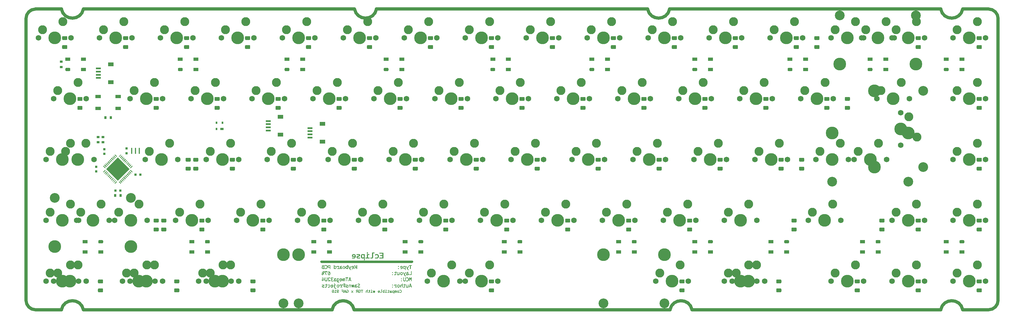
<source format=gbr>
%TF.GenerationSoftware,KiCad,Pcbnew,(5.1.11)-1*%
%TF.CreationDate,2022-09-25T18:14:13+07:00*%
%TF.ProjectId,Eclipse65,45636c69-7073-4653-9635-2e6b69636164,rev?*%
%TF.SameCoordinates,Original*%
%TF.FileFunction,Soldermask,Bot*%
%TF.FilePolarity,Negative*%
%FSLAX46Y46*%
G04 Gerber Fmt 4.6, Leading zero omitted, Abs format (unit mm)*
G04 Created by KiCad (PCBNEW (5.1.11)-1) date 2022-09-25 18:14:13*
%MOMM*%
%LPD*%
G01*
G04 APERTURE LIST*
%ADD10C,1.000000*%
%ADD11C,0.010000*%
%ADD12R,1.550000X0.600000*%
%ADD13R,1.800000X1.200000*%
%ADD14R,1.000000X0.700000*%
%ADD15R,0.600000X0.700000*%
%ADD16C,1.750000*%
%ADD17C,3.987800*%
%ADD18C,2.800000*%
%ADD19R,1.500000X1.000000*%
%ADD20C,3.048000*%
%ADD21R,0.950000X0.800000*%
%ADD22R,1.800000X1.100000*%
%ADD23R,0.800000X0.950000*%
%ADD24C,0.100000*%
%ADD25R,0.400000X1.900000*%
%ADD26R,0.750000X0.800000*%
%ADD27R,0.800000X0.750000*%
G04 APERTURE END LIST*
D10*
X223327549Y-29099995D02*
X138622442Y-29099995D01*
X314910882Y-123300002D02*
G75*
G02*
X321789110Y-123300004I3439114J-649997D01*
G01*
X230205775Y-29099995D02*
G75*
G02*
X223327549Y-29099995I-3439113J649999D01*
G01*
X314910882Y-29099995D02*
X230205776Y-29099995D01*
X131622442Y-123300004D02*
X230327548Y-123300004D01*
X40160883Y-123300004D02*
G75*
G02*
X47039109Y-123300004I3439113J-649999D01*
G01*
X321789110Y-29099997D02*
G75*
G02*
X314910882Y-29099995I-3439114J649997D01*
G01*
X329849995Y-29099995D02*
X321789110Y-29099995D01*
X237205776Y-123300004D02*
X314910882Y-123300004D01*
X329849996Y-29099995D02*
G75*
G02*
X332849995Y-32099996I-1J-3000000D01*
G01*
X332849995Y-120299999D02*
X332849995Y-32099996D01*
X332849995Y-120300000D02*
G75*
G02*
X329849994Y-123299999I-3000000J1D01*
G01*
X321789110Y-123300004D02*
X329849994Y-123299999D01*
X32099995Y-123299996D02*
X40160882Y-123300004D01*
X230327548Y-123300004D02*
G75*
G02*
X237205776Y-123300004I3439114J-649999D01*
G01*
X124744216Y-123300004D02*
G75*
G02*
X131622442Y-123300004I3439113J-650000D01*
G01*
X47039109Y-123300004D02*
X124744216Y-123300004D01*
X40160882Y-29099995D02*
X32099996Y-29099995D01*
X47039109Y-29099997D02*
G75*
G02*
X40160882Y-29099995I-3439113J650000D01*
G01*
X131744216Y-29099995D02*
X47039109Y-29099995D01*
X138622442Y-29099995D02*
G75*
G02*
X131744216Y-29099995I-3439113J650000D01*
G01*
X32099996Y-123299996D02*
G75*
G02*
X29099996Y-120299996I0J3000000D01*
G01*
X29099996Y-32099995D02*
X29099996Y-120299996D01*
X29099995Y-32099994D02*
G75*
G02*
X32099996Y-29099995I3000000J-1D01*
G01*
D11*
%TO.C,G\u002A\u002A\u002A*%
G36*
X143720354Y-117254754D02*
G01*
X143638041Y-117289888D01*
X143574233Y-117349819D01*
X143556969Y-117379293D01*
X143533984Y-117459056D01*
X143524600Y-117560602D01*
X143528819Y-117665624D01*
X143546639Y-117755815D01*
X143556969Y-117782374D01*
X143607446Y-117846881D01*
X143682045Y-117896245D01*
X143762720Y-117919069D01*
X143774113Y-117919500D01*
X143844339Y-117907941D01*
X143913853Y-117879011D01*
X143962086Y-117841333D01*
X143962792Y-117840418D01*
X143975577Y-117830191D01*
X143983575Y-117844124D01*
X143987786Y-117887855D01*
X143989211Y-117967023D01*
X143989250Y-117989538D01*
X143989710Y-118077839D01*
X143992679Y-118132097D01*
X144000541Y-118160600D01*
X144015682Y-118171638D01*
X144040484Y-118173499D01*
X144042167Y-118173500D01*
X144095083Y-118173500D01*
X144095083Y-117718417D01*
X144094937Y-117568626D01*
X144094861Y-117557326D01*
X143989250Y-117557326D01*
X143985764Y-117636344D01*
X143976784Y-117705936D01*
X143968391Y-117738773D01*
X143926720Y-117795219D01*
X143861761Y-117826506D01*
X143785578Y-117830763D01*
X143710235Y-117806123D01*
X143678222Y-117783749D01*
X143646678Y-117752896D01*
X143628824Y-117719995D01*
X143620826Y-117672172D01*
X143618848Y-117596552D01*
X143618833Y-117584371D01*
X143620896Y-117501429D01*
X143629334Y-117447358D01*
X143647526Y-117408804D01*
X143670148Y-117381455D01*
X143738884Y-117336312D01*
X143819179Y-117325342D01*
X143897420Y-117348681D01*
X143937296Y-117378788D01*
X143967815Y-117416640D01*
X143983582Y-117461540D01*
X143988990Y-117528581D01*
X143989250Y-117557326D01*
X144094861Y-117557326D01*
X144094170Y-117455906D01*
X144092295Y-117374993D01*
X144088820Y-117320626D01*
X144083257Y-117287542D01*
X144075117Y-117270477D01*
X144063908Y-117264170D01*
X144052750Y-117263333D01*
X144019818Y-117275428D01*
X144010417Y-117317430D01*
X144010417Y-117371527D01*
X143962759Y-117316121D01*
X143894270Y-117266071D01*
X143809617Y-117246215D01*
X143720354Y-117254754D01*
G37*
X143720354Y-117254754D02*
X143638041Y-117289888D01*
X143574233Y-117349819D01*
X143556969Y-117379293D01*
X143533984Y-117459056D01*
X143524600Y-117560602D01*
X143528819Y-117665624D01*
X143546639Y-117755815D01*
X143556969Y-117782374D01*
X143607446Y-117846881D01*
X143682045Y-117896245D01*
X143762720Y-117919069D01*
X143774113Y-117919500D01*
X143844339Y-117907941D01*
X143913853Y-117879011D01*
X143962086Y-117841333D01*
X143962792Y-117840418D01*
X143975577Y-117830191D01*
X143983575Y-117844124D01*
X143987786Y-117887855D01*
X143989211Y-117967023D01*
X143989250Y-117989538D01*
X143989710Y-118077839D01*
X143992679Y-118132097D01*
X144000541Y-118160600D01*
X144015682Y-118171638D01*
X144040484Y-118173499D01*
X144042167Y-118173500D01*
X144095083Y-118173500D01*
X144095083Y-117718417D01*
X144094937Y-117568626D01*
X144094861Y-117557326D01*
X143989250Y-117557326D01*
X143985764Y-117636344D01*
X143976784Y-117705936D01*
X143968391Y-117738773D01*
X143926720Y-117795219D01*
X143861761Y-117826506D01*
X143785578Y-117830763D01*
X143710235Y-117806123D01*
X143678222Y-117783749D01*
X143646678Y-117752896D01*
X143628824Y-117719995D01*
X143620826Y-117672172D01*
X143618848Y-117596552D01*
X143618833Y-117584371D01*
X143620896Y-117501429D01*
X143629334Y-117447358D01*
X143647526Y-117408804D01*
X143670148Y-117381455D01*
X143738884Y-117336312D01*
X143819179Y-117325342D01*
X143897420Y-117348681D01*
X143937296Y-117378788D01*
X143967815Y-117416640D01*
X143983582Y-117461540D01*
X143988990Y-117528581D01*
X143989250Y-117557326D01*
X144094861Y-117557326D01*
X144094170Y-117455906D01*
X144092295Y-117374993D01*
X144088820Y-117320626D01*
X144083257Y-117287542D01*
X144075117Y-117270477D01*
X144063908Y-117264170D01*
X144052750Y-117263333D01*
X144019818Y-117275428D01*
X144010417Y-117317430D01*
X144010417Y-117371527D01*
X143962759Y-117316121D01*
X143894270Y-117266071D01*
X143809617Y-117246215D01*
X143720354Y-117254754D01*
G36*
X145864404Y-117060090D02*
G01*
X145799224Y-117095179D01*
X145774494Y-117130306D01*
X145788409Y-117168069D01*
X145788934Y-117168706D01*
X145811529Y-117186194D01*
X145839743Y-117177521D01*
X145867694Y-117157196D01*
X145938578Y-117124734D01*
X146028346Y-117115315D01*
X146120320Y-117129011D01*
X146182857Y-117155787D01*
X146250315Y-117220832D01*
X146294741Y-117316204D01*
X146313805Y-117435301D01*
X146311641Y-117520710D01*
X146284964Y-117646245D01*
X146230948Y-117739600D01*
X146150128Y-117800308D01*
X146043039Y-117827907D01*
X145957750Y-117827718D01*
X145887089Y-117820943D01*
X145831263Y-117814087D01*
X145810841Y-117810518D01*
X145782303Y-117817705D01*
X145773136Y-117845384D01*
X145785600Y-117875324D01*
X145801503Y-117885781D01*
X145866113Y-117900498D01*
X145953950Y-117908374D01*
X146046379Y-117908862D01*
X146124762Y-117901410D01*
X146148250Y-117896011D01*
X146242269Y-117848608D01*
X146323741Y-117772486D01*
X146373107Y-117692638D01*
X146396338Y-117602666D01*
X146403742Y-117490872D01*
X146396029Y-117374403D01*
X146373910Y-117270406D01*
X146353509Y-117220154D01*
X146283712Y-117130728D01*
X146188209Y-117067853D01*
X146076558Y-117034656D01*
X145958316Y-117034266D01*
X145864404Y-117060090D01*
G37*
X145864404Y-117060090D02*
X145799224Y-117095179D01*
X145774494Y-117130306D01*
X145788409Y-117168069D01*
X145788934Y-117168706D01*
X145811529Y-117186194D01*
X145839743Y-117177521D01*
X145867694Y-117157196D01*
X145938578Y-117124734D01*
X146028346Y-117115315D01*
X146120320Y-117129011D01*
X146182857Y-117155787D01*
X146250315Y-117220832D01*
X146294741Y-117316204D01*
X146313805Y-117435301D01*
X146311641Y-117520710D01*
X146284964Y-117646245D01*
X146230948Y-117739600D01*
X146150128Y-117800308D01*
X146043039Y-117827907D01*
X145957750Y-117827718D01*
X145887089Y-117820943D01*
X145831263Y-117814087D01*
X145810841Y-117810518D01*
X145782303Y-117817705D01*
X145773136Y-117845384D01*
X145785600Y-117875324D01*
X145801503Y-117885781D01*
X145866113Y-117900498D01*
X145953950Y-117908374D01*
X146046379Y-117908862D01*
X146124762Y-117901410D01*
X146148250Y-117896011D01*
X146242269Y-117848608D01*
X146323741Y-117772486D01*
X146373107Y-117692638D01*
X146396338Y-117602666D01*
X146403742Y-117490872D01*
X146396029Y-117374403D01*
X146373910Y-117270406D01*
X146353509Y-117220154D01*
X146283712Y-117130728D01*
X146188209Y-117067853D01*
X146076558Y-117034656D01*
X145958316Y-117034266D01*
X145864404Y-117060090D01*
G36*
X145253364Y-117255758D02*
G01*
X145163548Y-117297273D01*
X145097601Y-117371236D01*
X145058211Y-117474830D01*
X145047616Y-117581163D01*
X145063237Y-117701822D01*
X145106804Y-117799453D01*
X145173268Y-117870077D01*
X145257576Y-117909710D01*
X145354679Y-117914373D01*
X145439167Y-117889813D01*
X145516483Y-117841396D01*
X145568181Y-117771119D01*
X145597073Y-117690811D01*
X145611536Y-117580833D01*
X145513250Y-117580833D01*
X145510869Y-117657162D01*
X145500368Y-117706904D01*
X145476712Y-117745695D01*
X145451378Y-117772961D01*
X145377955Y-117823254D01*
X145302064Y-117833808D01*
X145230083Y-117804330D01*
X145206774Y-117784281D01*
X145167564Y-117727495D01*
X145142377Y-117659809D01*
X145141881Y-117657281D01*
X145135641Y-117551576D01*
X145155377Y-117461148D01*
X145195839Y-117390553D01*
X145251778Y-117344347D01*
X145317941Y-117327087D01*
X145389079Y-117343329D01*
X145451378Y-117388705D01*
X145486503Y-117428844D01*
X145505143Y-117469591D01*
X145512332Y-117526581D01*
X145513250Y-117580833D01*
X145611536Y-117580833D01*
X145612906Y-117570418D01*
X145597260Y-117459856D01*
X145553714Y-117365910D01*
X145485846Y-117295367D01*
X145397236Y-117255014D01*
X145364356Y-117249510D01*
X145253364Y-117255758D01*
G37*
X145253364Y-117255758D02*
X145163548Y-117297273D01*
X145097601Y-117371236D01*
X145058211Y-117474830D01*
X145047616Y-117581163D01*
X145063237Y-117701822D01*
X145106804Y-117799453D01*
X145173268Y-117870077D01*
X145257576Y-117909710D01*
X145354679Y-117914373D01*
X145439167Y-117889813D01*
X145516483Y-117841396D01*
X145568181Y-117771119D01*
X145597073Y-117690811D01*
X145611536Y-117580833D01*
X145513250Y-117580833D01*
X145510869Y-117657162D01*
X145500368Y-117706904D01*
X145476712Y-117745695D01*
X145451378Y-117772961D01*
X145377955Y-117823254D01*
X145302064Y-117833808D01*
X145230083Y-117804330D01*
X145206774Y-117784281D01*
X145167564Y-117727495D01*
X145142377Y-117659809D01*
X145141881Y-117657281D01*
X145135641Y-117551576D01*
X145155377Y-117461148D01*
X145195839Y-117390553D01*
X145251778Y-117344347D01*
X145317941Y-117327087D01*
X145389079Y-117343329D01*
X145451378Y-117388705D01*
X145486503Y-117428844D01*
X145505143Y-117469591D01*
X145512332Y-117526581D01*
X145513250Y-117580833D01*
X145611536Y-117580833D01*
X145612906Y-117570418D01*
X145597260Y-117459856D01*
X145553714Y-117365910D01*
X145485846Y-117295367D01*
X145397236Y-117255014D01*
X145364356Y-117249510D01*
X145253364Y-117255758D01*
G36*
X143152553Y-117259097D02*
G01*
X143037058Y-117270362D01*
X142952979Y-117294707D01*
X142895192Y-117337978D01*
X142858571Y-117406022D01*
X142837990Y-117504686D01*
X142828779Y-117628458D01*
X142824364Y-117723090D01*
X142819192Y-117783225D01*
X142811027Y-117816676D01*
X142797633Y-117831253D01*
X142776773Y-117834767D01*
X142769705Y-117834833D01*
X142728995Y-117846325D01*
X142719250Y-117866583D01*
X142731716Y-117887510D01*
X142774101Y-117897042D01*
X142814500Y-117898333D01*
X142873314Y-117896098D01*
X142901180Y-117885281D01*
X142909413Y-117859717D01*
X142909750Y-117846427D01*
X142909750Y-117794521D01*
X142962968Y-117843842D01*
X143047320Y-117895410D01*
X143147363Y-117916511D01*
X143246551Y-117904121D01*
X143262027Y-117898511D01*
X143315749Y-117860564D01*
X143358038Y-117803283D01*
X143375414Y-117744989D01*
X143375417Y-117744406D01*
X143372983Y-117734499D01*
X143287924Y-117734499D01*
X143281115Y-117765345D01*
X143260309Y-117791053D01*
X143202408Y-117825871D01*
X143124993Y-117833367D01*
X143040956Y-117813459D01*
X142999708Y-117792732D01*
X142951890Y-117755527D01*
X142933057Y-117711668D01*
X142930917Y-117676394D01*
X142930917Y-117602000D01*
X143031458Y-117604110D01*
X143133930Y-117611416D01*
X143203740Y-117630389D01*
X143249712Y-117664280D01*
X143268563Y-117691391D01*
X143287924Y-117734499D01*
X143372983Y-117734499D01*
X143358151Y-117674132D01*
X143314812Y-117607106D01*
X143259592Y-117563787D01*
X143208942Y-117550326D01*
X143134057Y-117541153D01*
X143067504Y-117538500D01*
X142993494Y-117537226D01*
X142952352Y-117531389D01*
X142934639Y-117517969D01*
X142930917Y-117494775D01*
X142949593Y-117422180D01*
X143004653Y-117369435D01*
X143094641Y-117337406D01*
X143212927Y-117326951D01*
X143265890Y-117323273D01*
X143286409Y-117309239D01*
X143286397Y-117289792D01*
X143275691Y-117269086D01*
X143247735Y-117259079D01*
X143192578Y-117257491D01*
X143152553Y-117259097D01*
G37*
X143152553Y-117259097D02*
X143037058Y-117270362D01*
X142952979Y-117294707D01*
X142895192Y-117337978D01*
X142858571Y-117406022D01*
X142837990Y-117504686D01*
X142828779Y-117628458D01*
X142824364Y-117723090D01*
X142819192Y-117783225D01*
X142811027Y-117816676D01*
X142797633Y-117831253D01*
X142776773Y-117834767D01*
X142769705Y-117834833D01*
X142728995Y-117846325D01*
X142719250Y-117866583D01*
X142731716Y-117887510D01*
X142774101Y-117897042D01*
X142814500Y-117898333D01*
X142873314Y-117896098D01*
X142901180Y-117885281D01*
X142909413Y-117859717D01*
X142909750Y-117846427D01*
X142909750Y-117794521D01*
X142962968Y-117843842D01*
X143047320Y-117895410D01*
X143147363Y-117916511D01*
X143246551Y-117904121D01*
X143262027Y-117898511D01*
X143315749Y-117860564D01*
X143358038Y-117803283D01*
X143375414Y-117744989D01*
X143375417Y-117744406D01*
X143372983Y-117734499D01*
X143287924Y-117734499D01*
X143281115Y-117765345D01*
X143260309Y-117791053D01*
X143202408Y-117825871D01*
X143124993Y-117833367D01*
X143040956Y-117813459D01*
X142999708Y-117792732D01*
X142951890Y-117755527D01*
X142933057Y-117711668D01*
X142930917Y-117676394D01*
X142930917Y-117602000D01*
X143031458Y-117604110D01*
X143133930Y-117611416D01*
X143203740Y-117630389D01*
X143249712Y-117664280D01*
X143268563Y-117691391D01*
X143287924Y-117734499D01*
X143372983Y-117734499D01*
X143358151Y-117674132D01*
X143314812Y-117607106D01*
X143259592Y-117563787D01*
X143208942Y-117550326D01*
X143134057Y-117541153D01*
X143067504Y-117538500D01*
X142993494Y-117537226D01*
X142952352Y-117531389D01*
X142934639Y-117517969D01*
X142930917Y-117494775D01*
X142949593Y-117422180D01*
X143004653Y-117369435D01*
X143094641Y-117337406D01*
X143212927Y-117326951D01*
X143265890Y-117323273D01*
X143286409Y-117309239D01*
X143286397Y-117289792D01*
X143275691Y-117269086D01*
X143247735Y-117259079D01*
X143192578Y-117257491D01*
X143152553Y-117259097D01*
G36*
X142379680Y-117076781D02*
G01*
X142364209Y-117096187D01*
X142359619Y-117142392D01*
X142359417Y-117168083D01*
X142359417Y-117263333D01*
X142211250Y-117263333D01*
X142130749Y-117265200D01*
X142084675Y-117271914D01*
X142065244Y-117285143D01*
X142063083Y-117295083D01*
X142071797Y-117312333D01*
X142103129Y-117322206D01*
X142164864Y-117326370D01*
X142211250Y-117326833D01*
X142359417Y-117326833D01*
X142359417Y-117536964D01*
X142358872Y-117633345D01*
X142355793Y-117696932D01*
X142348011Y-117737260D01*
X142333359Y-117763866D01*
X142309670Y-117786287D01*
X142301208Y-117793045D01*
X142252249Y-117822563D01*
X142196112Y-117832142D01*
X142142458Y-117829439D01*
X142080950Y-117825918D01*
X142050891Y-117832534D01*
X142042047Y-117852057D01*
X142041917Y-117856638D01*
X142060585Y-117889590D01*
X142109323Y-117910628D01*
X142177234Y-117918501D01*
X142253421Y-117911957D01*
X142326984Y-117889746D01*
X142327667Y-117889442D01*
X142377018Y-117860539D01*
X142411973Y-117820229D01*
X142435453Y-117760929D01*
X142450380Y-117675054D01*
X142459673Y-117555021D01*
X142460174Y-117545420D01*
X142471330Y-117326833D01*
X142563540Y-117326833D01*
X142625212Y-117322407D01*
X142652617Y-117307453D01*
X142655750Y-117295083D01*
X142643285Y-117274156D01*
X142600899Y-117264624D01*
X142560500Y-117263333D01*
X142465250Y-117263333D01*
X142465250Y-117168083D01*
X142463057Y-117109306D01*
X142452276Y-117081459D01*
X142426606Y-117073197D01*
X142412333Y-117072833D01*
X142379680Y-117076781D01*
G37*
X142379680Y-117076781D02*
X142364209Y-117096187D01*
X142359619Y-117142392D01*
X142359417Y-117168083D01*
X142359417Y-117263333D01*
X142211250Y-117263333D01*
X142130749Y-117265200D01*
X142084675Y-117271914D01*
X142065244Y-117285143D01*
X142063083Y-117295083D01*
X142071797Y-117312333D01*
X142103129Y-117322206D01*
X142164864Y-117326370D01*
X142211250Y-117326833D01*
X142359417Y-117326833D01*
X142359417Y-117536964D01*
X142358872Y-117633345D01*
X142355793Y-117696932D01*
X142348011Y-117737260D01*
X142333359Y-117763866D01*
X142309670Y-117786287D01*
X142301208Y-117793045D01*
X142252249Y-117822563D01*
X142196112Y-117832142D01*
X142142458Y-117829439D01*
X142080950Y-117825918D01*
X142050891Y-117832534D01*
X142042047Y-117852057D01*
X142041917Y-117856638D01*
X142060585Y-117889590D01*
X142109323Y-117910628D01*
X142177234Y-117918501D01*
X142253421Y-117911957D01*
X142326984Y-117889746D01*
X142327667Y-117889442D01*
X142377018Y-117860539D01*
X142411973Y-117820229D01*
X142435453Y-117760929D01*
X142450380Y-117675054D01*
X142459673Y-117555021D01*
X142460174Y-117545420D01*
X142471330Y-117326833D01*
X142563540Y-117326833D01*
X142625212Y-117322407D01*
X142652617Y-117307453D01*
X142655750Y-117295083D01*
X142643285Y-117274156D01*
X142600899Y-117264624D01*
X142560500Y-117263333D01*
X142465250Y-117263333D01*
X142465250Y-117168083D01*
X142463057Y-117109306D01*
X142452276Y-117081459D01*
X142426606Y-117073197D01*
X142412333Y-117072833D01*
X142379680Y-117076781D01*
G36*
X141005501Y-116991455D02*
G01*
X140992954Y-117006786D01*
X140986384Y-117042358D01*
X140983902Y-117106370D01*
X140983583Y-117171773D01*
X140983583Y-117355379D01*
X140932747Y-117307621D01*
X140857614Y-117263151D01*
X140767794Y-117248090D01*
X140675639Y-117260509D01*
X140593496Y-117298476D01*
X140533716Y-117360060D01*
X140527568Y-117370970D01*
X140504623Y-117447621D01*
X140497999Y-117544573D01*
X140507497Y-117643144D01*
X140531254Y-117721231D01*
X140590386Y-117799036D01*
X140681568Y-117859323D01*
X140796551Y-117897538D01*
X140868955Y-117907653D01*
X140943294Y-117911003D01*
X141004358Y-117909827D01*
X141031208Y-117906142D01*
X141043489Y-117899392D01*
X141052729Y-117883795D01*
X141059355Y-117854012D01*
X141061081Y-117834833D01*
X140988633Y-117834833D01*
X140900762Y-117834833D01*
X140823557Y-117827109D01*
X140749643Y-117808180D01*
X140741133Y-117804851D01*
X140665504Y-117752831D01*
X140612637Y-117676146D01*
X140584948Y-117585807D01*
X140584851Y-117492822D01*
X140614760Y-117408200D01*
X140645455Y-117368628D01*
X140707476Y-117333858D01*
X140785736Y-117326808D01*
X140864900Y-117346997D01*
X140912512Y-117376971D01*
X140939755Y-117403187D01*
X140957460Y-117431913D01*
X140968275Y-117473148D01*
X140974843Y-117536895D01*
X140979717Y-117630971D01*
X140988633Y-117834833D01*
X141061081Y-117834833D01*
X141063793Y-117804700D01*
X141066468Y-117730519D01*
X141067807Y-117626128D01*
X141068235Y-117486186D01*
X141068250Y-117441698D01*
X141068103Y-117292195D01*
X141067332Y-117179754D01*
X141065446Y-117099103D01*
X141061953Y-117044971D01*
X141056360Y-117012085D01*
X141048176Y-116995175D01*
X141036909Y-116988968D01*
X141025917Y-116988167D01*
X141005501Y-116991455D01*
G37*
X141005501Y-116991455D02*
X140992954Y-117006786D01*
X140986384Y-117042358D01*
X140983902Y-117106370D01*
X140983583Y-117171773D01*
X140983583Y-117355379D01*
X140932747Y-117307621D01*
X140857614Y-117263151D01*
X140767794Y-117248090D01*
X140675639Y-117260509D01*
X140593496Y-117298476D01*
X140533716Y-117360060D01*
X140527568Y-117370970D01*
X140504623Y-117447621D01*
X140497999Y-117544573D01*
X140507497Y-117643144D01*
X140531254Y-117721231D01*
X140590386Y-117799036D01*
X140681568Y-117859323D01*
X140796551Y-117897538D01*
X140868955Y-117907653D01*
X140943294Y-117911003D01*
X141004358Y-117909827D01*
X141031208Y-117906142D01*
X141043489Y-117899392D01*
X141052729Y-117883795D01*
X141059355Y-117854012D01*
X141061081Y-117834833D01*
X140988633Y-117834833D01*
X140900762Y-117834833D01*
X140823557Y-117827109D01*
X140749643Y-117808180D01*
X140741133Y-117804851D01*
X140665504Y-117752831D01*
X140612637Y-117676146D01*
X140584948Y-117585807D01*
X140584851Y-117492822D01*
X140614760Y-117408200D01*
X140645455Y-117368628D01*
X140707476Y-117333858D01*
X140785736Y-117326808D01*
X140864900Y-117346997D01*
X140912512Y-117376971D01*
X140939755Y-117403187D01*
X140957460Y-117431913D01*
X140968275Y-117473148D01*
X140974843Y-117536895D01*
X140979717Y-117630971D01*
X140988633Y-117834833D01*
X141061081Y-117834833D01*
X141063793Y-117804700D01*
X141066468Y-117730519D01*
X141067807Y-117626128D01*
X141068235Y-117486186D01*
X141068250Y-117441698D01*
X141068103Y-117292195D01*
X141067332Y-117179754D01*
X141065446Y-117099103D01*
X141061953Y-117044971D01*
X141056360Y-117012085D01*
X141048176Y-116995175D01*
X141036909Y-116988968D01*
X141025917Y-116988167D01*
X141005501Y-116991455D01*
G36*
X140069461Y-117371080D02*
G01*
X140066947Y-117507009D01*
X140064211Y-117607005D01*
X140060363Y-117677463D01*
X140054511Y-117724779D01*
X140045764Y-117755347D01*
X140033231Y-117775563D01*
X140016021Y-117791822D01*
X140010164Y-117796599D01*
X139962508Y-117824564D01*
X139905756Y-117830688D01*
X139867289Y-117826840D01*
X139810433Y-117821475D01*
X139784022Y-117828312D01*
X139777121Y-117850613D01*
X139777083Y-117853759D01*
X139795625Y-117888401D01*
X139844080Y-117909864D01*
X139911692Y-117916721D01*
X139987706Y-117907549D01*
X140044115Y-117889139D01*
X140083249Y-117866304D01*
X140112528Y-117832711D01*
X140133287Y-117782611D01*
X140146857Y-117710257D01*
X140154572Y-117609900D01*
X140157765Y-117475793D01*
X140158083Y-117397758D01*
X140158083Y-117072833D01*
X140263917Y-117072833D01*
X140327396Y-117070604D01*
X140359056Y-117061144D01*
X140369297Y-117040291D01*
X140369750Y-117030500D01*
X140365719Y-117008172D01*
X140347565Y-116995422D01*
X140306201Y-116989630D01*
X140232537Y-116988174D01*
X140222920Y-116988167D01*
X140076089Y-116988167D01*
X140069461Y-117371080D01*
G37*
X140069461Y-117371080D02*
X140066947Y-117507009D01*
X140064211Y-117607005D01*
X140060363Y-117677463D01*
X140054511Y-117724779D01*
X140045764Y-117755347D01*
X140033231Y-117775563D01*
X140016021Y-117791822D01*
X140010164Y-117796599D01*
X139962508Y-117824564D01*
X139905756Y-117830688D01*
X139867289Y-117826840D01*
X139810433Y-117821475D01*
X139784022Y-117828312D01*
X139777121Y-117850613D01*
X139777083Y-117853759D01*
X139795625Y-117888401D01*
X139844080Y-117909864D01*
X139911692Y-117916721D01*
X139987706Y-117907549D01*
X140044115Y-117889139D01*
X140083249Y-117866304D01*
X140112528Y-117832711D01*
X140133287Y-117782611D01*
X140146857Y-117710257D01*
X140154572Y-117609900D01*
X140157765Y-117475793D01*
X140158083Y-117397758D01*
X140158083Y-117072833D01*
X140263917Y-117072833D01*
X140327396Y-117070604D01*
X140359056Y-117061144D01*
X140369297Y-117040291D01*
X140369750Y-117030500D01*
X140365719Y-117008172D01*
X140347565Y-116995422D01*
X140306201Y-116989630D01*
X140232537Y-116988174D01*
X140222920Y-116988167D01*
X140076089Y-116988167D01*
X140069461Y-117371080D01*
G36*
X139224052Y-117253374D02*
G01*
X139135594Y-117293428D01*
X139066907Y-117362513D01*
X139024911Y-117456317D01*
X139015083Y-117537820D01*
X139015083Y-117602000D01*
X139246668Y-117602000D01*
X139341223Y-117603383D01*
X139419053Y-117607132D01*
X139471096Y-117612641D01*
X139488193Y-117618085D01*
X139487559Y-117646760D01*
X139472607Y-117694792D01*
X139470819Y-117699133D01*
X139420331Y-117767000D01*
X139339196Y-117812070D01*
X139234157Y-117831397D01*
X139170913Y-117830179D01*
X139104471Y-117826603D01*
X139070134Y-117831627D01*
X139058143Y-117847550D01*
X139057417Y-117856904D01*
X139076469Y-117886585D01*
X139126554Y-117907127D01*
X139197064Y-117917025D01*
X139277393Y-117914771D01*
X139355580Y-117899270D01*
X139459140Y-117849400D01*
X139530774Y-117771956D01*
X139553039Y-117727313D01*
X139581051Y-117615189D01*
X139579509Y-117527237D01*
X139501917Y-117527237D01*
X139482275Y-117532052D01*
X139429445Y-117535839D01*
X139352566Y-117538094D01*
X139298539Y-117538500D01*
X139095161Y-117538500D01*
X139108836Y-117480292D01*
X139146099Y-117404964D01*
X139210161Y-117352638D01*
X139289404Y-117328538D01*
X139372207Y-117337889D01*
X139399267Y-117349704D01*
X139431815Y-117381557D01*
X139466849Y-117435062D01*
X139493636Y-117491655D01*
X139501917Y-117527237D01*
X139579509Y-117527237D01*
X139579104Y-117504163D01*
X139549716Y-117403628D01*
X139495402Y-117322982D01*
X139432611Y-117277602D01*
X139325364Y-117246661D01*
X139224052Y-117253374D01*
G37*
X139224052Y-117253374D02*
X139135594Y-117293428D01*
X139066907Y-117362513D01*
X139024911Y-117456317D01*
X139015083Y-117537820D01*
X139015083Y-117602000D01*
X139246668Y-117602000D01*
X139341223Y-117603383D01*
X139419053Y-117607132D01*
X139471096Y-117612641D01*
X139488193Y-117618085D01*
X139487559Y-117646760D01*
X139472607Y-117694792D01*
X139470819Y-117699133D01*
X139420331Y-117767000D01*
X139339196Y-117812070D01*
X139234157Y-117831397D01*
X139170913Y-117830179D01*
X139104471Y-117826603D01*
X139070134Y-117831627D01*
X139058143Y-117847550D01*
X139057417Y-117856904D01*
X139076469Y-117886585D01*
X139126554Y-117907127D01*
X139197064Y-117917025D01*
X139277393Y-117914771D01*
X139355580Y-117899270D01*
X139459140Y-117849400D01*
X139530774Y-117771956D01*
X139553039Y-117727313D01*
X139581051Y-117615189D01*
X139579509Y-117527237D01*
X139501917Y-117527237D01*
X139482275Y-117532052D01*
X139429445Y-117535839D01*
X139352566Y-117538094D01*
X139298539Y-117538500D01*
X139095161Y-117538500D01*
X139108836Y-117480292D01*
X139146099Y-117404964D01*
X139210161Y-117352638D01*
X139289404Y-117328538D01*
X139372207Y-117337889D01*
X139399267Y-117349704D01*
X139431815Y-117381557D01*
X139466849Y-117435062D01*
X139493636Y-117491655D01*
X139501917Y-117527237D01*
X139579509Y-117527237D01*
X139579104Y-117504163D01*
X139549716Y-117403628D01*
X139495402Y-117322982D01*
X139432611Y-117277602D01*
X139325364Y-117246661D01*
X139224052Y-117253374D01*
G36*
X136347180Y-117076781D02*
G01*
X136331709Y-117096187D01*
X136327119Y-117142392D01*
X136326917Y-117168083D01*
X136326917Y-117263333D01*
X136178750Y-117263333D01*
X136098249Y-117265200D01*
X136052175Y-117271914D01*
X136032744Y-117285143D01*
X136030583Y-117295083D01*
X136039297Y-117312333D01*
X136070629Y-117322206D01*
X136132364Y-117326370D01*
X136178750Y-117326833D01*
X136326917Y-117326833D01*
X136326917Y-117536964D01*
X136326372Y-117633345D01*
X136323293Y-117696932D01*
X136315511Y-117737260D01*
X136300859Y-117763866D01*
X136277170Y-117786287D01*
X136268708Y-117793045D01*
X136219749Y-117822563D01*
X136163612Y-117832142D01*
X136109958Y-117829439D01*
X136048450Y-117825918D01*
X136018391Y-117832534D01*
X136009547Y-117852057D01*
X136009417Y-117856638D01*
X136028085Y-117889590D01*
X136076823Y-117910628D01*
X136144734Y-117918501D01*
X136220921Y-117911957D01*
X136294484Y-117889746D01*
X136295167Y-117889442D01*
X136344518Y-117860539D01*
X136379473Y-117820229D01*
X136402953Y-117760929D01*
X136417880Y-117675054D01*
X136427173Y-117555021D01*
X136427674Y-117545420D01*
X136438830Y-117326833D01*
X136531040Y-117326833D01*
X136592712Y-117322407D01*
X136620117Y-117307453D01*
X136623250Y-117295083D01*
X136610785Y-117274156D01*
X136568399Y-117264624D01*
X136528000Y-117263333D01*
X136432750Y-117263333D01*
X136432750Y-117168083D01*
X136430557Y-117109306D01*
X136419776Y-117081459D01*
X136394106Y-117073197D01*
X136379833Y-117072833D01*
X136347180Y-117076781D01*
G37*
X136347180Y-117076781D02*
X136331709Y-117096187D01*
X136327119Y-117142392D01*
X136326917Y-117168083D01*
X136326917Y-117263333D01*
X136178750Y-117263333D01*
X136098249Y-117265200D01*
X136052175Y-117271914D01*
X136032744Y-117285143D01*
X136030583Y-117295083D01*
X136039297Y-117312333D01*
X136070629Y-117322206D01*
X136132364Y-117326370D01*
X136178750Y-117326833D01*
X136326917Y-117326833D01*
X136326917Y-117536964D01*
X136326372Y-117633345D01*
X136323293Y-117696932D01*
X136315511Y-117737260D01*
X136300859Y-117763866D01*
X136277170Y-117786287D01*
X136268708Y-117793045D01*
X136219749Y-117822563D01*
X136163612Y-117832142D01*
X136109958Y-117829439D01*
X136048450Y-117825918D01*
X136018391Y-117832534D01*
X136009547Y-117852057D01*
X136009417Y-117856638D01*
X136028085Y-117889590D01*
X136076823Y-117910628D01*
X136144734Y-117918501D01*
X136220921Y-117911957D01*
X136294484Y-117889746D01*
X136295167Y-117889442D01*
X136344518Y-117860539D01*
X136379473Y-117820229D01*
X136402953Y-117760929D01*
X136417880Y-117675054D01*
X136427173Y-117555021D01*
X136427674Y-117545420D01*
X136438830Y-117326833D01*
X136531040Y-117326833D01*
X136592712Y-117322407D01*
X136620117Y-117307453D01*
X136623250Y-117295083D01*
X136610785Y-117274156D01*
X136568399Y-117264624D01*
X136528000Y-117263333D01*
X136432750Y-117263333D01*
X136432750Y-117168083D01*
X136430557Y-117109306D01*
X136419776Y-117081459D01*
X136394106Y-117073197D01*
X136379833Y-117072833D01*
X136347180Y-117076781D01*
G36*
X133181690Y-117036351D02*
G01*
X133086378Y-117053734D01*
X133018356Y-117082708D01*
X132980223Y-117111740D01*
X132974666Y-117133266D01*
X132989266Y-117152087D01*
X133015525Y-117170203D01*
X133047670Y-117166152D01*
X133084734Y-117148821D01*
X133148669Y-117127165D01*
X133225501Y-117115709D01*
X133243261Y-117115167D01*
X133345465Y-117133560D01*
X133426215Y-117186731D01*
X133483135Y-117271662D01*
X133513844Y-117385337D01*
X133518706Y-117464417D01*
X133506236Y-117591534D01*
X133471325Y-117694970D01*
X133416514Y-117768042D01*
X133397908Y-117782176D01*
X133322583Y-117814348D01*
X133229135Y-117831524D01*
X133140214Y-117830113D01*
X133120409Y-117826202D01*
X133089347Y-117815494D01*
X133073656Y-117795914D01*
X133069204Y-117756064D01*
X133071505Y-117691295D01*
X133077833Y-117570250D01*
X133178375Y-117563798D01*
X133245917Y-117554547D01*
X133276208Y-117536926D01*
X133278917Y-117526757D01*
X133269184Y-117509986D01*
X133235070Y-117500404D01*
X133169204Y-117496488D01*
X133130750Y-117496167D01*
X132982583Y-117496167D01*
X132982583Y-117684402D01*
X132983332Y-117779808D01*
X132990238Y-117841241D01*
X133010290Y-117877055D01*
X133050478Y-117895602D01*
X133117791Y-117905235D01*
X133171333Y-117909970D01*
X133292154Y-117908141D01*
X133374167Y-117889116D01*
X133472426Y-117831378D01*
X133547545Y-117741477D01*
X133596701Y-117624391D01*
X133617068Y-117485099D01*
X133617465Y-117460335D01*
X133601337Y-117330623D01*
X133556426Y-117215804D01*
X133487352Y-117123551D01*
X133398735Y-117061538D01*
X133370737Y-117050534D01*
X133282499Y-117034734D01*
X133181690Y-117036351D01*
G37*
X133181690Y-117036351D02*
X133086378Y-117053734D01*
X133018356Y-117082708D01*
X132980223Y-117111740D01*
X132974666Y-117133266D01*
X132989266Y-117152087D01*
X133015525Y-117170203D01*
X133047670Y-117166152D01*
X133084734Y-117148821D01*
X133148669Y-117127165D01*
X133225501Y-117115709D01*
X133243261Y-117115167D01*
X133345465Y-117133560D01*
X133426215Y-117186731D01*
X133483135Y-117271662D01*
X133513844Y-117385337D01*
X133518706Y-117464417D01*
X133506236Y-117591534D01*
X133471325Y-117694970D01*
X133416514Y-117768042D01*
X133397908Y-117782176D01*
X133322583Y-117814348D01*
X133229135Y-117831524D01*
X133140214Y-117830113D01*
X133120409Y-117826202D01*
X133089347Y-117815494D01*
X133073656Y-117795914D01*
X133069204Y-117756064D01*
X133071505Y-117691295D01*
X133077833Y-117570250D01*
X133178375Y-117563798D01*
X133245917Y-117554547D01*
X133276208Y-117536926D01*
X133278917Y-117526757D01*
X133269184Y-117509986D01*
X133235070Y-117500404D01*
X133169204Y-117496488D01*
X133130750Y-117496167D01*
X132982583Y-117496167D01*
X132982583Y-117684402D01*
X132983332Y-117779808D01*
X132990238Y-117841241D01*
X133010290Y-117877055D01*
X133050478Y-117895602D01*
X133117791Y-117905235D01*
X133171333Y-117909970D01*
X133292154Y-117908141D01*
X133374167Y-117889116D01*
X133472426Y-117831378D01*
X133547545Y-117741477D01*
X133596701Y-117624391D01*
X133617068Y-117485099D01*
X133617465Y-117460335D01*
X133601337Y-117330623D01*
X133556426Y-117215804D01*
X133487352Y-117123551D01*
X133398735Y-117061538D01*
X133370737Y-117050534D01*
X133282499Y-117034734D01*
X133181690Y-117036351D01*
G36*
X129414023Y-117036351D02*
G01*
X129318712Y-117053734D01*
X129250689Y-117082708D01*
X129212556Y-117111740D01*
X129207000Y-117133266D01*
X129221599Y-117152087D01*
X129247859Y-117170203D01*
X129280003Y-117166152D01*
X129317068Y-117148821D01*
X129381002Y-117127165D01*
X129457835Y-117115709D01*
X129475595Y-117115167D01*
X129577798Y-117133560D01*
X129658549Y-117186731D01*
X129715468Y-117271662D01*
X129746177Y-117385337D01*
X129751040Y-117464417D01*
X129738570Y-117591534D01*
X129703659Y-117694970D01*
X129648847Y-117768042D01*
X129630241Y-117782176D01*
X129554916Y-117814348D01*
X129461469Y-117831524D01*
X129372547Y-117830113D01*
X129352742Y-117826202D01*
X129321680Y-117815494D01*
X129305989Y-117795914D01*
X129301538Y-117756064D01*
X129303839Y-117691295D01*
X129310167Y-117570250D01*
X129410708Y-117563798D01*
X129478250Y-117554547D01*
X129508541Y-117536926D01*
X129511250Y-117526757D01*
X129501517Y-117509986D01*
X129467403Y-117500404D01*
X129401537Y-117496488D01*
X129363083Y-117496167D01*
X129214917Y-117496167D01*
X129214917Y-117684402D01*
X129215666Y-117779808D01*
X129222571Y-117841241D01*
X129242623Y-117877055D01*
X129282811Y-117895602D01*
X129350125Y-117905235D01*
X129403667Y-117909970D01*
X129524488Y-117908141D01*
X129606500Y-117889116D01*
X129704759Y-117831378D01*
X129779879Y-117741477D01*
X129829034Y-117624391D01*
X129849401Y-117485099D01*
X129849799Y-117460335D01*
X129833671Y-117330623D01*
X129788760Y-117215804D01*
X129719686Y-117123551D01*
X129631068Y-117061538D01*
X129603070Y-117050534D01*
X129514832Y-117034734D01*
X129414023Y-117036351D01*
G37*
X129414023Y-117036351D02*
X129318712Y-117053734D01*
X129250689Y-117082708D01*
X129212556Y-117111740D01*
X129207000Y-117133266D01*
X129221599Y-117152087D01*
X129247859Y-117170203D01*
X129280003Y-117166152D01*
X129317068Y-117148821D01*
X129381002Y-117127165D01*
X129457835Y-117115709D01*
X129475595Y-117115167D01*
X129577798Y-117133560D01*
X129658549Y-117186731D01*
X129715468Y-117271662D01*
X129746177Y-117385337D01*
X129751040Y-117464417D01*
X129738570Y-117591534D01*
X129703659Y-117694970D01*
X129648847Y-117768042D01*
X129630241Y-117782176D01*
X129554916Y-117814348D01*
X129461469Y-117831524D01*
X129372547Y-117830113D01*
X129352742Y-117826202D01*
X129321680Y-117815494D01*
X129305989Y-117795914D01*
X129301538Y-117756064D01*
X129303839Y-117691295D01*
X129310167Y-117570250D01*
X129410708Y-117563798D01*
X129478250Y-117554547D01*
X129508541Y-117536926D01*
X129511250Y-117526757D01*
X129501517Y-117509986D01*
X129467403Y-117500404D01*
X129401537Y-117496488D01*
X129363083Y-117496167D01*
X129214917Y-117496167D01*
X129214917Y-117684402D01*
X129215666Y-117779808D01*
X129222571Y-117841241D01*
X129242623Y-117877055D01*
X129282811Y-117895602D01*
X129350125Y-117905235D01*
X129403667Y-117909970D01*
X129524488Y-117908141D01*
X129606500Y-117889116D01*
X129704759Y-117831378D01*
X129779879Y-117741477D01*
X129829034Y-117624391D01*
X129849401Y-117485099D01*
X129849799Y-117460335D01*
X129833671Y-117330623D01*
X129788760Y-117215804D01*
X129719686Y-117123551D01*
X129631068Y-117061538D01*
X129603070Y-117050534D01*
X129514832Y-117034734D01*
X129414023Y-117036351D01*
G36*
X126415501Y-117043020D02*
G01*
X126323704Y-117075563D01*
X126252706Y-117134993D01*
X126247356Y-117142154D01*
X126223351Y-117181403D01*
X126208716Y-117224431D01*
X126201255Y-117282915D01*
X126198770Y-117368533D01*
X126198667Y-117400917D01*
X126200092Y-117497038D01*
X126206172Y-117564340D01*
X126219613Y-117616287D01*
X126243123Y-117666350D01*
X126256847Y-117690388D01*
X126310515Y-117764098D01*
X126378307Y-117816811D01*
X126426180Y-117841814D01*
X126527366Y-117883075D01*
X126611606Y-117904692D01*
X126672727Y-117905753D01*
X126704555Y-117885345D01*
X126705514Y-117883122D01*
X126713270Y-117862252D01*
X126710513Y-117849350D01*
X126688728Y-117839421D01*
X126639401Y-117827472D01*
X126593321Y-117817317D01*
X126515096Y-117794081D01*
X126443598Y-117763205D01*
X126416302Y-117746880D01*
X126359267Y-117688569D01*
X126315101Y-117611777D01*
X126294357Y-117535643D01*
X126293917Y-117524907D01*
X126297906Y-117503696D01*
X126315727Y-117510651D01*
X126341780Y-117533752D01*
X126415742Y-117577158D01*
X126508759Y-117595023D01*
X126604558Y-117585137D01*
X126637570Y-117573952D01*
X126715579Y-117521940D01*
X126762068Y-117443453D01*
X126777773Y-117336971D01*
X126777129Y-117321335D01*
X126694839Y-117321335D01*
X126686584Y-117398476D01*
X126652972Y-117462241D01*
X126606433Y-117496524D01*
X126535956Y-117511573D01*
X126455359Y-117507663D01*
X126381641Y-117487451D01*
X126331802Y-117453596D01*
X126331794Y-117453586D01*
X126302610Y-117389487D01*
X126294261Y-117307923D01*
X126306746Y-117228284D01*
X126331794Y-117178914D01*
X126387862Y-117139532D01*
X126468366Y-117121013D01*
X126533132Y-117117185D01*
X126576568Y-117128600D01*
X126618780Y-117161835D01*
X126631573Y-117174399D01*
X126676810Y-117242687D01*
X126694839Y-117321335D01*
X126777129Y-117321335D01*
X126775756Y-117288065D01*
X126765283Y-117212321D01*
X126744502Y-117161402D01*
X126705991Y-117117899D01*
X126701495Y-117113836D01*
X126615816Y-117061444D01*
X126516678Y-117038076D01*
X126415501Y-117043020D01*
G37*
X126415501Y-117043020D02*
X126323704Y-117075563D01*
X126252706Y-117134993D01*
X126247356Y-117142154D01*
X126223351Y-117181403D01*
X126208716Y-117224431D01*
X126201255Y-117282915D01*
X126198770Y-117368533D01*
X126198667Y-117400917D01*
X126200092Y-117497038D01*
X126206172Y-117564340D01*
X126219613Y-117616287D01*
X126243123Y-117666350D01*
X126256847Y-117690388D01*
X126310515Y-117764098D01*
X126378307Y-117816811D01*
X126426180Y-117841814D01*
X126527366Y-117883075D01*
X126611606Y-117904692D01*
X126672727Y-117905753D01*
X126704555Y-117885345D01*
X126705514Y-117883122D01*
X126713270Y-117862252D01*
X126710513Y-117849350D01*
X126688728Y-117839421D01*
X126639401Y-117827472D01*
X126593321Y-117817317D01*
X126515096Y-117794081D01*
X126443598Y-117763205D01*
X126416302Y-117746880D01*
X126359267Y-117688569D01*
X126315101Y-117611777D01*
X126294357Y-117535643D01*
X126293917Y-117524907D01*
X126297906Y-117503696D01*
X126315727Y-117510651D01*
X126341780Y-117533752D01*
X126415742Y-117577158D01*
X126508759Y-117595023D01*
X126604558Y-117585137D01*
X126637570Y-117573952D01*
X126715579Y-117521940D01*
X126762068Y-117443453D01*
X126777773Y-117336971D01*
X126777129Y-117321335D01*
X126694839Y-117321335D01*
X126686584Y-117398476D01*
X126652972Y-117462241D01*
X126606433Y-117496524D01*
X126535956Y-117511573D01*
X126455359Y-117507663D01*
X126381641Y-117487451D01*
X126331802Y-117453596D01*
X126331794Y-117453586D01*
X126302610Y-117389487D01*
X126294261Y-117307923D01*
X126306746Y-117228284D01*
X126331794Y-117178914D01*
X126387862Y-117139532D01*
X126468366Y-117121013D01*
X126533132Y-117117185D01*
X126576568Y-117128600D01*
X126618780Y-117161835D01*
X126631573Y-117174399D01*
X126676810Y-117242687D01*
X126694839Y-117321335D01*
X126777129Y-117321335D01*
X126775756Y-117288065D01*
X126765283Y-117212321D01*
X126744502Y-117161402D01*
X126705991Y-117117899D01*
X126701495Y-117113836D01*
X126615816Y-117061444D01*
X126516678Y-117038076D01*
X126415501Y-117043020D01*
G36*
X124892651Y-117045217D02*
G01*
X124810138Y-117090076D01*
X124750857Y-117166886D01*
X124713628Y-117277373D01*
X124697272Y-117423267D01*
X124696257Y-117475000D01*
X124702813Y-117616749D01*
X124724767Y-117724362D01*
X124764537Y-117803997D01*
X124824535Y-117861811D01*
X124855322Y-117880519D01*
X124946762Y-117914418D01*
X125034010Y-117910946D01*
X125107863Y-117882425D01*
X125179352Y-117831566D01*
X125228899Y-117759002D01*
X125259443Y-117658486D01*
X125273621Y-117529735D01*
X125273544Y-117504969D01*
X125191024Y-117504969D01*
X125179173Y-117622613D01*
X125172687Y-117654917D01*
X125136747Y-117740129D01*
X125079106Y-117800192D01*
X125008282Y-117830767D01*
X124932794Y-117827510D01*
X124882080Y-117803018D01*
X124833654Y-117744490D01*
X124801481Y-117650034D01*
X124786577Y-117523216D01*
X124785676Y-117464417D01*
X124795827Y-117324389D01*
X124823923Y-117221446D01*
X124870927Y-117153893D01*
X124937799Y-117120038D01*
X124984040Y-117115167D01*
X125066985Y-117133086D01*
X125128967Y-117187271D01*
X125170698Y-117278362D01*
X125172118Y-117283363D01*
X125188662Y-117384818D01*
X125191024Y-117504969D01*
X125273544Y-117504969D01*
X125273142Y-117377635D01*
X125252841Y-117257271D01*
X125211018Y-117162121D01*
X125161720Y-117100570D01*
X125107154Y-117054283D01*
X125053969Y-117034148D01*
X124999575Y-117030579D01*
X124892651Y-117045217D01*
G37*
X124892651Y-117045217D02*
X124810138Y-117090076D01*
X124750857Y-117166886D01*
X124713628Y-117277373D01*
X124697272Y-117423267D01*
X124696257Y-117475000D01*
X124702813Y-117616749D01*
X124724767Y-117724362D01*
X124764537Y-117803997D01*
X124824535Y-117861811D01*
X124855322Y-117880519D01*
X124946762Y-117914418D01*
X125034010Y-117910946D01*
X125107863Y-117882425D01*
X125179352Y-117831566D01*
X125228899Y-117759002D01*
X125259443Y-117658486D01*
X125273621Y-117529735D01*
X125273544Y-117504969D01*
X125191024Y-117504969D01*
X125179173Y-117622613D01*
X125172687Y-117654917D01*
X125136747Y-117740129D01*
X125079106Y-117800192D01*
X125008282Y-117830767D01*
X124932794Y-117827510D01*
X124882080Y-117803018D01*
X124833654Y-117744490D01*
X124801481Y-117650034D01*
X124786577Y-117523216D01*
X124785676Y-117464417D01*
X124795827Y-117324389D01*
X124823923Y-117221446D01*
X124870927Y-117153893D01*
X124937799Y-117120038D01*
X124984040Y-117115167D01*
X125066985Y-117133086D01*
X125128967Y-117187271D01*
X125170698Y-117278362D01*
X125172118Y-117283363D01*
X125188662Y-117384818D01*
X125191024Y-117504969D01*
X125273544Y-117504969D01*
X125273142Y-117377635D01*
X125252841Y-117257271D01*
X125211018Y-117162121D01*
X125161720Y-117100570D01*
X125107154Y-117054283D01*
X125053969Y-117034148D01*
X124999575Y-117030579D01*
X124892651Y-117045217D01*
G36*
X144618596Y-117248881D02*
G01*
X144566042Y-117279208D01*
X144535757Y-117304281D01*
X144511953Y-117297887D01*
X144491958Y-117279208D01*
X144432894Y-117246895D01*
X144365526Y-117249399D01*
X144306750Y-117284500D01*
X144289518Y-117305501D01*
X144277680Y-117333105D01*
X144270247Y-117374996D01*
X144266227Y-117438857D01*
X144264628Y-117532372D01*
X144264417Y-117612583D01*
X144264752Y-117727405D01*
X144266412Y-117806517D01*
X144270378Y-117856543D01*
X144277632Y-117884106D01*
X144289153Y-117895827D01*
X144305924Y-117898331D01*
X144306750Y-117898333D01*
X144324671Y-117895827D01*
X144336670Y-117883616D01*
X144343927Y-117854662D01*
X144347624Y-117801925D01*
X144348943Y-117718368D01*
X144349083Y-117646064D01*
X144350121Y-117544305D01*
X144352943Y-117456173D01*
X144357112Y-117391393D01*
X144361931Y-117360314D01*
X144391754Y-117334559D01*
X144433750Y-117326833D01*
X144483458Y-117338154D01*
X144505569Y-117360314D01*
X144510614Y-117393839D01*
X144514728Y-117459969D01*
X144517474Y-117548982D01*
X144518417Y-117646064D01*
X144518853Y-117752900D01*
X144520937Y-117824434D01*
X144525831Y-117867699D01*
X144534698Y-117889724D01*
X144548700Y-117897540D01*
X144560136Y-117898333D01*
X144577102Y-117895715D01*
X144588967Y-117883416D01*
X144596863Y-117854772D01*
X144601920Y-117803118D01*
X144605271Y-117721788D01*
X144607761Y-117617875D01*
X144613667Y-117337417D01*
X144674870Y-117330430D01*
X144726272Y-117334276D01*
X144753921Y-117351597D01*
X144760848Y-117382772D01*
X144766578Y-117446968D01*
X144770521Y-117534873D01*
X144772090Y-117637181D01*
X144772093Y-117639042D01*
X144772630Y-117747563D01*
X144774683Y-117820698D01*
X144779393Y-117865390D01*
X144787904Y-117888584D01*
X144801358Y-117897225D01*
X144814750Y-117898333D01*
X144831020Y-117896253D01*
X144842484Y-117885818D01*
X144849981Y-117860742D01*
X144854349Y-117814734D01*
X144856426Y-117741507D01*
X144857052Y-117634772D01*
X144857083Y-117580833D01*
X144856450Y-117455824D01*
X144854184Y-117367404D01*
X144849735Y-117309846D01*
X144842552Y-117277419D01*
X144832084Y-117264395D01*
X144826583Y-117263333D01*
X144790476Y-117276339D01*
X144782900Y-117284662D01*
X144759747Y-117290107D01*
X144737805Y-117274079D01*
X144683015Y-117245984D01*
X144618596Y-117248881D01*
G37*
X144618596Y-117248881D02*
X144566042Y-117279208D01*
X144535757Y-117304281D01*
X144511953Y-117297887D01*
X144491958Y-117279208D01*
X144432894Y-117246895D01*
X144365526Y-117249399D01*
X144306750Y-117284500D01*
X144289518Y-117305501D01*
X144277680Y-117333105D01*
X144270247Y-117374996D01*
X144266227Y-117438857D01*
X144264628Y-117532372D01*
X144264417Y-117612583D01*
X144264752Y-117727405D01*
X144266412Y-117806517D01*
X144270378Y-117856543D01*
X144277632Y-117884106D01*
X144289153Y-117895827D01*
X144305924Y-117898331D01*
X144306750Y-117898333D01*
X144324671Y-117895827D01*
X144336670Y-117883616D01*
X144343927Y-117854662D01*
X144347624Y-117801925D01*
X144348943Y-117718368D01*
X144349083Y-117646064D01*
X144350121Y-117544305D01*
X144352943Y-117456173D01*
X144357112Y-117391393D01*
X144361931Y-117360314D01*
X144391754Y-117334559D01*
X144433750Y-117326833D01*
X144483458Y-117338154D01*
X144505569Y-117360314D01*
X144510614Y-117393839D01*
X144514728Y-117459969D01*
X144517474Y-117548982D01*
X144518417Y-117646064D01*
X144518853Y-117752900D01*
X144520937Y-117824434D01*
X144525831Y-117867699D01*
X144534698Y-117889724D01*
X144548700Y-117897540D01*
X144560136Y-117898333D01*
X144577102Y-117895715D01*
X144588967Y-117883416D01*
X144596863Y-117854772D01*
X144601920Y-117803118D01*
X144605271Y-117721788D01*
X144607761Y-117617875D01*
X144613667Y-117337417D01*
X144674870Y-117330430D01*
X144726272Y-117334276D01*
X144753921Y-117351597D01*
X144760848Y-117382772D01*
X144766578Y-117446968D01*
X144770521Y-117534873D01*
X144772090Y-117637181D01*
X144772093Y-117639042D01*
X144772630Y-117747563D01*
X144774683Y-117820698D01*
X144779393Y-117865390D01*
X144787904Y-117888584D01*
X144801358Y-117897225D01*
X144814750Y-117898333D01*
X144831020Y-117896253D01*
X144842484Y-117885818D01*
X144849981Y-117860742D01*
X144854349Y-117814734D01*
X144856426Y-117741507D01*
X144857052Y-117634772D01*
X144857083Y-117580833D01*
X144856450Y-117455824D01*
X144854184Y-117367404D01*
X144849735Y-117309846D01*
X144842552Y-117277419D01*
X144832084Y-117264395D01*
X144826583Y-117263333D01*
X144790476Y-117276339D01*
X144782900Y-117284662D01*
X144759747Y-117290107D01*
X144737805Y-117274079D01*
X144683015Y-117245984D01*
X144618596Y-117248881D01*
G36*
X141470417Y-117813667D02*
G01*
X141364583Y-117813667D01*
X141301104Y-117815895D01*
X141269445Y-117825356D01*
X141259203Y-117846208D01*
X141258750Y-117856000D01*
X141261014Y-117873010D01*
X141272220Y-117884731D01*
X141298991Y-117892142D01*
X141347950Y-117896225D01*
X141425719Y-117897962D01*
X141538923Y-117898333D01*
X141544500Y-117898333D01*
X141659322Y-117897998D01*
X141738434Y-117896338D01*
X141788460Y-117892372D01*
X141816023Y-117885118D01*
X141827744Y-117873597D01*
X141830248Y-117856826D01*
X141830250Y-117856000D01*
X141825962Y-117833090D01*
X141806862Y-117820317D01*
X141763595Y-117814803D01*
X141692667Y-117813667D01*
X141555083Y-117813667D01*
X141555083Y-117326833D01*
X141671500Y-117326833D01*
X141741706Y-117323983D01*
X141777851Y-117313981D01*
X141787917Y-117295083D01*
X141779601Y-117278336D01*
X141749550Y-117268505D01*
X141690107Y-117264061D01*
X141629167Y-117263333D01*
X141470417Y-117263333D01*
X141470417Y-117813667D01*
G37*
X141470417Y-117813667D02*
X141364583Y-117813667D01*
X141301104Y-117815895D01*
X141269445Y-117825356D01*
X141259203Y-117846208D01*
X141258750Y-117856000D01*
X141261014Y-117873010D01*
X141272220Y-117884731D01*
X141298991Y-117892142D01*
X141347950Y-117896225D01*
X141425719Y-117897962D01*
X141538923Y-117898333D01*
X141544500Y-117898333D01*
X141659322Y-117897998D01*
X141738434Y-117896338D01*
X141788460Y-117892372D01*
X141816023Y-117885118D01*
X141827744Y-117873597D01*
X141830248Y-117856826D01*
X141830250Y-117856000D01*
X141825962Y-117833090D01*
X141806862Y-117820317D01*
X141763595Y-117814803D01*
X141692667Y-117813667D01*
X141555083Y-117813667D01*
X141555083Y-117326833D01*
X141671500Y-117326833D01*
X141741706Y-117323983D01*
X141777851Y-117313981D01*
X141787917Y-117295083D01*
X141779601Y-117278336D01*
X141749550Y-117268505D01*
X141690107Y-117264061D01*
X141629167Y-117263333D01*
X141470417Y-117263333D01*
X141470417Y-117813667D01*
G36*
X137478343Y-117270106D02*
G01*
X137472392Y-117298645D01*
X137476010Y-117321542D01*
X137484218Y-117364647D01*
X137498142Y-117438944D01*
X137515834Y-117533994D01*
X137535286Y-117639042D01*
X137555466Y-117746637D01*
X137570835Y-117819396D01*
X137584162Y-117864132D01*
X137598215Y-117887658D01*
X137615765Y-117896787D01*
X137639579Y-117898333D01*
X137640668Y-117898333D01*
X137665196Y-117897803D01*
X137683436Y-117892130D01*
X137697597Y-117875189D01*
X137709884Y-117840855D01*
X137722506Y-117783004D01*
X137737667Y-117695512D01*
X137757106Y-117575174D01*
X137772287Y-117483900D01*
X137785371Y-117411110D01*
X137794817Y-117365008D01*
X137798827Y-117352924D01*
X137803846Y-117374834D01*
X137813576Y-117429941D01*
X137826545Y-117509564D01*
X137839228Y-117591417D01*
X137857465Y-117710343D01*
X137871684Y-117793735D01*
X137884293Y-117847896D01*
X137897703Y-117879135D01*
X137914322Y-117893758D01*
X137936561Y-117898071D01*
X137956495Y-117898333D01*
X138002965Y-117889969D01*
X138024514Y-117856498D01*
X138028351Y-117840125D01*
X138043034Y-117758126D01*
X138058075Y-117661634D01*
X138072366Y-117559586D01*
X138084801Y-117460919D01*
X138094273Y-117374569D01*
X138099675Y-117309474D01*
X138099901Y-117274569D01*
X138098792Y-117271319D01*
X138069988Y-117265784D01*
X138056601Y-117269222D01*
X138038368Y-117297286D01*
X138020289Y-117367033D01*
X138002524Y-117477812D01*
X137999881Y-117498049D01*
X137982870Y-117626887D01*
X137969137Y-117714893D01*
X137957416Y-117763321D01*
X137946437Y-117773427D01*
X137934932Y-117746467D01*
X137921632Y-117683695D01*
X137906005Y-117590954D01*
X137886008Y-117467524D01*
X137870753Y-117379791D01*
X137858215Y-117321662D01*
X137846370Y-117287044D01*
X137833193Y-117269845D01*
X137816660Y-117263971D01*
X137797132Y-117263333D01*
X137773874Y-117264771D01*
X137756382Y-117273255D01*
X137742518Y-117295040D01*
X137730146Y-117336379D01*
X137717125Y-117403530D01*
X137701320Y-117502744D01*
X137690243Y-117576054D01*
X137675592Y-117669667D01*
X137662697Y-117744909D01*
X137653010Y-117793756D01*
X137648149Y-117808454D01*
X137642836Y-117787061D01*
X137632301Y-117733622D01*
X137618253Y-117657851D01*
X137602403Y-117569464D01*
X137586460Y-117478176D01*
X137572134Y-117393703D01*
X137561136Y-117325760D01*
X137555175Y-117284061D01*
X137554583Y-117276857D01*
X137536693Y-117266079D01*
X137509604Y-117263333D01*
X137478343Y-117270106D01*
G37*
X137478343Y-117270106D02*
X137472392Y-117298645D01*
X137476010Y-117321542D01*
X137484218Y-117364647D01*
X137498142Y-117438944D01*
X137515834Y-117533994D01*
X137535286Y-117639042D01*
X137555466Y-117746637D01*
X137570835Y-117819396D01*
X137584162Y-117864132D01*
X137598215Y-117887658D01*
X137615765Y-117896787D01*
X137639579Y-117898333D01*
X137640668Y-117898333D01*
X137665196Y-117897803D01*
X137683436Y-117892130D01*
X137697597Y-117875189D01*
X137709884Y-117840855D01*
X137722506Y-117783004D01*
X137737667Y-117695512D01*
X137757106Y-117575174D01*
X137772287Y-117483900D01*
X137785371Y-117411110D01*
X137794817Y-117365008D01*
X137798827Y-117352924D01*
X137803846Y-117374834D01*
X137813576Y-117429941D01*
X137826545Y-117509564D01*
X137839228Y-117591417D01*
X137857465Y-117710343D01*
X137871684Y-117793735D01*
X137884293Y-117847896D01*
X137897703Y-117879135D01*
X137914322Y-117893758D01*
X137936561Y-117898071D01*
X137956495Y-117898333D01*
X138002965Y-117889969D01*
X138024514Y-117856498D01*
X138028351Y-117840125D01*
X138043034Y-117758126D01*
X138058075Y-117661634D01*
X138072366Y-117559586D01*
X138084801Y-117460919D01*
X138094273Y-117374569D01*
X138099675Y-117309474D01*
X138099901Y-117274569D01*
X138098792Y-117271319D01*
X138069988Y-117265784D01*
X138056601Y-117269222D01*
X138038368Y-117297286D01*
X138020289Y-117367033D01*
X138002524Y-117477812D01*
X137999881Y-117498049D01*
X137982870Y-117626887D01*
X137969137Y-117714893D01*
X137957416Y-117763321D01*
X137946437Y-117773427D01*
X137934932Y-117746467D01*
X137921632Y-117683695D01*
X137906005Y-117590954D01*
X137886008Y-117467524D01*
X137870753Y-117379791D01*
X137858215Y-117321662D01*
X137846370Y-117287044D01*
X137833193Y-117269845D01*
X137816660Y-117263971D01*
X137797132Y-117263333D01*
X137773874Y-117264771D01*
X137756382Y-117273255D01*
X137742518Y-117295040D01*
X137730146Y-117336379D01*
X137717125Y-117403530D01*
X137701320Y-117502744D01*
X137690243Y-117576054D01*
X137675592Y-117669667D01*
X137662697Y-117744909D01*
X137653010Y-117793756D01*
X137648149Y-117808454D01*
X137642836Y-117787061D01*
X137632301Y-117733622D01*
X137618253Y-117657851D01*
X137602403Y-117569464D01*
X137586460Y-117478176D01*
X137572134Y-117393703D01*
X137561136Y-117325760D01*
X137555175Y-117284061D01*
X137554583Y-117276857D01*
X137536693Y-117266079D01*
X137509604Y-117263333D01*
X137478343Y-117270106D01*
G36*
X136940750Y-117813667D02*
G01*
X136834917Y-117813667D01*
X136771438Y-117815895D01*
X136739778Y-117825356D01*
X136729536Y-117846208D01*
X136729083Y-117856000D01*
X136731347Y-117873010D01*
X136742553Y-117884731D01*
X136769324Y-117892142D01*
X136818283Y-117896225D01*
X136896053Y-117897962D01*
X137009256Y-117898333D01*
X137014833Y-117898333D01*
X137129655Y-117897998D01*
X137208767Y-117896338D01*
X137258794Y-117892372D01*
X137286356Y-117885118D01*
X137298078Y-117873597D01*
X137300581Y-117856826D01*
X137300583Y-117856000D01*
X137296295Y-117833090D01*
X137277195Y-117820317D01*
X137233928Y-117814803D01*
X137163000Y-117813667D01*
X137025417Y-117813667D01*
X137025417Y-117326833D01*
X137141833Y-117326833D01*
X137212040Y-117323983D01*
X137248185Y-117313981D01*
X137258250Y-117295083D01*
X137249934Y-117278336D01*
X137219883Y-117268505D01*
X137160441Y-117264061D01*
X137099500Y-117263333D01*
X136940750Y-117263333D01*
X136940750Y-117813667D01*
G37*
X136940750Y-117813667D02*
X136834917Y-117813667D01*
X136771438Y-117815895D01*
X136739778Y-117825356D01*
X136729536Y-117846208D01*
X136729083Y-117856000D01*
X136731347Y-117873010D01*
X136742553Y-117884731D01*
X136769324Y-117892142D01*
X136818283Y-117896225D01*
X136896053Y-117897962D01*
X137009256Y-117898333D01*
X137014833Y-117898333D01*
X137129655Y-117897998D01*
X137208767Y-117896338D01*
X137258794Y-117892372D01*
X137286356Y-117885118D01*
X137298078Y-117873597D01*
X137300581Y-117856826D01*
X137300583Y-117856000D01*
X137296295Y-117833090D01*
X137277195Y-117820317D01*
X137233928Y-117814803D01*
X137163000Y-117813667D01*
X137025417Y-117813667D01*
X137025417Y-117326833D01*
X137141833Y-117326833D01*
X137212040Y-117323983D01*
X137248185Y-117313981D01*
X137258250Y-117295083D01*
X137249934Y-117278336D01*
X137219883Y-117268505D01*
X137160441Y-117264061D01*
X137099500Y-117263333D01*
X136940750Y-117263333D01*
X136940750Y-117813667D01*
G36*
X135718682Y-116989948D02*
G01*
X135702978Y-117001023D01*
X135695057Y-117029993D01*
X135692258Y-117085454D01*
X135691917Y-117159036D01*
X135691917Y-117329906D01*
X135636146Y-117286036D01*
X135556106Y-117247905D01*
X135466462Y-117244367D01*
X135379276Y-117273645D01*
X135306614Y-117333965D01*
X135306096Y-117334602D01*
X135290082Y-117361515D01*
X135279339Y-117400723D01*
X135272898Y-117460196D01*
X135269788Y-117547903D01*
X135269054Y-117639042D01*
X135269255Y-117747554D01*
X135271070Y-117820681D01*
X135275622Y-117865370D01*
X135284032Y-117888566D01*
X135297421Y-117897214D01*
X135310917Y-117898333D01*
X135329106Y-117895752D01*
X135341178Y-117883232D01*
X135348380Y-117853613D01*
X135351957Y-117799732D01*
X135353155Y-117714427D01*
X135353250Y-117654917D01*
X135354031Y-117547589D01*
X135357216Y-117474054D01*
X135364068Y-117425786D01*
X135375849Y-117394259D01*
X135393824Y-117370948D01*
X135395583Y-117369167D01*
X135458998Y-117332990D01*
X135535032Y-117328174D01*
X135608544Y-117354123D01*
X135639962Y-117378788D01*
X135662797Y-117404304D01*
X135677744Y-117432278D01*
X135686463Y-117471841D01*
X135690615Y-117532124D01*
X135691860Y-117622259D01*
X135691917Y-117664538D01*
X135691917Y-117898333D01*
X135797750Y-117898333D01*
X135797750Y-116988167D01*
X135744833Y-116988167D01*
X135718682Y-116989948D01*
G37*
X135718682Y-116989948D02*
X135702978Y-117001023D01*
X135695057Y-117029993D01*
X135692258Y-117085454D01*
X135691917Y-117159036D01*
X135691917Y-117329906D01*
X135636146Y-117286036D01*
X135556106Y-117247905D01*
X135466462Y-117244367D01*
X135379276Y-117273645D01*
X135306614Y-117333965D01*
X135306096Y-117334602D01*
X135290082Y-117361515D01*
X135279339Y-117400723D01*
X135272898Y-117460196D01*
X135269788Y-117547903D01*
X135269054Y-117639042D01*
X135269255Y-117747554D01*
X135271070Y-117820681D01*
X135275622Y-117865370D01*
X135284032Y-117888566D01*
X135297421Y-117897214D01*
X135310917Y-117898333D01*
X135329106Y-117895752D01*
X135341178Y-117883232D01*
X135348380Y-117853613D01*
X135351957Y-117799732D01*
X135353155Y-117714427D01*
X135353250Y-117654917D01*
X135354031Y-117547589D01*
X135357216Y-117474054D01*
X135364068Y-117425786D01*
X135375849Y-117394259D01*
X135393824Y-117370948D01*
X135395583Y-117369167D01*
X135458998Y-117332990D01*
X135535032Y-117328174D01*
X135608544Y-117354123D01*
X135639962Y-117378788D01*
X135662797Y-117404304D01*
X135677744Y-117432278D01*
X135686463Y-117471841D01*
X135690615Y-117532124D01*
X135691860Y-117622259D01*
X135691917Y-117664538D01*
X135691917Y-117898333D01*
X135797750Y-117898333D01*
X135797750Y-116988167D01*
X135744833Y-116988167D01*
X135718682Y-116989948D01*
G36*
X133897726Y-117030777D02*
G01*
X133811745Y-117032168D01*
X133755519Y-117035512D01*
X133722760Y-117041646D01*
X133707179Y-117051410D01*
X133702487Y-117065641D01*
X133702250Y-117072833D01*
X133706538Y-117095743D01*
X133725639Y-117108516D01*
X133768905Y-117114030D01*
X133839833Y-117115167D01*
X133977417Y-117115167D01*
X133977417Y-117506750D01*
X133977608Y-117644326D01*
X133978590Y-117745239D01*
X133980975Y-117815159D01*
X133985377Y-117859755D01*
X133992408Y-117884698D01*
X134002682Y-117895657D01*
X134016812Y-117898302D01*
X134019750Y-117898333D01*
X134034623Y-117896566D01*
X134045533Y-117887485D01*
X134053092Y-117865421D01*
X134057913Y-117824703D01*
X134060609Y-117759661D01*
X134061794Y-117664627D01*
X134062080Y-117533929D01*
X134062083Y-117506750D01*
X134062083Y-117115167D01*
X134199667Y-117115167D01*
X134274125Y-117113847D01*
X134315637Y-117107970D01*
X134333557Y-117094657D01*
X134337250Y-117072833D01*
X134335170Y-117056563D01*
X134324735Y-117045099D01*
X134299659Y-117037602D01*
X134253651Y-117033234D01*
X134180424Y-117031157D01*
X134073689Y-117030531D01*
X134019750Y-117030500D01*
X133897726Y-117030777D01*
G37*
X133897726Y-117030777D02*
X133811745Y-117032168D01*
X133755519Y-117035512D01*
X133722760Y-117041646D01*
X133707179Y-117051410D01*
X133702487Y-117065641D01*
X133702250Y-117072833D01*
X133706538Y-117095743D01*
X133725639Y-117108516D01*
X133768905Y-117114030D01*
X133839833Y-117115167D01*
X133977417Y-117115167D01*
X133977417Y-117506750D01*
X133977608Y-117644326D01*
X133978590Y-117745239D01*
X133980975Y-117815159D01*
X133985377Y-117859755D01*
X133992408Y-117884698D01*
X134002682Y-117895657D01*
X134016812Y-117898302D01*
X134019750Y-117898333D01*
X134034623Y-117896566D01*
X134045533Y-117887485D01*
X134053092Y-117865421D01*
X134057913Y-117824703D01*
X134060609Y-117759661D01*
X134061794Y-117664627D01*
X134062080Y-117533929D01*
X134062083Y-117506750D01*
X134062083Y-117115167D01*
X134199667Y-117115167D01*
X134274125Y-117113847D01*
X134315637Y-117107970D01*
X134333557Y-117094657D01*
X134337250Y-117072833D01*
X134335170Y-117056563D01*
X134324735Y-117045099D01*
X134299659Y-117037602D01*
X134253651Y-117033234D01*
X134180424Y-117031157D01*
X134073689Y-117030531D01*
X134019750Y-117030500D01*
X133897726Y-117030777D01*
G36*
X132596292Y-117035548D02*
G01*
X132501981Y-117043398D01*
X132417402Y-117055120D01*
X132356064Y-117068667D01*
X132340704Y-117074303D01*
X132274323Y-117127525D01*
X132232749Y-117209067D01*
X132220583Y-117295424D01*
X132235652Y-117394736D01*
X132284665Y-117475278D01*
X132320875Y-117509975D01*
X132374845Y-117555533D01*
X132287131Y-117715353D01*
X132247503Y-117788814D01*
X132217192Y-117847398D01*
X132200929Y-117881857D01*
X132199417Y-117886753D01*
X132217403Y-117895646D01*
X132247042Y-117897925D01*
X132275537Y-117889582D01*
X132305537Y-117860714D01*
X132342393Y-117804799D01*
X132381647Y-117733883D01*
X132468628Y-117570250D01*
X132588022Y-117563902D01*
X132707417Y-117557554D01*
X132707417Y-117727944D01*
X132708290Y-117812627D01*
X132712317Y-117863481D01*
X132721606Y-117888997D01*
X132738268Y-117897664D01*
X132749750Y-117898333D01*
X132763935Y-117896707D01*
X132774538Y-117888248D01*
X132782080Y-117867585D01*
X132787080Y-117829348D01*
X132790059Y-117768165D01*
X132791538Y-117678666D01*
X132792037Y-117555480D01*
X132792083Y-117461532D01*
X132792083Y-117115167D01*
X132707417Y-117115167D01*
X132707417Y-117475000D01*
X132561595Y-117475000D01*
X132468356Y-117471121D01*
X132406579Y-117458158D01*
X132370451Y-117437958D01*
X132336502Y-117392185D01*
X132313885Y-117329690D01*
X132312580Y-117322523D01*
X132308936Y-117266769D01*
X132325052Y-117224611D01*
X132364512Y-117179648D01*
X132403908Y-117144318D01*
X132442245Y-117124914D01*
X132494299Y-117116758D01*
X132568205Y-117115167D01*
X132707417Y-117115167D01*
X132792083Y-117115167D01*
X132792083Y-117024732D01*
X132596292Y-117035548D01*
G37*
X132596292Y-117035548D02*
X132501981Y-117043398D01*
X132417402Y-117055120D01*
X132356064Y-117068667D01*
X132340704Y-117074303D01*
X132274323Y-117127525D01*
X132232749Y-117209067D01*
X132220583Y-117295424D01*
X132235652Y-117394736D01*
X132284665Y-117475278D01*
X132320875Y-117509975D01*
X132374845Y-117555533D01*
X132287131Y-117715353D01*
X132247503Y-117788814D01*
X132217192Y-117847398D01*
X132200929Y-117881857D01*
X132199417Y-117886753D01*
X132217403Y-117895646D01*
X132247042Y-117897925D01*
X132275537Y-117889582D01*
X132305537Y-117860714D01*
X132342393Y-117804799D01*
X132381647Y-117733883D01*
X132468628Y-117570250D01*
X132588022Y-117563902D01*
X132707417Y-117557554D01*
X132707417Y-117727944D01*
X132708290Y-117812627D01*
X132712317Y-117863481D01*
X132721606Y-117888997D01*
X132738268Y-117897664D01*
X132749750Y-117898333D01*
X132763935Y-117896707D01*
X132774538Y-117888248D01*
X132782080Y-117867585D01*
X132787080Y-117829348D01*
X132790059Y-117768165D01*
X132791538Y-117678666D01*
X132792037Y-117555480D01*
X132792083Y-117461532D01*
X132792083Y-117115167D01*
X132707417Y-117115167D01*
X132707417Y-117475000D01*
X132561595Y-117475000D01*
X132468356Y-117471121D01*
X132406579Y-117458158D01*
X132370451Y-117437958D01*
X132336502Y-117392185D01*
X132313885Y-117329690D01*
X132312580Y-117322523D01*
X132308936Y-117266769D01*
X132325052Y-117224611D01*
X132364512Y-117179648D01*
X132403908Y-117144318D01*
X132442245Y-117124914D01*
X132494299Y-117116758D01*
X132568205Y-117115167D01*
X132707417Y-117115167D01*
X132792083Y-117115167D01*
X132792083Y-117024732D01*
X132596292Y-117035548D01*
G36*
X130745180Y-117265355D02*
G01*
X130737868Y-117275606D01*
X130749350Y-117300362D01*
X130782391Y-117345901D01*
X130833265Y-117410370D01*
X130899983Y-117498677D01*
X130938151Y-117561787D01*
X130949679Y-117603902D01*
X130936476Y-117629226D01*
X130933579Y-117631178D01*
X130913129Y-117651888D01*
X130874508Y-117697110D01*
X130825374Y-117757819D01*
X130815758Y-117770010D01*
X130765853Y-117834433D01*
X130739846Y-117872639D01*
X130735183Y-117891463D01*
X130749314Y-117897741D01*
X130767858Y-117898333D01*
X130805943Y-117887880D01*
X130850317Y-117852804D01*
X130907687Y-117787534D01*
X130920183Y-117771802D01*
X131019591Y-117645271D01*
X131116488Y-117771802D01*
X131176625Y-117844289D01*
X131222857Y-117884697D01*
X131261294Y-117898252D01*
X131264483Y-117898333D01*
X131299818Y-117894679D01*
X131299022Y-117876210D01*
X131286540Y-117857303D01*
X131258917Y-117820088D01*
X131214690Y-117762350D01*
X131164696Y-117698201D01*
X131071892Y-117580129D01*
X131173709Y-117448189D01*
X131224757Y-117381980D01*
X131267213Y-117326803D01*
X131293175Y-117292934D01*
X131295563Y-117289792D01*
X131299911Y-117269864D01*
X131267858Y-117263379D01*
X131262635Y-117263333D01*
X131223326Y-117274145D01*
X131179086Y-117310553D01*
X131122707Y-117378516D01*
X131121774Y-117379750D01*
X131075790Y-117437898D01*
X131038816Y-117479632D01*
X131018663Y-117496152D01*
X131018411Y-117496167D01*
X130998636Y-117480685D01*
X130961321Y-117439997D01*
X130914361Y-117382741D01*
X130912020Y-117379750D01*
X130852930Y-117310775D01*
X130806744Y-117273805D01*
X130768522Y-117263333D01*
X130745180Y-117265355D01*
G37*
X130745180Y-117265355D02*
X130737868Y-117275606D01*
X130749350Y-117300362D01*
X130782391Y-117345901D01*
X130833265Y-117410370D01*
X130899983Y-117498677D01*
X130938151Y-117561787D01*
X130949679Y-117603902D01*
X130936476Y-117629226D01*
X130933579Y-117631178D01*
X130913129Y-117651888D01*
X130874508Y-117697110D01*
X130825374Y-117757819D01*
X130815758Y-117770010D01*
X130765853Y-117834433D01*
X130739846Y-117872639D01*
X130735183Y-117891463D01*
X130749314Y-117897741D01*
X130767858Y-117898333D01*
X130805943Y-117887880D01*
X130850317Y-117852804D01*
X130907687Y-117787534D01*
X130920183Y-117771802D01*
X131019591Y-117645271D01*
X131116488Y-117771802D01*
X131176625Y-117844289D01*
X131222857Y-117884697D01*
X131261294Y-117898252D01*
X131264483Y-117898333D01*
X131299818Y-117894679D01*
X131299022Y-117876210D01*
X131286540Y-117857303D01*
X131258917Y-117820088D01*
X131214690Y-117762350D01*
X131164696Y-117698201D01*
X131071892Y-117580129D01*
X131173709Y-117448189D01*
X131224757Y-117381980D01*
X131267213Y-117326803D01*
X131293175Y-117292934D01*
X131295563Y-117289792D01*
X131299911Y-117269864D01*
X131267858Y-117263379D01*
X131262635Y-117263333D01*
X131223326Y-117274145D01*
X131179086Y-117310553D01*
X131122707Y-117378516D01*
X131121774Y-117379750D01*
X131075790Y-117437898D01*
X131038816Y-117479632D01*
X131018663Y-117496152D01*
X131018411Y-117496167D01*
X130998636Y-117480685D01*
X130961321Y-117439997D01*
X130914361Y-117382741D01*
X130912020Y-117379750D01*
X130852930Y-117310775D01*
X130806744Y-117273805D01*
X130768522Y-117263333D01*
X130745180Y-117265355D01*
G36*
X128752383Y-117034594D02*
G01*
X128725285Y-117041389D01*
X128703190Y-117059589D01*
X128681528Y-117096723D01*
X128655726Y-117160321D01*
X128627037Y-117241069D01*
X128589380Y-117351981D01*
X128546241Y-117482475D01*
X128504495Y-117611639D01*
X128486133Y-117669694D01*
X128414526Y-117898333D01*
X128462409Y-117898333D01*
X128492641Y-117891484D01*
X128514374Y-117864529D01*
X128534317Y-117807860D01*
X128540001Y-117787208D01*
X128569709Y-117676083D01*
X128929167Y-117676083D01*
X128964123Y-117781917D01*
X128993041Y-117852119D01*
X129023676Y-117887356D01*
X129043498Y-117894514D01*
X129078739Y-117893066D01*
X129087917Y-117883943D01*
X129081499Y-117859505D01*
X129063569Y-117801147D01*
X129036112Y-117715073D01*
X129001115Y-117607485D01*
X128994328Y-117586914D01*
X128897417Y-117586914D01*
X128878026Y-117594300D01*
X128826939Y-117599677D01*
X128754781Y-117601980D01*
X128746986Y-117602000D01*
X128668081Y-117600581D01*
X128624019Y-117595196D01*
X128607371Y-117584150D01*
X128608660Y-117570454D01*
X128619924Y-117536921D01*
X128639799Y-117473957D01*
X128664794Y-117392696D01*
X128676670Y-117353496D01*
X128702960Y-117269865D01*
X128726335Y-117201873D01*
X128743225Y-117159639D01*
X128747932Y-117151539D01*
X128758331Y-117164999D01*
X128777662Y-117209416D01*
X128802640Y-117275218D01*
X128829977Y-117352831D01*
X128856386Y-117432681D01*
X128878580Y-117505196D01*
X128893272Y-117560801D01*
X128897417Y-117586914D01*
X128994328Y-117586914D01*
X128960562Y-117484589D01*
X128948175Y-117447356D01*
X128901431Y-117307629D01*
X128865606Y-117203098D01*
X128838330Y-117128767D01*
X128817233Y-117079637D01*
X128799945Y-117050713D01*
X128784094Y-117036997D01*
X128767311Y-117033492D01*
X128752383Y-117034594D01*
G37*
X128752383Y-117034594D02*
X128725285Y-117041389D01*
X128703190Y-117059589D01*
X128681528Y-117096723D01*
X128655726Y-117160321D01*
X128627037Y-117241069D01*
X128589380Y-117351981D01*
X128546241Y-117482475D01*
X128504495Y-117611639D01*
X128486133Y-117669694D01*
X128414526Y-117898333D01*
X128462409Y-117898333D01*
X128492641Y-117891484D01*
X128514374Y-117864529D01*
X128534317Y-117807860D01*
X128540001Y-117787208D01*
X128569709Y-117676083D01*
X128929167Y-117676083D01*
X128964123Y-117781917D01*
X128993041Y-117852119D01*
X129023676Y-117887356D01*
X129043498Y-117894514D01*
X129078739Y-117893066D01*
X129087917Y-117883943D01*
X129081499Y-117859505D01*
X129063569Y-117801147D01*
X129036112Y-117715073D01*
X129001115Y-117607485D01*
X128994328Y-117586914D01*
X128897417Y-117586914D01*
X128878026Y-117594300D01*
X128826939Y-117599677D01*
X128754781Y-117601980D01*
X128746986Y-117602000D01*
X128668081Y-117600581D01*
X128624019Y-117595196D01*
X128607371Y-117584150D01*
X128608660Y-117570454D01*
X128619924Y-117536921D01*
X128639799Y-117473957D01*
X128664794Y-117392696D01*
X128676670Y-117353496D01*
X128702960Y-117269865D01*
X128726335Y-117201873D01*
X128743225Y-117159639D01*
X128747932Y-117151539D01*
X128758331Y-117164999D01*
X128777662Y-117209416D01*
X128802640Y-117275218D01*
X128829977Y-117352831D01*
X128856386Y-117432681D01*
X128878580Y-117505196D01*
X128893272Y-117560801D01*
X128897417Y-117586914D01*
X128994328Y-117586914D01*
X128960562Y-117484589D01*
X128948175Y-117447356D01*
X128901431Y-117307629D01*
X128865606Y-117203098D01*
X128838330Y-117128767D01*
X128817233Y-117079637D01*
X128799945Y-117050713D01*
X128784094Y-117036997D01*
X128767311Y-117033492D01*
X128752383Y-117034594D01*
G36*
X127840679Y-117030835D02*
G01*
X127761566Y-117032495D01*
X127711540Y-117036461D01*
X127683978Y-117043715D01*
X127672256Y-117055236D01*
X127669752Y-117072007D01*
X127669750Y-117072833D01*
X127672332Y-117091022D01*
X127684851Y-117103095D01*
X127714470Y-117110297D01*
X127768351Y-117113874D01*
X127853656Y-117115071D01*
X127913167Y-117115167D01*
X128156583Y-117115167D01*
X128156583Y-117475000D01*
X127966083Y-117475000D01*
X127873146Y-117476237D01*
X127815257Y-117480753D01*
X127785181Y-117489753D01*
X127775684Y-117504443D01*
X127775583Y-117506750D01*
X127783007Y-117522239D01*
X127810102Y-117531888D01*
X127864101Y-117536900D01*
X127952240Y-117538483D01*
X127966083Y-117538500D01*
X128156583Y-117538500D01*
X128156583Y-117718417D01*
X128157371Y-117805897D01*
X128161033Y-117859332D01*
X128169517Y-117887000D01*
X128184770Y-117897176D01*
X128198917Y-117898333D01*
X128213143Y-117896699D01*
X128223765Y-117888204D01*
X128231308Y-117867459D01*
X128236298Y-117829076D01*
X128239261Y-117767667D01*
X128240723Y-117677842D01*
X128241208Y-117554214D01*
X128241250Y-117464417D01*
X128241250Y-117030500D01*
X127955500Y-117030500D01*
X127840679Y-117030835D01*
G37*
X127840679Y-117030835D02*
X127761566Y-117032495D01*
X127711540Y-117036461D01*
X127683978Y-117043715D01*
X127672256Y-117055236D01*
X127669752Y-117072007D01*
X127669750Y-117072833D01*
X127672332Y-117091022D01*
X127684851Y-117103095D01*
X127714470Y-117110297D01*
X127768351Y-117113874D01*
X127853656Y-117115071D01*
X127913167Y-117115167D01*
X128156583Y-117115167D01*
X128156583Y-117475000D01*
X127966083Y-117475000D01*
X127873146Y-117476237D01*
X127815257Y-117480753D01*
X127785181Y-117489753D01*
X127775684Y-117504443D01*
X127775583Y-117506750D01*
X127783007Y-117522239D01*
X127810102Y-117531888D01*
X127864101Y-117536900D01*
X127952240Y-117538483D01*
X127966083Y-117538500D01*
X128156583Y-117538500D01*
X128156583Y-117718417D01*
X128157371Y-117805897D01*
X128161033Y-117859332D01*
X128169517Y-117887000D01*
X128184770Y-117897176D01*
X128198917Y-117898333D01*
X128213143Y-117896699D01*
X128223765Y-117888204D01*
X128231308Y-117867459D01*
X128236298Y-117829076D01*
X128239261Y-117767667D01*
X128240723Y-117677842D01*
X128241208Y-117554214D01*
X128241250Y-117464417D01*
X128241250Y-117030500D01*
X127955500Y-117030500D01*
X127840679Y-117030835D01*
G36*
X125699774Y-117052000D02*
G01*
X125687123Y-117091486D01*
X125681339Y-117158057D01*
X125679844Y-117256483D01*
X125680061Y-117391534D01*
X125680083Y-117422083D01*
X125680083Y-117813667D01*
X125574250Y-117813667D01*
X125510771Y-117815895D01*
X125479111Y-117825356D01*
X125468870Y-117846208D01*
X125468417Y-117856000D01*
X125470740Y-117873241D01*
X125482195Y-117885036D01*
X125509509Y-117892414D01*
X125559411Y-117896403D01*
X125638628Y-117898032D01*
X125745136Y-117898333D01*
X125858050Y-117897880D01*
X125935087Y-117895929D01*
X125982699Y-117891596D01*
X126007337Y-117883992D01*
X126015454Y-117872233D01*
X126014805Y-117861292D01*
X126001278Y-117838871D01*
X125965195Y-117825656D01*
X125897277Y-117818515D01*
X125886253Y-117817902D01*
X125764750Y-117811554D01*
X125764750Y-117473944D01*
X125765804Y-117359787D01*
X125768716Y-117262131D01*
X125773111Y-117188072D01*
X125778617Y-117144705D01*
X125782553Y-117136333D01*
X125811815Y-117142015D01*
X125866249Y-117156466D01*
X125900219Y-117166388D01*
X125959420Y-117183257D01*
X125987976Y-117185982D01*
X125995675Y-117172968D01*
X125993542Y-117151179D01*
X125978225Y-117119946D01*
X125936944Y-117093625D01*
X125870583Y-117069500D01*
X125804695Y-117048348D01*
X125755982Y-117035201D01*
X125721868Y-117034828D01*
X125699774Y-117052000D01*
G37*
X125699774Y-117052000D02*
X125687123Y-117091486D01*
X125681339Y-117158057D01*
X125679844Y-117256483D01*
X125680061Y-117391534D01*
X125680083Y-117422083D01*
X125680083Y-117813667D01*
X125574250Y-117813667D01*
X125510771Y-117815895D01*
X125479111Y-117825356D01*
X125468870Y-117846208D01*
X125468417Y-117856000D01*
X125470740Y-117873241D01*
X125482195Y-117885036D01*
X125509509Y-117892414D01*
X125559411Y-117896403D01*
X125638628Y-117898032D01*
X125745136Y-117898333D01*
X125858050Y-117897880D01*
X125935087Y-117895929D01*
X125982699Y-117891596D01*
X126007337Y-117883992D01*
X126015454Y-117872233D01*
X126014805Y-117861292D01*
X126001278Y-117838871D01*
X125965195Y-117825656D01*
X125897277Y-117818515D01*
X125886253Y-117817902D01*
X125764750Y-117811554D01*
X125764750Y-117473944D01*
X125765804Y-117359787D01*
X125768716Y-117262131D01*
X125773111Y-117188072D01*
X125778617Y-117144705D01*
X125782553Y-117136333D01*
X125811815Y-117142015D01*
X125866249Y-117156466D01*
X125900219Y-117166388D01*
X125959420Y-117183257D01*
X125987976Y-117185982D01*
X125995675Y-117172968D01*
X125993542Y-117151179D01*
X125978225Y-117119946D01*
X125936944Y-117093625D01*
X125870583Y-117069500D01*
X125804695Y-117048348D01*
X125755982Y-117035201D01*
X125721868Y-117034828D01*
X125699774Y-117052000D01*
G36*
X141474505Y-117005482D02*
G01*
X141460233Y-117039706D01*
X141459833Y-117051667D01*
X141469115Y-117092341D01*
X141505029Y-117109420D01*
X141518162Y-117111292D01*
X141570648Y-117105248D01*
X141589218Y-117084834D01*
X141594189Y-117030584D01*
X141565164Y-116997616D01*
X141518162Y-116992041D01*
X141474505Y-117005482D01*
G37*
X141474505Y-117005482D02*
X141460233Y-117039706D01*
X141459833Y-117051667D01*
X141469115Y-117092341D01*
X141505029Y-117109420D01*
X141518162Y-117111292D01*
X141570648Y-117105248D01*
X141589218Y-117084834D01*
X141594189Y-117030584D01*
X141565164Y-116997616D01*
X141518162Y-116992041D01*
X141474505Y-117005482D01*
G36*
X136944838Y-117005482D02*
G01*
X136930566Y-117039706D01*
X136930167Y-117051667D01*
X136939448Y-117092341D01*
X136975362Y-117109420D01*
X136988496Y-117111292D01*
X137040981Y-117105248D01*
X137059552Y-117084834D01*
X137064522Y-117030584D01*
X137035497Y-116997616D01*
X136988496Y-116992041D01*
X136944838Y-117005482D01*
G37*
X136944838Y-117005482D02*
X136930566Y-117039706D01*
X136930167Y-117051667D01*
X136939448Y-117092341D01*
X136975362Y-117109420D01*
X136988496Y-117111292D01*
X137040981Y-117105248D01*
X137059552Y-117084834D01*
X137064522Y-117030584D01*
X137035497Y-116997616D01*
X136988496Y-116992041D01*
X136944838Y-117005482D01*
G36*
X125405035Y-115829292D02*
G01*
X125406137Y-115965207D01*
X125409138Y-116091468D01*
X125413695Y-116200148D01*
X125419466Y-116283316D01*
X125426107Y-116333043D01*
X125426955Y-116336417D01*
X125469857Y-116430030D01*
X125542075Y-116501595D01*
X125646562Y-116552933D01*
X125786273Y-116585864D01*
X125844125Y-116593387D01*
X125900527Y-116597371D01*
X125926613Y-116589637D01*
X125933864Y-116565168D01*
X125934083Y-116554096D01*
X125927500Y-116521729D01*
X125900375Y-116503300D01*
X125844125Y-116491477D01*
X125749695Y-116476121D01*
X125686247Y-116461573D01*
X125642724Y-116443677D01*
X125608068Y-116418274D01*
X125582517Y-116393127D01*
X125521333Y-116329311D01*
X125514423Y-115917906D01*
X125507513Y-115506500D01*
X125689048Y-115506500D01*
X125776645Y-115506025D01*
X125830253Y-115502978D01*
X125858216Y-115494926D01*
X125868878Y-115479438D01*
X125870583Y-115454082D01*
X125870583Y-115400667D01*
X125404917Y-115400667D01*
X125405035Y-115829292D01*
G37*
X125405035Y-115829292D02*
X125406137Y-115965207D01*
X125409138Y-116091468D01*
X125413695Y-116200148D01*
X125419466Y-116283316D01*
X125426107Y-116333043D01*
X125426955Y-116336417D01*
X125469857Y-116430030D01*
X125542075Y-116501595D01*
X125646562Y-116552933D01*
X125786273Y-116585864D01*
X125844125Y-116593387D01*
X125900527Y-116597371D01*
X125926613Y-116589637D01*
X125933864Y-116565168D01*
X125934083Y-116554096D01*
X125927500Y-116521729D01*
X125900375Y-116503300D01*
X125844125Y-116491477D01*
X125749695Y-116476121D01*
X125686247Y-116461573D01*
X125642724Y-116443677D01*
X125608068Y-116418274D01*
X125582517Y-116393127D01*
X125521333Y-116329311D01*
X125514423Y-115917906D01*
X125507513Y-115506500D01*
X125689048Y-115506500D01*
X125776645Y-115506025D01*
X125830253Y-115502978D01*
X125858216Y-115494926D01*
X125868878Y-115479438D01*
X125870583Y-115454082D01*
X125870583Y-115400667D01*
X125404917Y-115400667D01*
X125405035Y-115829292D01*
G36*
X148476583Y-115696004D02*
G01*
X148474871Y-115816865D01*
X148470102Y-115920190D01*
X148462825Y-115997858D01*
X148453591Y-116041747D01*
X148453083Y-116042920D01*
X148406176Y-116100781D01*
X148337885Y-116132388D01*
X148259539Y-116138353D01*
X148182469Y-116119289D01*
X148118006Y-116075808D01*
X148082723Y-116022899D01*
X148067467Y-115962151D01*
X148057801Y-115865025D01*
X148053518Y-115729090D01*
X148053250Y-115676513D01*
X148053250Y-115400667D01*
X147947417Y-115400667D01*
X147947417Y-116141500D01*
X147893836Y-116141500D01*
X147848615Y-116153043D01*
X147827721Y-116174163D01*
X147820474Y-116198867D01*
X147828601Y-116213540D01*
X147860785Y-116223133D01*
X147925710Y-116232599D01*
X147931542Y-116233363D01*
X147991971Y-116239797D01*
X148021549Y-116235513D01*
X148031245Y-116216353D01*
X148032083Y-116195261D01*
X148040873Y-116148236D01*
X148061785Y-116128867D01*
X148086638Y-116144005D01*
X148088991Y-116147624D01*
X148144383Y-116201397D01*
X148224827Y-116235206D01*
X148316924Y-116246794D01*
X148407275Y-116233906D01*
X148460589Y-116210190D01*
X148503772Y-116177780D01*
X148535644Y-116137456D01*
X148557819Y-116082727D01*
X148571910Y-116007105D01*
X148579530Y-115904102D01*
X148582294Y-115767227D01*
X148582417Y-115720259D01*
X148582417Y-115400667D01*
X148476583Y-115400667D01*
X148476583Y-115696004D01*
G37*
X148476583Y-115696004D02*
X148474871Y-115816865D01*
X148470102Y-115920190D01*
X148462825Y-115997858D01*
X148453591Y-116041747D01*
X148453083Y-116042920D01*
X148406176Y-116100781D01*
X148337885Y-116132388D01*
X148259539Y-116138353D01*
X148182469Y-116119289D01*
X148118006Y-116075808D01*
X148082723Y-116022899D01*
X148067467Y-115962151D01*
X148057801Y-115865025D01*
X148053518Y-115729090D01*
X148053250Y-115676513D01*
X148053250Y-115400667D01*
X147947417Y-115400667D01*
X147947417Y-116141500D01*
X147893836Y-116141500D01*
X147848615Y-116153043D01*
X147827721Y-116174163D01*
X147820474Y-116198867D01*
X147828601Y-116213540D01*
X147860785Y-116223133D01*
X147925710Y-116232599D01*
X147931542Y-116233363D01*
X147991971Y-116239797D01*
X148021549Y-116235513D01*
X148031245Y-116216353D01*
X148032083Y-116195261D01*
X148040873Y-116148236D01*
X148061785Y-116128867D01*
X148086638Y-116144005D01*
X148088991Y-116147624D01*
X148144383Y-116201397D01*
X148224827Y-116235206D01*
X148316924Y-116246794D01*
X148407275Y-116233906D01*
X148460589Y-116210190D01*
X148503772Y-116177780D01*
X148535644Y-116137456D01*
X148557819Y-116082727D01*
X148571910Y-116007105D01*
X148579530Y-115904102D01*
X148582294Y-115767227D01*
X148582417Y-115720259D01*
X148582417Y-115400667D01*
X148476583Y-115400667D01*
X148476583Y-115696004D01*
G36*
X147399506Y-115149356D02*
G01*
X147383673Y-115164050D01*
X147377191Y-115200689D01*
X147375918Y-115269215D01*
X147375917Y-115273667D01*
X147375917Y-115400667D01*
X147185417Y-115400667D01*
X147094908Y-115401374D01*
X147038667Y-115404690D01*
X147008638Y-115412404D01*
X146996762Y-115426308D01*
X146994917Y-115443000D01*
X146998100Y-115463113D01*
X147013021Y-115475611D01*
X147047737Y-115482284D01*
X147110305Y-115484923D01*
X147185417Y-115485333D01*
X147375917Y-115485333D01*
X147375799Y-115702292D01*
X147373140Y-115840883D01*
X147364085Y-115943700D01*
X147346756Y-116017058D01*
X147319278Y-116067273D01*
X147279774Y-116100663D01*
X147253601Y-116113579D01*
X147149193Y-116136268D01*
X147077716Y-116132667D01*
X147016962Y-116126681D01*
X146985367Y-116132359D01*
X146970493Y-116153521D01*
X146966533Y-116166813D01*
X146963756Y-116204460D01*
X146983152Y-116228522D01*
X147030744Y-116241701D01*
X147112553Y-116246699D01*
X147145245Y-116247009D01*
X147234293Y-116243458D01*
X147297657Y-116229861D01*
X147351504Y-116202551D01*
X147356912Y-116198975D01*
X147403282Y-116160116D01*
X147436832Y-116110743D01*
X147459445Y-116043933D01*
X147473007Y-115952762D01*
X147479400Y-115830306D01*
X147480555Y-115744625D01*
X147481750Y-115485333D01*
X147598167Y-115485333D01*
X147665444Y-115483496D01*
X147700491Y-115475551D01*
X147713342Y-115457852D01*
X147714583Y-115443000D01*
X147709530Y-115418535D01*
X147687683Y-115405791D01*
X147639009Y-115401118D01*
X147598167Y-115400667D01*
X147481750Y-115400667D01*
X147481750Y-115273667D01*
X147480630Y-115203281D01*
X147474507Y-115165281D01*
X147459241Y-115149723D01*
X147430688Y-115146669D01*
X147428833Y-115146667D01*
X147399506Y-115149356D01*
G37*
X147399506Y-115149356D02*
X147383673Y-115164050D01*
X147377191Y-115200689D01*
X147375918Y-115269215D01*
X147375917Y-115273667D01*
X147375917Y-115400667D01*
X147185417Y-115400667D01*
X147094908Y-115401374D01*
X147038667Y-115404690D01*
X147008638Y-115412404D01*
X146996762Y-115426308D01*
X146994917Y-115443000D01*
X146998100Y-115463113D01*
X147013021Y-115475611D01*
X147047737Y-115482284D01*
X147110305Y-115484923D01*
X147185417Y-115485333D01*
X147375917Y-115485333D01*
X147375799Y-115702292D01*
X147373140Y-115840883D01*
X147364085Y-115943700D01*
X147346756Y-116017058D01*
X147319278Y-116067273D01*
X147279774Y-116100663D01*
X147253601Y-116113579D01*
X147149193Y-116136268D01*
X147077716Y-116132667D01*
X147016962Y-116126681D01*
X146985367Y-116132359D01*
X146970493Y-116153521D01*
X146966533Y-116166813D01*
X146963756Y-116204460D01*
X146983152Y-116228522D01*
X147030744Y-116241701D01*
X147112553Y-116246699D01*
X147145245Y-116247009D01*
X147234293Y-116243458D01*
X147297657Y-116229861D01*
X147351504Y-116202551D01*
X147356912Y-116198975D01*
X147403282Y-116160116D01*
X147436832Y-116110743D01*
X147459445Y-116043933D01*
X147473007Y-115952762D01*
X147479400Y-115830306D01*
X147480555Y-115744625D01*
X147481750Y-115485333D01*
X147598167Y-115485333D01*
X147665444Y-115483496D01*
X147700491Y-115475551D01*
X147713342Y-115457852D01*
X147714583Y-115443000D01*
X147709530Y-115418535D01*
X147687683Y-115405791D01*
X147639009Y-115401118D01*
X147598167Y-115400667D01*
X147481750Y-115400667D01*
X147481750Y-115273667D01*
X147480630Y-115203281D01*
X147474507Y-115165281D01*
X147459241Y-115149723D01*
X147430688Y-115146669D01*
X147428833Y-115146667D01*
X147399506Y-115149356D01*
G36*
X145302465Y-115419006D02*
G01*
X145210923Y-115484467D01*
X145142716Y-115583820D01*
X145142572Y-115584124D01*
X145122381Y-115653529D01*
X145110782Y-115748341D01*
X145108165Y-115852434D01*
X145114922Y-115949682D01*
X145131445Y-116023961D01*
X145131871Y-116025083D01*
X145190232Y-116123113D01*
X145275071Y-116195166D01*
X145377253Y-116237166D01*
X145487641Y-116245035D01*
X145576750Y-116223611D01*
X145659395Y-116171965D01*
X145730072Y-116094272D01*
X145770660Y-116016300D01*
X145784263Y-115953700D01*
X145793209Y-115869625D01*
X145795034Y-115813417D01*
X145682583Y-115813417D01*
X145669706Y-115943102D01*
X145631890Y-116041744D01*
X145570361Y-116107614D01*
X145486348Y-116138983D01*
X145449750Y-116141500D01*
X145383206Y-116131656D01*
X145326534Y-116107883D01*
X145325224Y-116106984D01*
X145282720Y-116063143D01*
X145247559Y-116004473D01*
X145246431Y-116001830D01*
X145224888Y-115916168D01*
X145218019Y-115810795D01*
X145225794Y-115705699D01*
X145246999Y-115623642D01*
X145294960Y-115555744D01*
X145366699Y-115505913D01*
X145445744Y-115485389D01*
X145449750Y-115485333D01*
X145528724Y-115504025D01*
X145601250Y-115552607D01*
X145650855Y-115619842D01*
X145652501Y-115623642D01*
X145669940Y-115687337D01*
X145680797Y-115769255D01*
X145682583Y-115813417D01*
X145795034Y-115813417D01*
X145795407Y-115801964D01*
X145779905Y-115658638D01*
X145735990Y-115543888D01*
X145664806Y-115459494D01*
X145567495Y-115407235D01*
X145536431Y-115398762D01*
X145412562Y-115389688D01*
X145302465Y-115419006D01*
G37*
X145302465Y-115419006D02*
X145210923Y-115484467D01*
X145142716Y-115583820D01*
X145142572Y-115584124D01*
X145122381Y-115653529D01*
X145110782Y-115748341D01*
X145108165Y-115852434D01*
X145114922Y-115949682D01*
X145131445Y-116023961D01*
X145131871Y-116025083D01*
X145190232Y-116123113D01*
X145275071Y-116195166D01*
X145377253Y-116237166D01*
X145487641Y-116245035D01*
X145576750Y-116223611D01*
X145659395Y-116171965D01*
X145730072Y-116094272D01*
X145770660Y-116016300D01*
X145784263Y-115953700D01*
X145793209Y-115869625D01*
X145795034Y-115813417D01*
X145682583Y-115813417D01*
X145669706Y-115943102D01*
X145631890Y-116041744D01*
X145570361Y-116107614D01*
X145486348Y-116138983D01*
X145449750Y-116141500D01*
X145383206Y-116131656D01*
X145326534Y-116107883D01*
X145325224Y-116106984D01*
X145282720Y-116063143D01*
X145247559Y-116004473D01*
X145246431Y-116001830D01*
X145224888Y-115916168D01*
X145218019Y-115810795D01*
X145225794Y-115705699D01*
X145246999Y-115623642D01*
X145294960Y-115555744D01*
X145366699Y-115505913D01*
X145445744Y-115485389D01*
X145449750Y-115485333D01*
X145528724Y-115504025D01*
X145601250Y-115552607D01*
X145650855Y-115619842D01*
X145652501Y-115623642D01*
X145669940Y-115687337D01*
X145680797Y-115769255D01*
X145682583Y-115813417D01*
X145795034Y-115813417D01*
X145795407Y-115801964D01*
X145779905Y-115658638D01*
X145735990Y-115543888D01*
X145664806Y-115459494D01*
X145567495Y-115407235D01*
X145536431Y-115398762D01*
X145412562Y-115389688D01*
X145302465Y-115419006D01*
G36*
X143571208Y-116069686D02*
G01*
X143535570Y-116111227D01*
X143527462Y-116163308D01*
X143543951Y-116211867D01*
X143582104Y-116242838D01*
X143608250Y-116247333D01*
X143653040Y-116232067D01*
X143670783Y-116216748D01*
X143690995Y-116168172D01*
X143683246Y-116118304D01*
X143655064Y-116078264D01*
X143613977Y-116059168D01*
X143571208Y-116069686D01*
G37*
X143571208Y-116069686D02*
X143535570Y-116111227D01*
X143527462Y-116163308D01*
X143543951Y-116211867D01*
X143582104Y-116242838D01*
X143608250Y-116247333D01*
X143653040Y-116232067D01*
X143670783Y-116216748D01*
X143690995Y-116168172D01*
X143683246Y-116118304D01*
X143655064Y-116078264D01*
X143613977Y-116059168D01*
X143571208Y-116069686D01*
G36*
X132973810Y-115110161D02*
G01*
X132858760Y-115139191D01*
X132763297Y-115192383D01*
X132755077Y-115199237D01*
X132718334Y-115234684D01*
X132711270Y-115258190D01*
X132729859Y-115283431D01*
X132730200Y-115283778D01*
X132753411Y-115301947D01*
X132779871Y-115302561D01*
X132822347Y-115283654D01*
X132857200Y-115264199D01*
X132958559Y-115221694D01*
X133055244Y-115208678D01*
X133140317Y-115223044D01*
X133206840Y-115262685D01*
X133247874Y-115325493D01*
X133257750Y-115385840D01*
X133253178Y-115430239D01*
X133235690Y-115468695D01*
X133199631Y-115506377D01*
X133139346Y-115548454D01*
X133049180Y-115600092D01*
X132986921Y-115633327D01*
X132870552Y-115700496D01*
X132789751Y-115763234D01*
X132739197Y-115828081D01*
X132713573Y-115901577D01*
X132707417Y-115976925D01*
X132712337Y-116049027D01*
X132731888Y-116099156D01*
X132767293Y-116141133D01*
X132853510Y-116199544D01*
X132967439Y-116234958D01*
X133100463Y-116246113D01*
X133243969Y-116231747D01*
X133300083Y-116219171D01*
X133355936Y-116199405D01*
X133389085Y-116177474D01*
X133393217Y-116167958D01*
X133388071Y-116116839D01*
X133375873Y-116094459D01*
X133345296Y-116094879D01*
X133286136Y-116111821D01*
X133176379Y-116134817D01*
X133067147Y-116140298D01*
X132968037Y-116129447D01*
X132888643Y-116103450D01*
X132838559Y-116063491D01*
X132833970Y-116055998D01*
X132814999Y-115984693D01*
X132820543Y-115905090D01*
X132835280Y-115864721D01*
X132862866Y-115838147D01*
X132919469Y-115799660D01*
X132995743Y-115755255D01*
X133051259Y-115726150D01*
X133172539Y-115661513D01*
X133259016Y-115604895D01*
X133315951Y-115550644D01*
X133348607Y-115493110D01*
X133362246Y-115426639D01*
X133363583Y-115390699D01*
X133347989Y-115281664D01*
X133300117Y-115199238D01*
X133218337Y-115140825D01*
X133201959Y-115133518D01*
X133093269Y-115107526D01*
X132973810Y-115110161D01*
G37*
X132973810Y-115110161D02*
X132858760Y-115139191D01*
X132763297Y-115192383D01*
X132755077Y-115199237D01*
X132718334Y-115234684D01*
X132711270Y-115258190D01*
X132729859Y-115283431D01*
X132730200Y-115283778D01*
X132753411Y-115301947D01*
X132779871Y-115302561D01*
X132822347Y-115283654D01*
X132857200Y-115264199D01*
X132958559Y-115221694D01*
X133055244Y-115208678D01*
X133140317Y-115223044D01*
X133206840Y-115262685D01*
X133247874Y-115325493D01*
X133257750Y-115385840D01*
X133253178Y-115430239D01*
X133235690Y-115468695D01*
X133199631Y-115506377D01*
X133139346Y-115548454D01*
X133049180Y-115600092D01*
X132986921Y-115633327D01*
X132870552Y-115700496D01*
X132789751Y-115763234D01*
X132739197Y-115828081D01*
X132713573Y-115901577D01*
X132707417Y-115976925D01*
X132712337Y-116049027D01*
X132731888Y-116099156D01*
X132767293Y-116141133D01*
X132853510Y-116199544D01*
X132967439Y-116234958D01*
X133100463Y-116246113D01*
X133243969Y-116231747D01*
X133300083Y-116219171D01*
X133355936Y-116199405D01*
X133389085Y-116177474D01*
X133393217Y-116167958D01*
X133388071Y-116116839D01*
X133375873Y-116094459D01*
X133345296Y-116094879D01*
X133286136Y-116111821D01*
X133176379Y-116134817D01*
X133067147Y-116140298D01*
X132968037Y-116129447D01*
X132888643Y-116103450D01*
X132838559Y-116063491D01*
X132833970Y-116055998D01*
X132814999Y-115984693D01*
X132820543Y-115905090D01*
X132835280Y-115864721D01*
X132862866Y-115838147D01*
X132919469Y-115799660D01*
X132995743Y-115755255D01*
X133051259Y-115726150D01*
X133172539Y-115661513D01*
X133259016Y-115604895D01*
X133315951Y-115550644D01*
X133348607Y-115493110D01*
X133362246Y-115426639D01*
X133363583Y-115390699D01*
X133347989Y-115281664D01*
X133300117Y-115199238D01*
X133218337Y-115140825D01*
X133201959Y-115133518D01*
X133093269Y-115107526D01*
X132973810Y-115110161D01*
G36*
X132139994Y-115385557D02*
G01*
X132055712Y-115406257D01*
X132008110Y-115427125D01*
X131945204Y-115464628D01*
X131899792Y-115508787D01*
X131869200Y-115566818D01*
X131850757Y-115645938D01*
X131841792Y-115753363D01*
X131839616Y-115882208D01*
X131839583Y-116141500D01*
X131765500Y-116141500D01*
X131714060Y-116146489D01*
X131693479Y-116165329D01*
X131691417Y-116181702D01*
X131699540Y-116207495D01*
X131730493Y-116222391D01*
X131791958Y-116231037D01*
X131854415Y-116234827D01*
X131898333Y-116234040D01*
X131908375Y-116231919D01*
X131918282Y-116207584D01*
X131924020Y-116156541D01*
X131924562Y-116134959D01*
X131925620Y-116081259D01*
X131930568Y-116065206D01*
X131942848Y-116082116D01*
X131951329Y-116098531D01*
X131986477Y-116144865D01*
X132039018Y-116191733D01*
X132049397Y-116199073D01*
X132131947Y-116234349D01*
X132230518Y-116247349D01*
X132327183Y-116237447D01*
X132393600Y-116211093D01*
X132457548Y-116148394D01*
X132491187Y-116064613D01*
X132491373Y-116046128D01*
X132386779Y-116046128D01*
X132358337Y-116108453D01*
X132299743Y-116146474D01*
X132214743Y-116157718D01*
X132110421Y-116140653D01*
X132023791Y-116097241D01*
X131967315Y-116026577D01*
X131945526Y-115934529D01*
X131945417Y-115926979D01*
X131945417Y-115845167D01*
X132094635Y-115845167D01*
X132223371Y-115854665D01*
X132314521Y-115883233D01*
X132368348Y-115930977D01*
X132381321Y-115961968D01*
X132386779Y-116046128D01*
X132491373Y-116046128D01*
X132492139Y-115970482D01*
X132464933Y-115889303D01*
X132407362Y-115821981D01*
X132315449Y-115777099D01*
X132188383Y-115754342D01*
X132109458Y-115751152D01*
X131945417Y-115750474D01*
X131945417Y-115693167D01*
X131964940Y-115617356D01*
X132020878Y-115556621D01*
X132109282Y-115513271D01*
X132226205Y-115489613D01*
X132299958Y-115485838D01*
X132356665Y-115482986D01*
X132382730Y-115470682D01*
X132389768Y-115442030D01*
X132389917Y-115432417D01*
X132387644Y-115404441D01*
X132374581Y-115388606D01*
X132341364Y-115381463D01*
X132278630Y-115379564D01*
X132246235Y-115379500D01*
X132139994Y-115385557D01*
G37*
X132139994Y-115385557D02*
X132055712Y-115406257D01*
X132008110Y-115427125D01*
X131945204Y-115464628D01*
X131899792Y-115508787D01*
X131869200Y-115566818D01*
X131850757Y-115645938D01*
X131841792Y-115753363D01*
X131839616Y-115882208D01*
X131839583Y-116141500D01*
X131765500Y-116141500D01*
X131714060Y-116146489D01*
X131693479Y-116165329D01*
X131691417Y-116181702D01*
X131699540Y-116207495D01*
X131730493Y-116222391D01*
X131791958Y-116231037D01*
X131854415Y-116234827D01*
X131898333Y-116234040D01*
X131908375Y-116231919D01*
X131918282Y-116207584D01*
X131924020Y-116156541D01*
X131924562Y-116134959D01*
X131925620Y-116081259D01*
X131930568Y-116065206D01*
X131942848Y-116082116D01*
X131951329Y-116098531D01*
X131986477Y-116144865D01*
X132039018Y-116191733D01*
X132049397Y-116199073D01*
X132131947Y-116234349D01*
X132230518Y-116247349D01*
X132327183Y-116237447D01*
X132393600Y-116211093D01*
X132457548Y-116148394D01*
X132491187Y-116064613D01*
X132491373Y-116046128D01*
X132386779Y-116046128D01*
X132358337Y-116108453D01*
X132299743Y-116146474D01*
X132214743Y-116157718D01*
X132110421Y-116140653D01*
X132023791Y-116097241D01*
X131967315Y-116026577D01*
X131945526Y-115934529D01*
X131945417Y-115926979D01*
X131945417Y-115845167D01*
X132094635Y-115845167D01*
X132223371Y-115854665D01*
X132314521Y-115883233D01*
X132368348Y-115930977D01*
X132381321Y-115961968D01*
X132386779Y-116046128D01*
X132491373Y-116046128D01*
X132492139Y-115970482D01*
X132464933Y-115889303D01*
X132407362Y-115821981D01*
X132315449Y-115777099D01*
X132188383Y-115754342D01*
X132109458Y-115751152D01*
X131945417Y-115750474D01*
X131945417Y-115693167D01*
X131964940Y-115617356D01*
X132020878Y-115556621D01*
X132109282Y-115513271D01*
X132226205Y-115489613D01*
X132299958Y-115485838D01*
X132356665Y-115482986D01*
X132382730Y-115470682D01*
X132389768Y-115442030D01*
X132389917Y-115432417D01*
X132387644Y-115404441D01*
X132374581Y-115388606D01*
X132341364Y-115381463D01*
X132278630Y-115379564D01*
X132246235Y-115379500D01*
X132139994Y-115385557D01*
G36*
X129081968Y-115394125D02*
G01*
X129031238Y-115398390D01*
X129014871Y-115403157D01*
X129011491Y-115429082D01*
X129016181Y-115456124D01*
X129027593Y-115480802D01*
X129052392Y-115491933D01*
X129101887Y-115492549D01*
X129141406Y-115489698D01*
X129272683Y-115486799D01*
X129381363Y-115500375D01*
X129463044Y-115528726D01*
X129513326Y-115570155D01*
X129527806Y-115622962D01*
X129525294Y-115637833D01*
X129510977Y-115670710D01*
X129481935Y-115697561D01*
X129431116Y-115721938D01*
X129351467Y-115747391D01*
X129259847Y-115771519D01*
X129151672Y-115803573D01*
X129077656Y-115838710D01*
X129029662Y-115881717D01*
X129006512Y-115920543D01*
X128984014Y-116013585D01*
X129001937Y-116098623D01*
X129058424Y-116169810D01*
X129093451Y-116194319D01*
X129143012Y-116215367D01*
X129212336Y-116228994D01*
X129310723Y-116236735D01*
X129361522Y-116238561D01*
X129455261Y-116239948D01*
X129537327Y-116238994D01*
X129595478Y-116235938D01*
X129611792Y-116233689D01*
X129650919Y-116217493D01*
X129656842Y-116185981D01*
X129647615Y-116156541D01*
X129633671Y-116141631D01*
X129600984Y-116133854D01*
X129541688Y-116132395D01*
X129451824Y-116136214D01*
X129343603Y-116139479D01*
X129264886Y-116134161D01*
X129203516Y-116119188D01*
X129187080Y-116112824D01*
X129135529Y-116087405D01*
X129114069Y-116060285D01*
X129112374Y-116017181D01*
X129112996Y-116010373D01*
X129121566Y-115969950D01*
X129142795Y-115938164D01*
X129183420Y-115910837D01*
X129250173Y-115883790D01*
X129349790Y-115852848D01*
X129381605Y-115843733D01*
X129496921Y-115804002D01*
X129574784Y-115758877D01*
X129620062Y-115704043D01*
X129637620Y-115635185D01*
X129638250Y-115616182D01*
X129618719Y-115529808D01*
X129564275Y-115460377D01*
X129481144Y-115414841D01*
X129450670Y-115406694D01*
X129399062Y-115399965D01*
X129325146Y-115395252D01*
X129240164Y-115392647D01*
X129155357Y-115392241D01*
X129081968Y-115394125D01*
G37*
X129081968Y-115394125D02*
X129031238Y-115398390D01*
X129014871Y-115403157D01*
X129011491Y-115429082D01*
X129016181Y-115456124D01*
X129027593Y-115480802D01*
X129052392Y-115491933D01*
X129101887Y-115492549D01*
X129141406Y-115489698D01*
X129272683Y-115486799D01*
X129381363Y-115500375D01*
X129463044Y-115528726D01*
X129513326Y-115570155D01*
X129527806Y-115622962D01*
X129525294Y-115637833D01*
X129510977Y-115670710D01*
X129481935Y-115697561D01*
X129431116Y-115721938D01*
X129351467Y-115747391D01*
X129259847Y-115771519D01*
X129151672Y-115803573D01*
X129077656Y-115838710D01*
X129029662Y-115881717D01*
X129006512Y-115920543D01*
X128984014Y-116013585D01*
X129001937Y-116098623D01*
X129058424Y-116169810D01*
X129093451Y-116194319D01*
X129143012Y-116215367D01*
X129212336Y-116228994D01*
X129310723Y-116236735D01*
X129361522Y-116238561D01*
X129455261Y-116239948D01*
X129537327Y-116238994D01*
X129595478Y-116235938D01*
X129611792Y-116233689D01*
X129650919Y-116217493D01*
X129656842Y-116185981D01*
X129647615Y-116156541D01*
X129633671Y-116141631D01*
X129600984Y-116133854D01*
X129541688Y-116132395D01*
X129451824Y-116136214D01*
X129343603Y-116139479D01*
X129264886Y-116134161D01*
X129203516Y-116119188D01*
X129187080Y-116112824D01*
X129135529Y-116087405D01*
X129114069Y-116060285D01*
X129112374Y-116017181D01*
X129112996Y-116010373D01*
X129121566Y-115969950D01*
X129142795Y-115938164D01*
X129183420Y-115910837D01*
X129250173Y-115883790D01*
X129349790Y-115852848D01*
X129381605Y-115843733D01*
X129496921Y-115804002D01*
X129574784Y-115758877D01*
X129620062Y-115704043D01*
X129637620Y-115635185D01*
X129638250Y-115616182D01*
X129618719Y-115529808D01*
X129564275Y-115460377D01*
X129481144Y-115414841D01*
X129450670Y-115406694D01*
X129399062Y-115399965D01*
X129325146Y-115395252D01*
X129240164Y-115392647D01*
X129155357Y-115392241D01*
X129081968Y-115394125D01*
G36*
X126400632Y-115419006D02*
G01*
X126309090Y-115484467D01*
X126240883Y-115583820D01*
X126240739Y-115584124D01*
X126220548Y-115653529D01*
X126208948Y-115748341D01*
X126206332Y-115852434D01*
X126213089Y-115949682D01*
X126229612Y-116023961D01*
X126230038Y-116025083D01*
X126288399Y-116123113D01*
X126373238Y-116195166D01*
X126475419Y-116237166D01*
X126585808Y-116245035D01*
X126674917Y-116223611D01*
X126757562Y-116171965D01*
X126828238Y-116094272D01*
X126868826Y-116016300D01*
X126882429Y-115953700D01*
X126891376Y-115869625D01*
X126893201Y-115813417D01*
X126780750Y-115813417D01*
X126767872Y-115943102D01*
X126730056Y-116041744D01*
X126668528Y-116107614D01*
X126584514Y-116138983D01*
X126547917Y-116141500D01*
X126481372Y-116131656D01*
X126424701Y-116107883D01*
X126423391Y-116106984D01*
X126380887Y-116063143D01*
X126345726Y-116004473D01*
X126344598Y-116001830D01*
X126323054Y-115916168D01*
X126316185Y-115810795D01*
X126323961Y-115705699D01*
X126345166Y-115623642D01*
X126393126Y-115555744D01*
X126464866Y-115505913D01*
X126543911Y-115485389D01*
X126547917Y-115485333D01*
X126626891Y-115504025D01*
X126699417Y-115552607D01*
X126749022Y-115619842D01*
X126750668Y-115623642D01*
X126768107Y-115687337D01*
X126778964Y-115769255D01*
X126780750Y-115813417D01*
X126893201Y-115813417D01*
X126893574Y-115801964D01*
X126878072Y-115658638D01*
X126834157Y-115543888D01*
X126762973Y-115459494D01*
X126665661Y-115407235D01*
X126634598Y-115398762D01*
X126510728Y-115389688D01*
X126400632Y-115419006D01*
G37*
X126400632Y-115419006D02*
X126309090Y-115484467D01*
X126240883Y-115583820D01*
X126240739Y-115584124D01*
X126220548Y-115653529D01*
X126208948Y-115748341D01*
X126206332Y-115852434D01*
X126213089Y-115949682D01*
X126229612Y-116023961D01*
X126230038Y-116025083D01*
X126288399Y-116123113D01*
X126373238Y-116195166D01*
X126475419Y-116237166D01*
X126585808Y-116245035D01*
X126674917Y-116223611D01*
X126757562Y-116171965D01*
X126828238Y-116094272D01*
X126868826Y-116016300D01*
X126882429Y-115953700D01*
X126891376Y-115869625D01*
X126893201Y-115813417D01*
X126780750Y-115813417D01*
X126767872Y-115943102D01*
X126730056Y-116041744D01*
X126668528Y-116107614D01*
X126584514Y-116138983D01*
X126547917Y-116141500D01*
X126481372Y-116131656D01*
X126424701Y-116107883D01*
X126423391Y-116106984D01*
X126380887Y-116063143D01*
X126345726Y-116004473D01*
X126344598Y-116001830D01*
X126323054Y-115916168D01*
X126316185Y-115810795D01*
X126323961Y-115705699D01*
X126345166Y-115623642D01*
X126393126Y-115555744D01*
X126464866Y-115505913D01*
X126543911Y-115485389D01*
X126547917Y-115485333D01*
X126626891Y-115504025D01*
X126699417Y-115552607D01*
X126749022Y-115619842D01*
X126750668Y-115623642D01*
X126768107Y-115687337D01*
X126778964Y-115769255D01*
X126780750Y-115813417D01*
X126893201Y-115813417D01*
X126893574Y-115801964D01*
X126878072Y-115658638D01*
X126834157Y-115543888D01*
X126762973Y-115459494D01*
X126665661Y-115407235D01*
X126634598Y-115398762D01*
X126510728Y-115389688D01*
X126400632Y-115419006D01*
G36*
X124586174Y-115394733D02*
G01*
X124485660Y-115439868D01*
X124409841Y-115516412D01*
X124362298Y-115620802D01*
X124346583Y-115743818D01*
X124346583Y-115845167D01*
X124943839Y-115845167D01*
X124930006Y-115903375D01*
X124892027Y-115999550D01*
X124828596Y-116067707D01*
X124736458Y-116109792D01*
X124612356Y-116127748D01*
X124552958Y-116128610D01*
X124470507Y-116128174D01*
X124421628Y-116131353D01*
X124397577Y-116140565D01*
X124389612Y-116158226D01*
X124388917Y-116173970D01*
X124395412Y-116208248D01*
X124419638Y-116230163D01*
X124468703Y-116242222D01*
X124549717Y-116246929D01*
X124597023Y-116247316D01*
X124711680Y-116239541D01*
X124803150Y-116214111D01*
X124828332Y-116202669D01*
X124928904Y-116130781D01*
X124998562Y-116031464D01*
X125035921Y-115907623D01*
X125039595Y-115762161D01*
X125039447Y-115760500D01*
X124943839Y-115760500D01*
X124446878Y-115760500D01*
X124459574Y-115682263D01*
X124493605Y-115591979D01*
X124558614Y-115527323D01*
X124648160Y-115494497D01*
X124655562Y-115493506D01*
X124753545Y-115501181D01*
X124836921Y-115545582D01*
X124899404Y-115621929D01*
X124930006Y-115702292D01*
X124943839Y-115760500D01*
X125039447Y-115760500D01*
X125039407Y-115760056D01*
X125013230Y-115618962D01*
X124962720Y-115512007D01*
X124886769Y-115437935D01*
X124784267Y-115395492D01*
X124707801Y-115384568D01*
X124586174Y-115394733D01*
G37*
X124586174Y-115394733D02*
X124485660Y-115439868D01*
X124409841Y-115516412D01*
X124362298Y-115620802D01*
X124346583Y-115743818D01*
X124346583Y-115845167D01*
X124943839Y-115845167D01*
X124930006Y-115903375D01*
X124892027Y-115999550D01*
X124828596Y-116067707D01*
X124736458Y-116109792D01*
X124612356Y-116127748D01*
X124552958Y-116128610D01*
X124470507Y-116128174D01*
X124421628Y-116131353D01*
X124397577Y-116140565D01*
X124389612Y-116158226D01*
X124388917Y-116173970D01*
X124395412Y-116208248D01*
X124419638Y-116230163D01*
X124468703Y-116242222D01*
X124549717Y-116246929D01*
X124597023Y-116247316D01*
X124711680Y-116239541D01*
X124803150Y-116214111D01*
X124828332Y-116202669D01*
X124928904Y-116130781D01*
X124998562Y-116031464D01*
X125035921Y-115907623D01*
X125039595Y-115762161D01*
X125039447Y-115760500D01*
X124943839Y-115760500D01*
X124446878Y-115760500D01*
X124459574Y-115682263D01*
X124493605Y-115591979D01*
X124558614Y-115527323D01*
X124648160Y-115494497D01*
X124655562Y-115493506D01*
X124753545Y-115501181D01*
X124836921Y-115545582D01*
X124899404Y-115621929D01*
X124930006Y-115702292D01*
X124943839Y-115760500D01*
X125039447Y-115760500D01*
X125039407Y-115760056D01*
X125013230Y-115618962D01*
X124962720Y-115512007D01*
X124886769Y-115437935D01*
X124784267Y-115395492D01*
X124707801Y-115384568D01*
X124586174Y-115394733D01*
G36*
X123588462Y-115406013D02*
G01*
X123492854Y-115440498D01*
X123421027Y-115492415D01*
X123406615Y-115510142D01*
X123386325Y-115546397D01*
X123396142Y-115570192D01*
X123417431Y-115586610D01*
X123452528Y-115604689D01*
X123482697Y-115594991D01*
X123506727Y-115574908D01*
X123597883Y-115510573D01*
X123689649Y-115486584D01*
X123789645Y-115501541D01*
X123828217Y-115515809D01*
X123909842Y-115571192D01*
X123962185Y-115656974D01*
X123985330Y-115773309D01*
X123986592Y-115813417D01*
X123973947Y-115935902D01*
X123934706Y-116028049D01*
X123866909Y-116091406D01*
X123768599Y-116127523D01*
X123637815Y-116137949D01*
X123579292Y-116135503D01*
X123496993Y-116130493D01*
X123448173Y-116130661D01*
X123424100Y-116137981D01*
X123416040Y-116154429D01*
X123415250Y-116172606D01*
X123426045Y-116210135D01*
X123465536Y-116230487D01*
X123481396Y-116234104D01*
X123578272Y-116244669D01*
X123688053Y-116243532D01*
X123790000Y-116231555D01*
X123839616Y-116219248D01*
X123937093Y-116175534D01*
X124007117Y-116113529D01*
X124045687Y-116056312D01*
X124092175Y-115938199D01*
X124105798Y-115812895D01*
X124088713Y-115689342D01*
X124043075Y-115576482D01*
X123971037Y-115483256D01*
X123894271Y-115427991D01*
X123801539Y-115397676D01*
X123695479Y-115391044D01*
X123588462Y-115406013D01*
G37*
X123588462Y-115406013D02*
X123492854Y-115440498D01*
X123421027Y-115492415D01*
X123406615Y-115510142D01*
X123386325Y-115546397D01*
X123396142Y-115570192D01*
X123417431Y-115586610D01*
X123452528Y-115604689D01*
X123482697Y-115594991D01*
X123506727Y-115574908D01*
X123597883Y-115510573D01*
X123689649Y-115486584D01*
X123789645Y-115501541D01*
X123828217Y-115515809D01*
X123909842Y-115571192D01*
X123962185Y-115656974D01*
X123985330Y-115773309D01*
X123986592Y-115813417D01*
X123973947Y-115935902D01*
X123934706Y-116028049D01*
X123866909Y-116091406D01*
X123768599Y-116127523D01*
X123637815Y-116137949D01*
X123579292Y-116135503D01*
X123496993Y-116130493D01*
X123448173Y-116130661D01*
X123424100Y-116137981D01*
X123416040Y-116154429D01*
X123415250Y-116172606D01*
X123426045Y-116210135D01*
X123465536Y-116230487D01*
X123481396Y-116234104D01*
X123578272Y-116244669D01*
X123688053Y-116243532D01*
X123790000Y-116231555D01*
X123839616Y-116219248D01*
X123937093Y-116175534D01*
X124007117Y-116113529D01*
X124045687Y-116056312D01*
X124092175Y-115938199D01*
X124105798Y-115812895D01*
X124088713Y-115689342D01*
X124043075Y-115576482D01*
X123971037Y-115483256D01*
X123894271Y-115427991D01*
X123801539Y-115397676D01*
X123695479Y-115391044D01*
X123588462Y-115406013D01*
G36*
X122909673Y-115149356D02*
G01*
X122893839Y-115164050D01*
X122887357Y-115200689D01*
X122886085Y-115269215D01*
X122886083Y-115273667D01*
X122886083Y-115400667D01*
X122695583Y-115400667D01*
X122605075Y-115401374D01*
X122548834Y-115404690D01*
X122518804Y-115412404D01*
X122506928Y-115426308D01*
X122505083Y-115443000D01*
X122508267Y-115463113D01*
X122523187Y-115475611D01*
X122557903Y-115482284D01*
X122620472Y-115484923D01*
X122695583Y-115485333D01*
X122886083Y-115485333D01*
X122885965Y-115702292D01*
X122883307Y-115840883D01*
X122874251Y-115943700D01*
X122856923Y-116017058D01*
X122829445Y-116067273D01*
X122789941Y-116100663D01*
X122763767Y-116113579D01*
X122659359Y-116136268D01*
X122587883Y-116132667D01*
X122527128Y-116126681D01*
X122495534Y-116132359D01*
X122480659Y-116153521D01*
X122476700Y-116166813D01*
X122473922Y-116204460D01*
X122493319Y-116228522D01*
X122540910Y-116241701D01*
X122622720Y-116246699D01*
X122655412Y-116247009D01*
X122744459Y-116243458D01*
X122807823Y-116229861D01*
X122861671Y-116202551D01*
X122867078Y-116198975D01*
X122913449Y-116160116D01*
X122946999Y-116110743D01*
X122969612Y-116043933D01*
X122983173Y-115952762D01*
X122989567Y-115830306D01*
X122990722Y-115744625D01*
X122991917Y-115485333D01*
X123108333Y-115485333D01*
X123175610Y-115483496D01*
X123210658Y-115475551D01*
X123223509Y-115457852D01*
X123224750Y-115443000D01*
X123219697Y-115418535D01*
X123197850Y-115405791D01*
X123149176Y-115401118D01*
X123108333Y-115400667D01*
X122991917Y-115400667D01*
X122991917Y-115273667D01*
X122990796Y-115203281D01*
X122984674Y-115165281D01*
X122969407Y-115149723D01*
X122940855Y-115146669D01*
X122939000Y-115146667D01*
X122909673Y-115149356D01*
G37*
X122909673Y-115149356D02*
X122893839Y-115164050D01*
X122887357Y-115200689D01*
X122886085Y-115269215D01*
X122886083Y-115273667D01*
X122886083Y-115400667D01*
X122695583Y-115400667D01*
X122605075Y-115401374D01*
X122548834Y-115404690D01*
X122518804Y-115412404D01*
X122506928Y-115426308D01*
X122505083Y-115443000D01*
X122508267Y-115463113D01*
X122523187Y-115475611D01*
X122557903Y-115482284D01*
X122620472Y-115484923D01*
X122695583Y-115485333D01*
X122886083Y-115485333D01*
X122885965Y-115702292D01*
X122883307Y-115840883D01*
X122874251Y-115943700D01*
X122856923Y-116017058D01*
X122829445Y-116067273D01*
X122789941Y-116100663D01*
X122763767Y-116113579D01*
X122659359Y-116136268D01*
X122587883Y-116132667D01*
X122527128Y-116126681D01*
X122495534Y-116132359D01*
X122480659Y-116153521D01*
X122476700Y-116166813D01*
X122473922Y-116204460D01*
X122493319Y-116228522D01*
X122540910Y-116241701D01*
X122622720Y-116246699D01*
X122655412Y-116247009D01*
X122744459Y-116243458D01*
X122807823Y-116229861D01*
X122861671Y-116202551D01*
X122867078Y-116198975D01*
X122913449Y-116160116D01*
X122946999Y-116110743D01*
X122969612Y-116043933D01*
X122983173Y-115952762D01*
X122989567Y-115830306D01*
X122990722Y-115744625D01*
X122991917Y-115485333D01*
X123108333Y-115485333D01*
X123175610Y-115483496D01*
X123210658Y-115475551D01*
X123223509Y-115457852D01*
X123224750Y-115443000D01*
X123219697Y-115418535D01*
X123197850Y-115405791D01*
X123149176Y-115401118D01*
X123108333Y-115400667D01*
X122991917Y-115400667D01*
X122991917Y-115273667D01*
X122990796Y-115203281D01*
X122984674Y-115165281D01*
X122969407Y-115149723D01*
X122940855Y-115146669D01*
X122939000Y-115146667D01*
X122909673Y-115149356D01*
G36*
X121652468Y-115394125D02*
G01*
X121601738Y-115398390D01*
X121585371Y-115403157D01*
X121581991Y-115429082D01*
X121586681Y-115456124D01*
X121598093Y-115480802D01*
X121622892Y-115491933D01*
X121672387Y-115492549D01*
X121711906Y-115489698D01*
X121843183Y-115486799D01*
X121951863Y-115500375D01*
X122033544Y-115528726D01*
X122083826Y-115570155D01*
X122098306Y-115622962D01*
X122095794Y-115637833D01*
X122081477Y-115670710D01*
X122052435Y-115697561D01*
X122001616Y-115721938D01*
X121921967Y-115747391D01*
X121830347Y-115771519D01*
X121722172Y-115803573D01*
X121648156Y-115838710D01*
X121600162Y-115881717D01*
X121577012Y-115920543D01*
X121554514Y-116013585D01*
X121572437Y-116098623D01*
X121628924Y-116169810D01*
X121663951Y-116194319D01*
X121713512Y-116215367D01*
X121782836Y-116228994D01*
X121881223Y-116236735D01*
X121932022Y-116238561D01*
X122025761Y-116239948D01*
X122107827Y-116238994D01*
X122165978Y-116235938D01*
X122182292Y-116233689D01*
X122221419Y-116217493D01*
X122227342Y-116185981D01*
X122218115Y-116156541D01*
X122204171Y-116141631D01*
X122171484Y-116133854D01*
X122112188Y-116132395D01*
X122022324Y-116136214D01*
X121914103Y-116139479D01*
X121835386Y-116134161D01*
X121774016Y-116119188D01*
X121757580Y-116112824D01*
X121706029Y-116087405D01*
X121684569Y-116060285D01*
X121682874Y-116017181D01*
X121683496Y-116010373D01*
X121692066Y-115969950D01*
X121713295Y-115938164D01*
X121753920Y-115910837D01*
X121820673Y-115883790D01*
X121920290Y-115852848D01*
X121952105Y-115843733D01*
X122067421Y-115804002D01*
X122145284Y-115758877D01*
X122190562Y-115704043D01*
X122208120Y-115635185D01*
X122208750Y-115616182D01*
X122189219Y-115529808D01*
X122134775Y-115460377D01*
X122051644Y-115414841D01*
X122021170Y-115406694D01*
X121969562Y-115399965D01*
X121895646Y-115395252D01*
X121810664Y-115392647D01*
X121725857Y-115392241D01*
X121652468Y-115394125D01*
G37*
X121652468Y-115394125D02*
X121601738Y-115398390D01*
X121585371Y-115403157D01*
X121581991Y-115429082D01*
X121586681Y-115456124D01*
X121598093Y-115480802D01*
X121622892Y-115491933D01*
X121672387Y-115492549D01*
X121711906Y-115489698D01*
X121843183Y-115486799D01*
X121951863Y-115500375D01*
X122033544Y-115528726D01*
X122083826Y-115570155D01*
X122098306Y-115622962D01*
X122095794Y-115637833D01*
X122081477Y-115670710D01*
X122052435Y-115697561D01*
X122001616Y-115721938D01*
X121921967Y-115747391D01*
X121830347Y-115771519D01*
X121722172Y-115803573D01*
X121648156Y-115838710D01*
X121600162Y-115881717D01*
X121577012Y-115920543D01*
X121554514Y-116013585D01*
X121572437Y-116098623D01*
X121628924Y-116169810D01*
X121663951Y-116194319D01*
X121713512Y-116215367D01*
X121782836Y-116228994D01*
X121881223Y-116236735D01*
X121932022Y-116238561D01*
X122025761Y-116239948D01*
X122107827Y-116238994D01*
X122165978Y-116235938D01*
X122182292Y-116233689D01*
X122221419Y-116217493D01*
X122227342Y-116185981D01*
X122218115Y-116156541D01*
X122204171Y-116141631D01*
X122171484Y-116133854D01*
X122112188Y-116132395D01*
X122022324Y-116136214D01*
X121914103Y-116139479D01*
X121835386Y-116134161D01*
X121774016Y-116119188D01*
X121757580Y-116112824D01*
X121706029Y-116087405D01*
X121684569Y-116060285D01*
X121682874Y-116017181D01*
X121683496Y-116010373D01*
X121692066Y-115969950D01*
X121713295Y-115938164D01*
X121753920Y-115910837D01*
X121820673Y-115883790D01*
X121920290Y-115852848D01*
X121952105Y-115843733D01*
X122067421Y-115804002D01*
X122145284Y-115758877D01*
X122190562Y-115704043D01*
X122208120Y-115635185D01*
X122208750Y-115616182D01*
X122189219Y-115529808D01*
X122134775Y-115460377D01*
X122051644Y-115414841D01*
X122021170Y-115406694D01*
X121969562Y-115399965D01*
X121895646Y-115395252D01*
X121810664Y-115392647D01*
X121725857Y-115392241D01*
X121652468Y-115394125D01*
G36*
X148974770Y-115522375D02*
G01*
X148932685Y-115657420D01*
X148891330Y-115790050D01*
X148853728Y-115910575D01*
X148822901Y-116009308D01*
X148803077Y-116072708D01*
X148755028Y-116226167D01*
X148812976Y-116226167D01*
X148844419Y-116222763D01*
X148866459Y-116206631D01*
X148885250Y-116168892D01*
X148906942Y-116100665D01*
X148911966Y-116083292D01*
X148953008Y-115940417D01*
X149175860Y-115934455D01*
X149398712Y-115928494D01*
X149439483Y-116077330D01*
X149461847Y-116154381D01*
X149480092Y-116199009D01*
X149499988Y-116219959D01*
X149527301Y-116225969D01*
X149537697Y-116226167D01*
X149595139Y-116226167D01*
X149547460Y-116072708D01*
X149525686Y-116002679D01*
X149494335Y-115901920D01*
X149470082Y-115824000D01*
X149361484Y-115824000D01*
X148988727Y-115824000D01*
X149015955Y-115734042D01*
X149034635Y-115672308D01*
X149060917Y-115585433D01*
X149090147Y-115488795D01*
X149100796Y-115453583D01*
X149133683Y-115348761D01*
X149158153Y-115281823D01*
X149176166Y-115249609D01*
X149189679Y-115248961D01*
X149200652Y-115276720D01*
X149203335Y-115288219D01*
X149214586Y-115331992D01*
X149235291Y-115405458D01*
X149262365Y-115497876D01*
X149288862Y-115585875D01*
X149361484Y-115824000D01*
X149470082Y-115824000D01*
X149456422Y-115780118D01*
X149414962Y-115646961D01*
X149376162Y-115522375D01*
X149252542Y-115125500D01*
X149098412Y-115125500D01*
X148974770Y-115522375D01*
G37*
X148974770Y-115522375D02*
X148932685Y-115657420D01*
X148891330Y-115790050D01*
X148853728Y-115910575D01*
X148822901Y-116009308D01*
X148803077Y-116072708D01*
X148755028Y-116226167D01*
X148812976Y-116226167D01*
X148844419Y-116222763D01*
X148866459Y-116206631D01*
X148885250Y-116168892D01*
X148906942Y-116100665D01*
X148911966Y-116083292D01*
X148953008Y-115940417D01*
X149175860Y-115934455D01*
X149398712Y-115928494D01*
X149439483Y-116077330D01*
X149461847Y-116154381D01*
X149480092Y-116199009D01*
X149499988Y-116219959D01*
X149527301Y-116225969D01*
X149537697Y-116226167D01*
X149595139Y-116226167D01*
X149547460Y-116072708D01*
X149525686Y-116002679D01*
X149494335Y-115901920D01*
X149470082Y-115824000D01*
X149361484Y-115824000D01*
X148988727Y-115824000D01*
X149015955Y-115734042D01*
X149034635Y-115672308D01*
X149060917Y-115585433D01*
X149090147Y-115488795D01*
X149100796Y-115453583D01*
X149133683Y-115348761D01*
X149158153Y-115281823D01*
X149176166Y-115249609D01*
X149189679Y-115248961D01*
X149200652Y-115276720D01*
X149203335Y-115288219D01*
X149214586Y-115331992D01*
X149235291Y-115405458D01*
X149262365Y-115497876D01*
X149288862Y-115585875D01*
X149361484Y-115824000D01*
X149470082Y-115824000D01*
X149456422Y-115780118D01*
X149414962Y-115646961D01*
X149376162Y-115522375D01*
X149252542Y-115125500D01*
X149098412Y-115125500D01*
X148974770Y-115522375D01*
G36*
X146592750Y-115504576D02*
G01*
X146543230Y-115455055D01*
X146466727Y-115406209D01*
X146373827Y-115387298D01*
X146276617Y-115396943D01*
X146187182Y-115433761D01*
X146117610Y-115496373D01*
X146111982Y-115504338D01*
X146093400Y-115534652D01*
X146080285Y-115566470D01*
X146071693Y-115607543D01*
X146066679Y-115665619D01*
X146064298Y-115748449D01*
X146063604Y-115863782D01*
X146063583Y-115901213D01*
X146063583Y-116226167D01*
X146169417Y-116226167D01*
X146169417Y-115908667D01*
X146169880Y-115784810D01*
X146171825Y-115696111D01*
X146176086Y-115635398D01*
X146183498Y-115595502D01*
X146194894Y-115569251D01*
X146211108Y-115549475D01*
X146211212Y-115549372D01*
X146287449Y-115501290D01*
X146380885Y-115491425D01*
X146446378Y-115504537D01*
X146498871Y-115525036D01*
X146537322Y-115554599D01*
X146563826Y-115599444D01*
X146580474Y-115665789D01*
X146589359Y-115759853D01*
X146592576Y-115887852D01*
X146592750Y-115939365D01*
X146592750Y-116226167D01*
X146698583Y-116226167D01*
X146698583Y-115062000D01*
X146592750Y-115062000D01*
X146592750Y-115504576D01*
G37*
X146592750Y-115504576D02*
X146543230Y-115455055D01*
X146466727Y-115406209D01*
X146373827Y-115387298D01*
X146276617Y-115396943D01*
X146187182Y-115433761D01*
X146117610Y-115496373D01*
X146111982Y-115504338D01*
X146093400Y-115534652D01*
X146080285Y-115566470D01*
X146071693Y-115607543D01*
X146066679Y-115665619D01*
X146064298Y-115748449D01*
X146063604Y-115863782D01*
X146063583Y-115901213D01*
X146063583Y-116226167D01*
X146169417Y-116226167D01*
X146169417Y-115908667D01*
X146169880Y-115784810D01*
X146171825Y-115696111D01*
X146176086Y-115635398D01*
X146183498Y-115595502D01*
X146194894Y-115569251D01*
X146211108Y-115549475D01*
X146211212Y-115549372D01*
X146287449Y-115501290D01*
X146380885Y-115491425D01*
X146446378Y-115504537D01*
X146498871Y-115525036D01*
X146537322Y-115554599D01*
X146563826Y-115599444D01*
X146580474Y-115665789D01*
X146589359Y-115759853D01*
X146592576Y-115887852D01*
X146592750Y-115939365D01*
X146592750Y-116226167D01*
X146698583Y-116226167D01*
X146698583Y-115062000D01*
X146592750Y-115062000D01*
X146592750Y-115504576D01*
G36*
X144251560Y-115391409D02*
G01*
X144181779Y-115430092D01*
X144135009Y-115499981D01*
X144106520Y-115605509D01*
X144106264Y-115607042D01*
X144098430Y-115663158D01*
X144104135Y-115689138D01*
X144129892Y-115696591D01*
X144156723Y-115697000D01*
X144200609Y-115693049D01*
X144218610Y-115672614D01*
X144222083Y-115622917D01*
X144238094Y-115542650D01*
X144282557Y-115489695D01*
X144350115Y-115469032D01*
X144385105Y-115471343D01*
X144457860Y-115491875D01*
X144512468Y-115530102D01*
X144551501Y-115591221D01*
X144577532Y-115680430D01*
X144593133Y-115802926D01*
X144598920Y-115903375D01*
X144608411Y-116141500D01*
X144489330Y-116141500D01*
X144421121Y-116143256D01*
X144385238Y-116150880D01*
X144371740Y-116167907D01*
X144370250Y-116183833D01*
X144372584Y-116201116D01*
X144384083Y-116212923D01*
X144411494Y-116220294D01*
X144461563Y-116224266D01*
X144541036Y-116225877D01*
X144645417Y-116226167D01*
X144757752Y-116225807D01*
X144834502Y-116224038D01*
X144882413Y-116219821D01*
X144908231Y-116212118D01*
X144918704Y-116199892D01*
X144920583Y-116183833D01*
X144915011Y-116158441D01*
X144891361Y-116145778D01*
X144839229Y-116141681D01*
X144814750Y-116141500D01*
X144708917Y-116141500D01*
X144708917Y-115485333D01*
X144793583Y-115485333D01*
X144848976Y-115481783D01*
X144873457Y-115467435D01*
X144878250Y-115443000D01*
X144873517Y-115419155D01*
X144852805Y-115406383D01*
X144806345Y-115401358D01*
X144753955Y-115400667D01*
X144629661Y-115400667D01*
X144614946Y-115490625D01*
X144600232Y-115580583D01*
X144572072Y-115514507D01*
X144520448Y-115436966D01*
X144444349Y-115392581D01*
X144349083Y-115379500D01*
X144251560Y-115391409D01*
G37*
X144251560Y-115391409D02*
X144181779Y-115430092D01*
X144135009Y-115499981D01*
X144106520Y-115605509D01*
X144106264Y-115607042D01*
X144098430Y-115663158D01*
X144104135Y-115689138D01*
X144129892Y-115696591D01*
X144156723Y-115697000D01*
X144200609Y-115693049D01*
X144218610Y-115672614D01*
X144222083Y-115622917D01*
X144238094Y-115542650D01*
X144282557Y-115489695D01*
X144350115Y-115469032D01*
X144385105Y-115471343D01*
X144457860Y-115491875D01*
X144512468Y-115530102D01*
X144551501Y-115591221D01*
X144577532Y-115680430D01*
X144593133Y-115802926D01*
X144598920Y-115903375D01*
X144608411Y-116141500D01*
X144489330Y-116141500D01*
X144421121Y-116143256D01*
X144385238Y-116150880D01*
X144371740Y-116167907D01*
X144370250Y-116183833D01*
X144372584Y-116201116D01*
X144384083Y-116212923D01*
X144411494Y-116220294D01*
X144461563Y-116224266D01*
X144541036Y-116225877D01*
X144645417Y-116226167D01*
X144757752Y-116225807D01*
X144834502Y-116224038D01*
X144882413Y-116219821D01*
X144908231Y-116212118D01*
X144918704Y-116199892D01*
X144920583Y-116183833D01*
X144915011Y-116158441D01*
X144891361Y-116145778D01*
X144839229Y-116141681D01*
X144814750Y-116141500D01*
X144708917Y-116141500D01*
X144708917Y-115485333D01*
X144793583Y-115485333D01*
X144848976Y-115481783D01*
X144873457Y-115467435D01*
X144878250Y-115443000D01*
X144873517Y-115419155D01*
X144852805Y-115406383D01*
X144806345Y-115401358D01*
X144753955Y-115400667D01*
X144629661Y-115400667D01*
X144614946Y-115490625D01*
X144600232Y-115580583D01*
X144572072Y-115514507D01*
X144520448Y-115436966D01*
X144444349Y-115392581D01*
X144349083Y-115379500D01*
X144251560Y-115391409D01*
G36*
X130833311Y-115400633D02*
G01*
X130829960Y-115400667D01*
X130791804Y-115406844D01*
X130785115Y-115432974D01*
X130788199Y-115448292D01*
X130795638Y-115485098D01*
X130808539Y-115555177D01*
X130825387Y-115650047D01*
X130844666Y-115761228D01*
X130855372Y-115824000D01*
X130878880Y-115962866D01*
X130896879Y-116065519D01*
X130911369Y-116137410D01*
X130924345Y-116183987D01*
X130937806Y-116210702D01*
X130953748Y-116223004D01*
X130974168Y-116226343D01*
X131001065Y-116226170D01*
X131002754Y-116226167D01*
X131025428Y-116227116D01*
X131042962Y-116226711D01*
X131056843Y-116220069D01*
X131068559Y-116202310D01*
X131079597Y-116168552D01*
X131091446Y-116113914D01*
X131105593Y-116033514D01*
X131123527Y-115922471D01*
X131146734Y-115775903D01*
X131154092Y-115729636D01*
X131169225Y-115639241D01*
X131182385Y-115569024D01*
X131192074Y-115526445D01*
X131196600Y-115517969D01*
X131201489Y-115545168D01*
X131211197Y-115606278D01*
X131224493Y-115693313D01*
X131240145Y-115798284D01*
X131247033Y-115845167D01*
X131266758Y-115979966D01*
X131282027Y-116078579D01*
X131294908Y-116146647D01*
X131307465Y-116189810D01*
X131321767Y-116213711D01*
X131339879Y-116223989D01*
X131363868Y-116226287D01*
X131386591Y-116226167D01*
X131437898Y-116219303D01*
X131466983Y-116202500D01*
X131468273Y-116199708D01*
X131473949Y-116170461D01*
X131484115Y-116107149D01*
X131497575Y-116017654D01*
X131513128Y-115909862D01*
X131522204Y-115845167D01*
X131538774Y-115727435D01*
X131554221Y-115620538D01*
X131567231Y-115533354D01*
X131576493Y-115474761D01*
X131579325Y-115458875D01*
X131582695Y-115417016D01*
X131562922Y-115402108D01*
X131537886Y-115400667D01*
X131519743Y-115401422D01*
X131505173Y-115406949D01*
X131493001Y-115422140D01*
X131482047Y-115451886D01*
X131471137Y-115501079D01*
X131459092Y-115574612D01*
X131444737Y-115677376D01*
X131426893Y-115814262D01*
X131413834Y-115916286D01*
X131400581Y-116006592D01*
X131388198Y-116065924D01*
X131377729Y-116089977D01*
X131372776Y-116085620D01*
X131364665Y-116051633D01*
X131351859Y-115984113D01*
X131335831Y-115891409D01*
X131318051Y-115781870D01*
X131308972Y-115723458D01*
X131259551Y-115400667D01*
X131125038Y-115400667D01*
X131065138Y-115776375D01*
X131005239Y-116152083D01*
X130968057Y-115919250D01*
X130942469Y-115758750D01*
X130922526Y-115635200D01*
X130906946Y-115543786D01*
X130894448Y-115479695D01*
X130883748Y-115438115D01*
X130873567Y-115414232D01*
X130862621Y-115403233D01*
X130849630Y-115400304D01*
X130833311Y-115400633D01*
G37*
X130833311Y-115400633D02*
X130829960Y-115400667D01*
X130791804Y-115406844D01*
X130785115Y-115432974D01*
X130788199Y-115448292D01*
X130795638Y-115485098D01*
X130808539Y-115555177D01*
X130825387Y-115650047D01*
X130844666Y-115761228D01*
X130855372Y-115824000D01*
X130878880Y-115962866D01*
X130896879Y-116065519D01*
X130911369Y-116137410D01*
X130924345Y-116183987D01*
X130937806Y-116210702D01*
X130953748Y-116223004D01*
X130974168Y-116226343D01*
X131001065Y-116226170D01*
X131002754Y-116226167D01*
X131025428Y-116227116D01*
X131042962Y-116226711D01*
X131056843Y-116220069D01*
X131068559Y-116202310D01*
X131079597Y-116168552D01*
X131091446Y-116113914D01*
X131105593Y-116033514D01*
X131123527Y-115922471D01*
X131146734Y-115775903D01*
X131154092Y-115729636D01*
X131169225Y-115639241D01*
X131182385Y-115569024D01*
X131192074Y-115526445D01*
X131196600Y-115517969D01*
X131201489Y-115545168D01*
X131211197Y-115606278D01*
X131224493Y-115693313D01*
X131240145Y-115798284D01*
X131247033Y-115845167D01*
X131266758Y-115979966D01*
X131282027Y-116078579D01*
X131294908Y-116146647D01*
X131307465Y-116189810D01*
X131321767Y-116213711D01*
X131339879Y-116223989D01*
X131363868Y-116226287D01*
X131386591Y-116226167D01*
X131437898Y-116219303D01*
X131466983Y-116202500D01*
X131468273Y-116199708D01*
X131473949Y-116170461D01*
X131484115Y-116107149D01*
X131497575Y-116017654D01*
X131513128Y-115909862D01*
X131522204Y-115845167D01*
X131538774Y-115727435D01*
X131554221Y-115620538D01*
X131567231Y-115533354D01*
X131576493Y-115474761D01*
X131579325Y-115458875D01*
X131582695Y-115417016D01*
X131562922Y-115402108D01*
X131537886Y-115400667D01*
X131519743Y-115401422D01*
X131505173Y-115406949D01*
X131493001Y-115422140D01*
X131482047Y-115451886D01*
X131471137Y-115501079D01*
X131459092Y-115574612D01*
X131444737Y-115677376D01*
X131426893Y-115814262D01*
X131413834Y-115916286D01*
X131400581Y-116006592D01*
X131388198Y-116065924D01*
X131377729Y-116089977D01*
X131372776Y-116085620D01*
X131364665Y-116051633D01*
X131351859Y-115984113D01*
X131335831Y-115891409D01*
X131318051Y-115781870D01*
X131308972Y-115723458D01*
X131259551Y-115400667D01*
X131125038Y-115400667D01*
X131065138Y-115776375D01*
X131005239Y-116152083D01*
X130968057Y-115919250D01*
X130942469Y-115758750D01*
X130922526Y-115635200D01*
X130906946Y-115543786D01*
X130894448Y-115479695D01*
X130883748Y-115438115D01*
X130873567Y-115414232D01*
X130862621Y-115403233D01*
X130849630Y-115400304D01*
X130833311Y-115400633D01*
G36*
X130147933Y-115396996D02*
G01*
X130058694Y-115433594D01*
X129989207Y-115495577D01*
X129982982Y-115504338D01*
X129964400Y-115534652D01*
X129951285Y-115566470D01*
X129942693Y-115607543D01*
X129937679Y-115665619D01*
X129935298Y-115748449D01*
X129934604Y-115863782D01*
X129934583Y-115901213D01*
X129934583Y-116226167D01*
X130040417Y-116226167D01*
X130040417Y-115908667D01*
X130040880Y-115784810D01*
X130042825Y-115696111D01*
X130047086Y-115635398D01*
X130054498Y-115595502D01*
X130065894Y-115569251D01*
X130082108Y-115549475D01*
X130082212Y-115549372D01*
X130158449Y-115501290D01*
X130251885Y-115491425D01*
X130317378Y-115504537D01*
X130369871Y-115525036D01*
X130408322Y-115554599D01*
X130434826Y-115599444D01*
X130451474Y-115665789D01*
X130460359Y-115759853D01*
X130463576Y-115887852D01*
X130463750Y-115939365D01*
X130463750Y-116226167D01*
X130569583Y-116226167D01*
X130569583Y-115813417D01*
X130569409Y-115671668D01*
X130568509Y-115566728D01*
X130566317Y-115493073D01*
X130562266Y-115445180D01*
X130555789Y-115417525D01*
X130546320Y-115404583D01*
X130533292Y-115400832D01*
X130527250Y-115400667D01*
X130491557Y-115415836D01*
X130484917Y-115439472D01*
X130477802Y-115482123D01*
X130454822Y-115486920D01*
X130413526Y-115454351D01*
X130412947Y-115453773D01*
X130337181Y-115405660D01*
X130244803Y-115387210D01*
X130147933Y-115396996D01*
G37*
X130147933Y-115396996D02*
X130058694Y-115433594D01*
X129989207Y-115495577D01*
X129982982Y-115504338D01*
X129964400Y-115534652D01*
X129951285Y-115566470D01*
X129942693Y-115607543D01*
X129937679Y-115665619D01*
X129935298Y-115748449D01*
X129934604Y-115863782D01*
X129934583Y-115901213D01*
X129934583Y-116226167D01*
X130040417Y-116226167D01*
X130040417Y-115908667D01*
X130040880Y-115784810D01*
X130042825Y-115696111D01*
X130047086Y-115635398D01*
X130054498Y-115595502D01*
X130065894Y-115569251D01*
X130082108Y-115549475D01*
X130082212Y-115549372D01*
X130158449Y-115501290D01*
X130251885Y-115491425D01*
X130317378Y-115504537D01*
X130369871Y-115525036D01*
X130408322Y-115554599D01*
X130434826Y-115599444D01*
X130451474Y-115665789D01*
X130460359Y-115759853D01*
X130463576Y-115887852D01*
X130463750Y-115939365D01*
X130463750Y-116226167D01*
X130569583Y-116226167D01*
X130569583Y-115813417D01*
X130569409Y-115671668D01*
X130568509Y-115566728D01*
X130566317Y-115493073D01*
X130562266Y-115445180D01*
X130555789Y-115417525D01*
X130546320Y-115404583D01*
X130533292Y-115400832D01*
X130527250Y-115400667D01*
X130491557Y-115415836D01*
X130484917Y-115439472D01*
X130477802Y-115482123D01*
X130454822Y-115486920D01*
X130413526Y-115454351D01*
X130412947Y-115453773D01*
X130337181Y-115405660D01*
X130244803Y-115387210D01*
X130147933Y-115396996D01*
G36*
X128391250Y-115126779D02*
G01*
X128313751Y-115131729D01*
X128255935Y-115142021D01*
X128206503Y-115159324D01*
X128177428Y-115173125D01*
X128086554Y-115237053D01*
X128029248Y-115322020D01*
X128002698Y-115432933D01*
X128000093Y-115482518D01*
X128014559Y-115613564D01*
X128061894Y-115718147D01*
X128142417Y-115796875D01*
X128177427Y-115817868D01*
X128235884Y-115843924D01*
X128298134Y-115858888D01*
X128378746Y-115865393D01*
X128445663Y-115866333D01*
X128622250Y-115866333D01*
X128622250Y-116046250D01*
X128622736Y-116133374D01*
X128625837Y-116186546D01*
X128634018Y-116214148D01*
X128649745Y-116224561D01*
X128675167Y-116226167D01*
X128728083Y-116226167D01*
X128728083Y-115760500D01*
X128622250Y-115760500D01*
X128489958Y-115760382D01*
X128404037Y-115756691D01*
X128322353Y-115747307D01*
X128279255Y-115738486D01*
X128193698Y-115697780D01*
X128139755Y-115630698D01*
X128115830Y-115534898D01*
X128114250Y-115495917D01*
X128126048Y-115397017D01*
X128163603Y-115323428D01*
X128230156Y-115272868D01*
X128328949Y-115243056D01*
X128463224Y-115231708D01*
X128489958Y-115231451D01*
X128622250Y-115231333D01*
X128622250Y-115760500D01*
X128728083Y-115760500D01*
X128728083Y-115125500D01*
X128499735Y-115125500D01*
X128391250Y-115126779D01*
G37*
X128391250Y-115126779D02*
X128313751Y-115131729D01*
X128255935Y-115142021D01*
X128206503Y-115159324D01*
X128177428Y-115173125D01*
X128086554Y-115237053D01*
X128029248Y-115322020D01*
X128002698Y-115432933D01*
X128000093Y-115482518D01*
X128014559Y-115613564D01*
X128061894Y-115718147D01*
X128142417Y-115796875D01*
X128177427Y-115817868D01*
X128235884Y-115843924D01*
X128298134Y-115858888D01*
X128378746Y-115865393D01*
X128445663Y-115866333D01*
X128622250Y-115866333D01*
X128622250Y-116046250D01*
X128622736Y-116133374D01*
X128625837Y-116186546D01*
X128634018Y-116214148D01*
X128649745Y-116224561D01*
X128675167Y-116226167D01*
X128728083Y-116226167D01*
X128728083Y-115760500D01*
X128622250Y-115760500D01*
X128489958Y-115760382D01*
X128404037Y-115756691D01*
X128322353Y-115747307D01*
X128279255Y-115738486D01*
X128193698Y-115697780D01*
X128139755Y-115630698D01*
X128115830Y-115534898D01*
X128114250Y-115495917D01*
X128126048Y-115397017D01*
X128163603Y-115323428D01*
X128230156Y-115272868D01*
X128328949Y-115243056D01*
X128463224Y-115231708D01*
X128489958Y-115231451D01*
X128622250Y-115231333D01*
X128622250Y-115760500D01*
X128728083Y-115760500D01*
X128728083Y-115125500D01*
X128499735Y-115125500D01*
X128391250Y-115126779D01*
G36*
X127191227Y-115391409D02*
G01*
X127121445Y-115430092D01*
X127074675Y-115499981D01*
X127046186Y-115605509D01*
X127045931Y-115607042D01*
X127038097Y-115663158D01*
X127043802Y-115689138D01*
X127069558Y-115696591D01*
X127096390Y-115697000D01*
X127140276Y-115693049D01*
X127158277Y-115672614D01*
X127161750Y-115622917D01*
X127177761Y-115542650D01*
X127222223Y-115489695D01*
X127289782Y-115469032D01*
X127324772Y-115471343D01*
X127397527Y-115491875D01*
X127452135Y-115530102D01*
X127491168Y-115591221D01*
X127517199Y-115680430D01*
X127532800Y-115802926D01*
X127538586Y-115903375D01*
X127548077Y-116141500D01*
X127428997Y-116141500D01*
X127360787Y-116143256D01*
X127324905Y-116150880D01*
X127311407Y-116167907D01*
X127309917Y-116183833D01*
X127312251Y-116201116D01*
X127323750Y-116212923D01*
X127351161Y-116220294D01*
X127401230Y-116224266D01*
X127480703Y-116225877D01*
X127585083Y-116226167D01*
X127697419Y-116225807D01*
X127774169Y-116224038D01*
X127822080Y-116219821D01*
X127847898Y-116212118D01*
X127858370Y-116199892D01*
X127860250Y-116183833D01*
X127854678Y-116158441D01*
X127831027Y-116145778D01*
X127778896Y-116141681D01*
X127754417Y-116141500D01*
X127648583Y-116141500D01*
X127648583Y-115485333D01*
X127733250Y-115485333D01*
X127788642Y-115481783D01*
X127813123Y-115467435D01*
X127817917Y-115443000D01*
X127813184Y-115419155D01*
X127792471Y-115406383D01*
X127746011Y-115401358D01*
X127693622Y-115400667D01*
X127569327Y-115400667D01*
X127539899Y-115580583D01*
X127511738Y-115514507D01*
X127460115Y-115436966D01*
X127384016Y-115392581D01*
X127288750Y-115379500D01*
X127191227Y-115391409D01*
G37*
X127191227Y-115391409D02*
X127121445Y-115430092D01*
X127074675Y-115499981D01*
X127046186Y-115605509D01*
X127045931Y-115607042D01*
X127038097Y-115663158D01*
X127043802Y-115689138D01*
X127069558Y-115696591D01*
X127096390Y-115697000D01*
X127140276Y-115693049D01*
X127158277Y-115672614D01*
X127161750Y-115622917D01*
X127177761Y-115542650D01*
X127222223Y-115489695D01*
X127289782Y-115469032D01*
X127324772Y-115471343D01*
X127397527Y-115491875D01*
X127452135Y-115530102D01*
X127491168Y-115591221D01*
X127517199Y-115680430D01*
X127532800Y-115802926D01*
X127538586Y-115903375D01*
X127548077Y-116141500D01*
X127428997Y-116141500D01*
X127360787Y-116143256D01*
X127324905Y-116150880D01*
X127311407Y-116167907D01*
X127309917Y-116183833D01*
X127312251Y-116201116D01*
X127323750Y-116212923D01*
X127351161Y-116220294D01*
X127401230Y-116224266D01*
X127480703Y-116225877D01*
X127585083Y-116226167D01*
X127697419Y-116225807D01*
X127774169Y-116224038D01*
X127822080Y-116219821D01*
X127847898Y-116212118D01*
X127858370Y-116199892D01*
X127860250Y-116183833D01*
X127854678Y-116158441D01*
X127831027Y-116145778D01*
X127778896Y-116141681D01*
X127754417Y-116141500D01*
X127648583Y-116141500D01*
X127648583Y-115485333D01*
X127733250Y-115485333D01*
X127788642Y-115481783D01*
X127813123Y-115467435D01*
X127817917Y-115443000D01*
X127813184Y-115419155D01*
X127792471Y-115406383D01*
X127746011Y-115401358D01*
X127693622Y-115400667D01*
X127569327Y-115400667D01*
X127539899Y-115580583D01*
X127511738Y-115514507D01*
X127460115Y-115436966D01*
X127384016Y-115392581D01*
X127288750Y-115379500D01*
X127191227Y-115391409D01*
G36*
X143565917Y-115400667D02*
G01*
X143531135Y-115438707D01*
X143525097Y-115488938D01*
X143544074Y-115536441D01*
X143584336Y-115566297D01*
X143608250Y-115570000D01*
X143652694Y-115555878D01*
X143667517Y-115544600D01*
X143693314Y-115496156D01*
X143687454Y-115446783D01*
X143657825Y-115407654D01*
X143612314Y-115389944D01*
X143565917Y-115400667D01*
G37*
X143565917Y-115400667D02*
X143531135Y-115438707D01*
X143525097Y-115488938D01*
X143544074Y-115536441D01*
X143584336Y-115566297D01*
X143608250Y-115570000D01*
X143652694Y-115555878D01*
X143667517Y-115544600D01*
X143693314Y-115496156D01*
X143687454Y-115446783D01*
X143657825Y-115407654D01*
X143612314Y-115389944D01*
X143565917Y-115400667D01*
G36*
X125418842Y-115064739D02*
G01*
X125392303Y-115106103D01*
X125386384Y-115156183D01*
X125405884Y-115200748D01*
X125451942Y-115228873D01*
X125505319Y-115218670D01*
X125543621Y-115187761D01*
X125567852Y-115138693D01*
X125550011Y-115091102D01*
X125504044Y-115052939D01*
X125458567Y-115043287D01*
X125418842Y-115064739D01*
G37*
X125418842Y-115064739D02*
X125392303Y-115106103D01*
X125386384Y-115156183D01*
X125405884Y-115200748D01*
X125451942Y-115228873D01*
X125505319Y-115218670D01*
X125543621Y-115187761D01*
X125567852Y-115138693D01*
X125550011Y-115091102D01*
X125504044Y-115052939D01*
X125458567Y-115043287D01*
X125418842Y-115064739D01*
G36*
X126459691Y-113472333D02*
G01*
X126394134Y-113519193D01*
X126334825Y-113578501D01*
X126322309Y-113515917D01*
X126301524Y-113466712D01*
X126268998Y-113453333D01*
X126255963Y-113455030D01*
X126246146Y-113463513D01*
X126239188Y-113483875D01*
X126234728Y-113521207D01*
X126232404Y-113580599D01*
X126231857Y-113667142D01*
X126232725Y-113785929D01*
X126234602Y-113938673D01*
X126236903Y-114095475D01*
X126239490Y-114215708D01*
X126242890Y-114305135D01*
X126247631Y-114369520D01*
X126254238Y-114414625D01*
X126263239Y-114446213D01*
X126275161Y-114470050D01*
X126284434Y-114483715D01*
X126363835Y-114557328D01*
X126478704Y-114609522D01*
X126627682Y-114639756D01*
X126690792Y-114645246D01*
X126776301Y-114649893D01*
X126828045Y-114649875D01*
X126854497Y-114643382D01*
X126864128Y-114628605D01*
X126865417Y-114607958D01*
X126862291Y-114583893D01*
X126847220Y-114568368D01*
X126811663Y-114558256D01*
X126747081Y-114550429D01*
X126696180Y-114545973D01*
X126608518Y-114536724D01*
X126531348Y-114525163D01*
X126479294Y-114513546D01*
X126473940Y-114511707D01*
X126411853Y-114467191D01*
X126364977Y-114392633D01*
X126339335Y-114299312D01*
X126336329Y-114254003D01*
X126336250Y-114155090D01*
X126397038Y-114215877D01*
X126483344Y-114275663D01*
X126579851Y-114299858D01*
X126678081Y-114290861D01*
X126769557Y-114251072D01*
X126845802Y-114182892D01*
X126898340Y-114088719D01*
X126903663Y-114072461D01*
X126927623Y-113943233D01*
X126927080Y-113830959D01*
X126818464Y-113830959D01*
X126814662Y-113936936D01*
X126792938Y-114034703D01*
X126755805Y-114114106D01*
X126705778Y-114164989D01*
X126691666Y-114172017D01*
X126609852Y-114190520D01*
X126523857Y-114187884D01*
X126453127Y-114165083D01*
X126444557Y-114159650D01*
X126386722Y-114094302D01*
X126349917Y-113996877D01*
X126336285Y-113873186D01*
X126336250Y-113866083D01*
X126349266Y-113735851D01*
X126388335Y-113638937D01*
X126453489Y-113575268D01*
X126464859Y-113568918D01*
X126555897Y-113543040D01*
X126644903Y-113554767D01*
X126722988Y-113599933D01*
X126781262Y-113674367D01*
X126801831Y-113726928D01*
X126818464Y-113830959D01*
X126927080Y-113830959D01*
X126926976Y-113809497D01*
X126903387Y-113683517D01*
X126858518Y-113577558D01*
X126831308Y-113539057D01*
X126753728Y-113477208D01*
X126657861Y-113445104D01*
X126555814Y-113443296D01*
X126459691Y-113472333D01*
G37*
X126459691Y-113472333D02*
X126394134Y-113519193D01*
X126334825Y-113578501D01*
X126322309Y-113515917D01*
X126301524Y-113466712D01*
X126268998Y-113453333D01*
X126255963Y-113455030D01*
X126246146Y-113463513D01*
X126239188Y-113483875D01*
X126234728Y-113521207D01*
X126232404Y-113580599D01*
X126231857Y-113667142D01*
X126232725Y-113785929D01*
X126234602Y-113938673D01*
X126236903Y-114095475D01*
X126239490Y-114215708D01*
X126242890Y-114305135D01*
X126247631Y-114369520D01*
X126254238Y-114414625D01*
X126263239Y-114446213D01*
X126275161Y-114470050D01*
X126284434Y-114483715D01*
X126363835Y-114557328D01*
X126478704Y-114609522D01*
X126627682Y-114639756D01*
X126690792Y-114645246D01*
X126776301Y-114649893D01*
X126828045Y-114649875D01*
X126854497Y-114643382D01*
X126864128Y-114628605D01*
X126865417Y-114607958D01*
X126862291Y-114583893D01*
X126847220Y-114568368D01*
X126811663Y-114558256D01*
X126747081Y-114550429D01*
X126696180Y-114545973D01*
X126608518Y-114536724D01*
X126531348Y-114525163D01*
X126479294Y-114513546D01*
X126473940Y-114511707D01*
X126411853Y-114467191D01*
X126364977Y-114392633D01*
X126339335Y-114299312D01*
X126336329Y-114254003D01*
X126336250Y-114155090D01*
X126397038Y-114215877D01*
X126483344Y-114275663D01*
X126579851Y-114299858D01*
X126678081Y-114290861D01*
X126769557Y-114251072D01*
X126845802Y-114182892D01*
X126898340Y-114088719D01*
X126903663Y-114072461D01*
X126927623Y-113943233D01*
X126927080Y-113830959D01*
X126818464Y-113830959D01*
X126814662Y-113936936D01*
X126792938Y-114034703D01*
X126755805Y-114114106D01*
X126705778Y-114164989D01*
X126691666Y-114172017D01*
X126609852Y-114190520D01*
X126523857Y-114187884D01*
X126453127Y-114165083D01*
X126444557Y-114159650D01*
X126386722Y-114094302D01*
X126349917Y-113996877D01*
X126336285Y-113873186D01*
X126336250Y-113866083D01*
X126349266Y-113735851D01*
X126388335Y-113638937D01*
X126453489Y-113575268D01*
X126464859Y-113568918D01*
X126555897Y-113543040D01*
X126644903Y-113554767D01*
X126722988Y-113599933D01*
X126781262Y-113674367D01*
X126801831Y-113726928D01*
X126818464Y-113830959D01*
X126927080Y-113830959D01*
X126926976Y-113809497D01*
X126903387Y-113683517D01*
X126858518Y-113577558D01*
X126831308Y-113539057D01*
X126753728Y-113477208D01*
X126657861Y-113445104D01*
X126555814Y-113443296D01*
X126459691Y-113472333D01*
G36*
X148010527Y-113180485D02*
G01*
X147918320Y-113224136D01*
X147904288Y-113235000D01*
X147864311Y-113271440D01*
X147853602Y-113295378D01*
X147867913Y-113320169D01*
X147874747Y-113327895D01*
X147900521Y-113352002D01*
X147924235Y-113352184D01*
X147962518Y-113327454D01*
X147969535Y-113322283D01*
X148060608Y-113279140D01*
X148166941Y-113266025D01*
X148273320Y-113283581D01*
X148327429Y-113307154D01*
X148402943Y-113358126D01*
X148455064Y-113417253D01*
X148487516Y-113492993D01*
X148504024Y-113593805D01*
X148508333Y-113717917D01*
X148503024Y-113856770D01*
X148485017Y-113961815D01*
X148451194Y-114040479D01*
X148398437Y-114100190D01*
X148328740Y-114145702D01*
X148220556Y-114182957D01*
X148096852Y-114194372D01*
X147976537Y-114178730D01*
X147948302Y-114170137D01*
X147897498Y-114156855D01*
X147869877Y-114164375D01*
X147860821Y-114175428D01*
X147847755Y-114212613D01*
X147866515Y-114240527D01*
X147921577Y-114264062D01*
X147948990Y-114271838D01*
X148022614Y-114285977D01*
X148107421Y-114294672D01*
X148187136Y-114296977D01*
X148245481Y-114291947D01*
X148254333Y-114289597D01*
X148289526Y-114280055D01*
X148333320Y-114269795D01*
X148402877Y-114238386D01*
X148476675Y-114179860D01*
X148542158Y-114105964D01*
X148583871Y-114035417D01*
X148622953Y-113902232D01*
X148637077Y-113751162D01*
X148626699Y-113597269D01*
X148592273Y-113455617D01*
X148564346Y-113390487D01*
X148499915Y-113303686D01*
X148409201Y-113229735D01*
X148307385Y-113179604D01*
X148254402Y-113166487D01*
X148126241Y-113160548D01*
X148010527Y-113180485D01*
G37*
X148010527Y-113180485D02*
X147918320Y-113224136D01*
X147904288Y-113235000D01*
X147864311Y-113271440D01*
X147853602Y-113295378D01*
X147867913Y-113320169D01*
X147874747Y-113327895D01*
X147900521Y-113352002D01*
X147924235Y-113352184D01*
X147962518Y-113327454D01*
X147969535Y-113322283D01*
X148060608Y-113279140D01*
X148166941Y-113266025D01*
X148273320Y-113283581D01*
X148327429Y-113307154D01*
X148402943Y-113358126D01*
X148455064Y-113417253D01*
X148487516Y-113492993D01*
X148504024Y-113593805D01*
X148508333Y-113717917D01*
X148503024Y-113856770D01*
X148485017Y-113961815D01*
X148451194Y-114040479D01*
X148398437Y-114100190D01*
X148328740Y-114145702D01*
X148220556Y-114182957D01*
X148096852Y-114194372D01*
X147976537Y-114178730D01*
X147948302Y-114170137D01*
X147897498Y-114156855D01*
X147869877Y-114164375D01*
X147860821Y-114175428D01*
X147847755Y-114212613D01*
X147866515Y-114240527D01*
X147921577Y-114264062D01*
X147948990Y-114271838D01*
X148022614Y-114285977D01*
X148107421Y-114294672D01*
X148187136Y-114296977D01*
X148245481Y-114291947D01*
X148254333Y-114289597D01*
X148289526Y-114280055D01*
X148333320Y-114269795D01*
X148402877Y-114238386D01*
X148476675Y-114179860D01*
X148542158Y-114105964D01*
X148583871Y-114035417D01*
X148622953Y-113902232D01*
X148637077Y-113751162D01*
X148626699Y-113597269D01*
X148592273Y-113455617D01*
X148564346Y-113390487D01*
X148499915Y-113303686D01*
X148409201Y-113229735D01*
X148307385Y-113179604D01*
X148254402Y-113166487D01*
X148126241Y-113160548D01*
X148010527Y-113180485D01*
G36*
X147541125Y-113631078D02*
G01*
X147538314Y-113793945D01*
X147534124Y-113919647D01*
X147527089Y-114013350D01*
X147515739Y-114080224D01*
X147498607Y-114125434D01*
X147474224Y-114154149D01*
X147441122Y-114171537D01*
X147397832Y-114182764D01*
X147383594Y-114185525D01*
X147274230Y-114191362D01*
X147186403Y-114165300D01*
X147124604Y-114108748D01*
X147120986Y-114103060D01*
X147106857Y-114076416D01*
X147096350Y-114045119D01*
X147088937Y-114002827D01*
X147084089Y-113943199D01*
X147081280Y-113859892D01*
X147079980Y-113746566D01*
X147079663Y-113606792D01*
X147079583Y-113178167D01*
X146973750Y-113178167D01*
X146973783Y-113617375D01*
X146974614Y-113783616D01*
X146977881Y-113913364D01*
X146984785Y-114012438D01*
X146996530Y-114086660D01*
X147014318Y-114141852D01*
X147039351Y-114183835D01*
X147072831Y-114218429D01*
X147102801Y-114242000D01*
X147176053Y-114275491D01*
X147271447Y-114292660D01*
X147371652Y-114292485D01*
X147459339Y-114273947D01*
X147481328Y-114264283D01*
X147543525Y-114219589D01*
X147598047Y-114161128D01*
X147603037Y-114153995D01*
X147618950Y-114128402D01*
X147630899Y-114101646D01*
X147639450Y-114067549D01*
X147645171Y-114019935D01*
X147648628Y-113952628D01*
X147650387Y-113859450D01*
X147651014Y-113734225D01*
X147651083Y-113630120D01*
X147651083Y-113178167D01*
X147547583Y-113178167D01*
X147541125Y-113631078D01*
G37*
X147541125Y-113631078D02*
X147538314Y-113793945D01*
X147534124Y-113919647D01*
X147527089Y-114013350D01*
X147515739Y-114080224D01*
X147498607Y-114125434D01*
X147474224Y-114154149D01*
X147441122Y-114171537D01*
X147397832Y-114182764D01*
X147383594Y-114185525D01*
X147274230Y-114191362D01*
X147186403Y-114165300D01*
X147124604Y-114108748D01*
X147120986Y-114103060D01*
X147106857Y-114076416D01*
X147096350Y-114045119D01*
X147088937Y-114002827D01*
X147084089Y-113943199D01*
X147081280Y-113859892D01*
X147079980Y-113746566D01*
X147079663Y-113606792D01*
X147079583Y-113178167D01*
X146973750Y-113178167D01*
X146973783Y-113617375D01*
X146974614Y-113783616D01*
X146977881Y-113913364D01*
X146984785Y-114012438D01*
X146996530Y-114086660D01*
X147014318Y-114141852D01*
X147039351Y-114183835D01*
X147072831Y-114218429D01*
X147102801Y-114242000D01*
X147176053Y-114275491D01*
X147271447Y-114292660D01*
X147371652Y-114292485D01*
X147459339Y-114273947D01*
X147481328Y-114264283D01*
X147543525Y-114219589D01*
X147598047Y-114161128D01*
X147603037Y-114153995D01*
X147618950Y-114128402D01*
X147630899Y-114101646D01*
X147639450Y-114067549D01*
X147645171Y-114019935D01*
X147648628Y-113952628D01*
X147650387Y-113859450D01*
X147651014Y-113734225D01*
X147651083Y-113630120D01*
X147651083Y-113178167D01*
X147547583Y-113178167D01*
X147541125Y-113631078D01*
G36*
X146344042Y-114122353D02*
G01*
X146308404Y-114163893D01*
X146300295Y-114215975D01*
X146316784Y-114264533D01*
X146354938Y-114295504D01*
X146381083Y-114300000D01*
X146425874Y-114284734D01*
X146443617Y-114269415D01*
X146463829Y-114220839D01*
X146456079Y-114170971D01*
X146427897Y-114130930D01*
X146386811Y-114111835D01*
X146344042Y-114122353D01*
G37*
X146344042Y-114122353D02*
X146308404Y-114163893D01*
X146300295Y-114215975D01*
X146316784Y-114264533D01*
X146354938Y-114295504D01*
X146381083Y-114300000D01*
X146425874Y-114284734D01*
X146443617Y-114269415D01*
X146463829Y-114220839D01*
X146456079Y-114170971D01*
X146427897Y-114130930D01*
X146386811Y-114111835D01*
X146344042Y-114122353D01*
G36*
X127359007Y-113447400D02*
G01*
X127258493Y-113492535D01*
X127182674Y-113569079D01*
X127135131Y-113673469D01*
X127119417Y-113796485D01*
X127119417Y-113897833D01*
X127716673Y-113897833D01*
X127702840Y-113956042D01*
X127664860Y-114052217D01*
X127601429Y-114120374D01*
X127509291Y-114162458D01*
X127385189Y-114180415D01*
X127325792Y-114181276D01*
X127243340Y-114180841D01*
X127194461Y-114184020D01*
X127170411Y-114193231D01*
X127162446Y-114210893D01*
X127161750Y-114226637D01*
X127168246Y-114260914D01*
X127192472Y-114282830D01*
X127241537Y-114294888D01*
X127322550Y-114299595D01*
X127369856Y-114299983D01*
X127484514Y-114292208D01*
X127575984Y-114266778D01*
X127601165Y-114255336D01*
X127701737Y-114183448D01*
X127771395Y-114084131D01*
X127808754Y-113960289D01*
X127812428Y-113814828D01*
X127812280Y-113813167D01*
X127716673Y-113813167D01*
X127219711Y-113813167D01*
X127232407Y-113734929D01*
X127266438Y-113644645D01*
X127331447Y-113579989D01*
X127420993Y-113547164D01*
X127428396Y-113546173D01*
X127526379Y-113553848D01*
X127609754Y-113598249D01*
X127672237Y-113674596D01*
X127702840Y-113754958D01*
X127716673Y-113813167D01*
X127812280Y-113813167D01*
X127812240Y-113812722D01*
X127786063Y-113671629D01*
X127735554Y-113564674D01*
X127659602Y-113490602D01*
X127557100Y-113448159D01*
X127480634Y-113437235D01*
X127359007Y-113447400D01*
G37*
X127359007Y-113447400D02*
X127258493Y-113492535D01*
X127182674Y-113569079D01*
X127135131Y-113673469D01*
X127119417Y-113796485D01*
X127119417Y-113897833D01*
X127716673Y-113897833D01*
X127702840Y-113956042D01*
X127664860Y-114052217D01*
X127601429Y-114120374D01*
X127509291Y-114162458D01*
X127385189Y-114180415D01*
X127325792Y-114181276D01*
X127243340Y-114180841D01*
X127194461Y-114184020D01*
X127170411Y-114193231D01*
X127162446Y-114210893D01*
X127161750Y-114226637D01*
X127168246Y-114260914D01*
X127192472Y-114282830D01*
X127241537Y-114294888D01*
X127322550Y-114299595D01*
X127369856Y-114299983D01*
X127484514Y-114292208D01*
X127575984Y-114266778D01*
X127601165Y-114255336D01*
X127701737Y-114183448D01*
X127771395Y-114084131D01*
X127808754Y-113960289D01*
X127812428Y-113814828D01*
X127812280Y-113813167D01*
X127716673Y-113813167D01*
X127219711Y-113813167D01*
X127232407Y-113734929D01*
X127266438Y-113644645D01*
X127331447Y-113579989D01*
X127420993Y-113547164D01*
X127428396Y-113546173D01*
X127526379Y-113553848D01*
X127609754Y-113598249D01*
X127672237Y-113674596D01*
X127702840Y-113754958D01*
X127716673Y-113813167D01*
X127812280Y-113813167D01*
X127812240Y-113812722D01*
X127786063Y-113671629D01*
X127735554Y-113564674D01*
X127659602Y-113490602D01*
X127557100Y-113448159D01*
X127480634Y-113437235D01*
X127359007Y-113447400D01*
G36*
X125641828Y-113438224D02*
G01*
X125557546Y-113458924D01*
X125509943Y-113479792D01*
X125447038Y-113517295D01*
X125401625Y-113561454D01*
X125371033Y-113619485D01*
X125352590Y-113698604D01*
X125343625Y-113806029D01*
X125341450Y-113934875D01*
X125341417Y-114194167D01*
X125267333Y-114194167D01*
X125215893Y-114199156D01*
X125195313Y-114217996D01*
X125193250Y-114234368D01*
X125201374Y-114260162D01*
X125232326Y-114275058D01*
X125293792Y-114283703D01*
X125356248Y-114287493D01*
X125400166Y-114286707D01*
X125410208Y-114284585D01*
X125420116Y-114260251D01*
X125425853Y-114209208D01*
X125426396Y-114187626D01*
X125427454Y-114133926D01*
X125432402Y-114117873D01*
X125444681Y-114134783D01*
X125453162Y-114151198D01*
X125488310Y-114197532D01*
X125540851Y-114244400D01*
X125551230Y-114251740D01*
X125633780Y-114287016D01*
X125732351Y-114300016D01*
X125829016Y-114290114D01*
X125895433Y-114263760D01*
X125959382Y-114201061D01*
X125993021Y-114117280D01*
X125993207Y-114098794D01*
X125888612Y-114098794D01*
X125860170Y-114161120D01*
X125801576Y-114199141D01*
X125716576Y-114210385D01*
X125612255Y-114193319D01*
X125525624Y-114149908D01*
X125469148Y-114079243D01*
X125447360Y-113987196D01*
X125447250Y-113979645D01*
X125447250Y-113897833D01*
X125596468Y-113897833D01*
X125725204Y-113907332D01*
X125816355Y-113935900D01*
X125870182Y-113983644D01*
X125883155Y-114014635D01*
X125888612Y-114098794D01*
X125993207Y-114098794D01*
X125993972Y-114023149D01*
X125966766Y-113941970D01*
X125909195Y-113874648D01*
X125817282Y-113829766D01*
X125690216Y-113807009D01*
X125611292Y-113803818D01*
X125447250Y-113803140D01*
X125447250Y-113745834D01*
X125466773Y-113670023D01*
X125522711Y-113609288D01*
X125611115Y-113565937D01*
X125728039Y-113542280D01*
X125801792Y-113538505D01*
X125858498Y-113535652D01*
X125884564Y-113523349D01*
X125891602Y-113494697D01*
X125891750Y-113485083D01*
X125889477Y-113457107D01*
X125876414Y-113441273D01*
X125843198Y-113434130D01*
X125780463Y-113432231D01*
X125748068Y-113432167D01*
X125641828Y-113438224D01*
G37*
X125641828Y-113438224D02*
X125557546Y-113458924D01*
X125509943Y-113479792D01*
X125447038Y-113517295D01*
X125401625Y-113561454D01*
X125371033Y-113619485D01*
X125352590Y-113698604D01*
X125343625Y-113806029D01*
X125341450Y-113934875D01*
X125341417Y-114194167D01*
X125267333Y-114194167D01*
X125215893Y-114199156D01*
X125195313Y-114217996D01*
X125193250Y-114234368D01*
X125201374Y-114260162D01*
X125232326Y-114275058D01*
X125293792Y-114283703D01*
X125356248Y-114287493D01*
X125400166Y-114286707D01*
X125410208Y-114284585D01*
X125420116Y-114260251D01*
X125425853Y-114209208D01*
X125426396Y-114187626D01*
X125427454Y-114133926D01*
X125432402Y-114117873D01*
X125444681Y-114134783D01*
X125453162Y-114151198D01*
X125488310Y-114197532D01*
X125540851Y-114244400D01*
X125551230Y-114251740D01*
X125633780Y-114287016D01*
X125732351Y-114300016D01*
X125829016Y-114290114D01*
X125895433Y-114263760D01*
X125959382Y-114201061D01*
X125993021Y-114117280D01*
X125993207Y-114098794D01*
X125888612Y-114098794D01*
X125860170Y-114161120D01*
X125801576Y-114199141D01*
X125716576Y-114210385D01*
X125612255Y-114193319D01*
X125525624Y-114149908D01*
X125469148Y-114079243D01*
X125447360Y-113987196D01*
X125447250Y-113979645D01*
X125447250Y-113897833D01*
X125596468Y-113897833D01*
X125725204Y-113907332D01*
X125816355Y-113935900D01*
X125870182Y-113983644D01*
X125883155Y-114014635D01*
X125888612Y-114098794D01*
X125993207Y-114098794D01*
X125993972Y-114023149D01*
X125966766Y-113941970D01*
X125909195Y-113874648D01*
X125817282Y-113829766D01*
X125690216Y-113807009D01*
X125611292Y-113803818D01*
X125447250Y-113803140D01*
X125447250Y-113745834D01*
X125466773Y-113670023D01*
X125522711Y-113609288D01*
X125611115Y-113565937D01*
X125728039Y-113542280D01*
X125801792Y-113538505D01*
X125858498Y-113535652D01*
X125884564Y-113523349D01*
X125891602Y-113494697D01*
X125891750Y-113485083D01*
X125889477Y-113457107D01*
X125876414Y-113441273D01*
X125843198Y-113434130D01*
X125780463Y-113432231D01*
X125748068Y-113432167D01*
X125641828Y-113438224D01*
G36*
X124538684Y-113176555D02*
G01*
X124510359Y-113187784D01*
X124436705Y-113243635D01*
X124388748Y-113322592D01*
X124373366Y-113411638D01*
X124376584Y-113440869D01*
X124404607Y-113505699D01*
X124458130Y-113573978D01*
X124524181Y-113631489D01*
X124576347Y-113659832D01*
X124602448Y-113671712D01*
X124603465Y-113684293D01*
X124574814Y-113703934D01*
X124525928Y-113729789D01*
X124432837Y-113797290D01*
X124373836Y-113881352D01*
X124349066Y-113974373D01*
X124358669Y-114068748D01*
X124402787Y-114156874D01*
X124481562Y-114231145D01*
X124516184Y-114251847D01*
X124576819Y-114278699D01*
X124640386Y-114292933D01*
X124722968Y-114297442D01*
X124767954Y-114297117D01*
X124853107Y-114294495D01*
X124927083Y-114290284D01*
X124974986Y-114285354D01*
X124977549Y-114284897D01*
X125012648Y-114263859D01*
X125022805Y-114229894D01*
X125009125Y-114199255D01*
X124972711Y-114188192D01*
X124970990Y-114188365D01*
X124925889Y-114193730D01*
X124858072Y-114202079D01*
X124817619Y-114207145D01*
X124703725Y-114208137D01*
X124606827Y-114183897D01*
X124531174Y-114139351D01*
X124481012Y-114079425D01*
X124460589Y-114009044D01*
X124474153Y-113933134D01*
X124520440Y-113862493D01*
X124580198Y-113814868D01*
X124662880Y-113782009D01*
X124775208Y-113760485D01*
X124838192Y-113748567D01*
X124868480Y-113731384D01*
X124875750Y-113706439D01*
X124856650Y-113668990D01*
X124817542Y-113652919D01*
X124680871Y-113614339D01*
X124583455Y-113566936D01*
X124522791Y-113508846D01*
X124496378Y-113438204D01*
X124494750Y-113412399D01*
X124508075Y-113334344D01*
X124550065Y-113283615D01*
X124623742Y-113257824D01*
X124695985Y-113253329D01*
X124788702Y-113262823D01*
X124865952Y-113293911D01*
X124892580Y-113310368D01*
X124944333Y-113343074D01*
X124974422Y-113353698D01*
X124996134Y-113344045D01*
X125012994Y-113326709D01*
X125031937Y-113301500D01*
X125029183Y-113280987D01*
X124999393Y-113254972D01*
X124962276Y-113229801D01*
X124868548Y-113186552D01*
X124755958Y-113162262D01*
X124640629Y-113158430D01*
X124538684Y-113176555D01*
G37*
X124538684Y-113176555D02*
X124510359Y-113187784D01*
X124436705Y-113243635D01*
X124388748Y-113322592D01*
X124373366Y-113411638D01*
X124376584Y-113440869D01*
X124404607Y-113505699D01*
X124458130Y-113573978D01*
X124524181Y-113631489D01*
X124576347Y-113659832D01*
X124602448Y-113671712D01*
X124603465Y-113684293D01*
X124574814Y-113703934D01*
X124525928Y-113729789D01*
X124432837Y-113797290D01*
X124373836Y-113881352D01*
X124349066Y-113974373D01*
X124358669Y-114068748D01*
X124402787Y-114156874D01*
X124481562Y-114231145D01*
X124516184Y-114251847D01*
X124576819Y-114278699D01*
X124640386Y-114292933D01*
X124722968Y-114297442D01*
X124767954Y-114297117D01*
X124853107Y-114294495D01*
X124927083Y-114290284D01*
X124974986Y-114285354D01*
X124977549Y-114284897D01*
X125012648Y-114263859D01*
X125022805Y-114229894D01*
X125009125Y-114199255D01*
X124972711Y-114188192D01*
X124970990Y-114188365D01*
X124925889Y-114193730D01*
X124858072Y-114202079D01*
X124817619Y-114207145D01*
X124703725Y-114208137D01*
X124606827Y-114183897D01*
X124531174Y-114139351D01*
X124481012Y-114079425D01*
X124460589Y-114009044D01*
X124474153Y-113933134D01*
X124520440Y-113862493D01*
X124580198Y-113814868D01*
X124662880Y-113782009D01*
X124775208Y-113760485D01*
X124838192Y-113748567D01*
X124868480Y-113731384D01*
X124875750Y-113706439D01*
X124856650Y-113668990D01*
X124817542Y-113652919D01*
X124680871Y-113614339D01*
X124583455Y-113566936D01*
X124522791Y-113508846D01*
X124496378Y-113438204D01*
X124494750Y-113412399D01*
X124508075Y-113334344D01*
X124550065Y-113283615D01*
X124623742Y-113257824D01*
X124695985Y-113253329D01*
X124788702Y-113262823D01*
X124865952Y-113293911D01*
X124892580Y-113310368D01*
X124944333Y-113343074D01*
X124974422Y-113353698D01*
X124996134Y-113344045D01*
X125012994Y-113326709D01*
X125031937Y-113301500D01*
X125029183Y-113280987D01*
X124999393Y-113254972D01*
X124962276Y-113229801D01*
X124868548Y-113186552D01*
X124755958Y-113162262D01*
X124640629Y-113158430D01*
X124538684Y-113176555D01*
G36*
X123051292Y-113631078D02*
G01*
X123048480Y-113793945D01*
X123044291Y-113919647D01*
X123037256Y-114013350D01*
X123025906Y-114080224D01*
X123008773Y-114125434D01*
X122984390Y-114154149D01*
X122951288Y-114171537D01*
X122907999Y-114182764D01*
X122893761Y-114185525D01*
X122784397Y-114191362D01*
X122696570Y-114165300D01*
X122634771Y-114108748D01*
X122631153Y-114103060D01*
X122617024Y-114076416D01*
X122606517Y-114045119D01*
X122599103Y-114002827D01*
X122594256Y-113943199D01*
X122591446Y-113859892D01*
X122590146Y-113746566D01*
X122589829Y-113606792D01*
X122589750Y-113178167D01*
X122483917Y-113178167D01*
X122483950Y-113617375D01*
X122484781Y-113783616D01*
X122488047Y-113913364D01*
X122494952Y-114012438D01*
X122506697Y-114086660D01*
X122524485Y-114141852D01*
X122549517Y-114183835D01*
X122582998Y-114218429D01*
X122612968Y-114242000D01*
X122686220Y-114275491D01*
X122781614Y-114292660D01*
X122881819Y-114292485D01*
X122969506Y-114273947D01*
X122991495Y-114264283D01*
X123053691Y-114219589D01*
X123108213Y-114161128D01*
X123113203Y-114153995D01*
X123129116Y-114128402D01*
X123141065Y-114101646D01*
X123149617Y-114067549D01*
X123155338Y-114019935D01*
X123158795Y-113952628D01*
X123160553Y-113859450D01*
X123161181Y-113734225D01*
X123161250Y-113630120D01*
X123161250Y-113178167D01*
X123057750Y-113178167D01*
X123051292Y-113631078D01*
G37*
X123051292Y-113631078D02*
X123048480Y-113793945D01*
X123044291Y-113919647D01*
X123037256Y-114013350D01*
X123025906Y-114080224D01*
X123008773Y-114125434D01*
X122984390Y-114154149D01*
X122951288Y-114171537D01*
X122907999Y-114182764D01*
X122893761Y-114185525D01*
X122784397Y-114191362D01*
X122696570Y-114165300D01*
X122634771Y-114108748D01*
X122631153Y-114103060D01*
X122617024Y-114076416D01*
X122606517Y-114045119D01*
X122599103Y-114002827D01*
X122594256Y-113943199D01*
X122591446Y-113859892D01*
X122590146Y-113746566D01*
X122589829Y-113606792D01*
X122589750Y-113178167D01*
X122483917Y-113178167D01*
X122483950Y-113617375D01*
X122484781Y-113783616D01*
X122488047Y-113913364D01*
X122494952Y-114012438D01*
X122506697Y-114086660D01*
X122524485Y-114141852D01*
X122549517Y-114183835D01*
X122582998Y-114218429D01*
X122612968Y-114242000D01*
X122686220Y-114275491D01*
X122781614Y-114292660D01*
X122881819Y-114292485D01*
X122969506Y-114273947D01*
X122991495Y-114264283D01*
X123053691Y-114219589D01*
X123108213Y-114161128D01*
X123113203Y-114153995D01*
X123129116Y-114128402D01*
X123141065Y-114101646D01*
X123149617Y-114067549D01*
X123155338Y-114019935D01*
X123158795Y-113952628D01*
X123160553Y-113859450D01*
X123161181Y-113734225D01*
X123161250Y-113630120D01*
X123161250Y-113178167D01*
X123057750Y-113178167D01*
X123051292Y-113631078D01*
G36*
X148815250Y-114278833D02*
G01*
X148921083Y-114278833D01*
X148922293Y-113776125D01*
X148923502Y-113273417D01*
X149020677Y-113532708D01*
X149060840Y-113638510D01*
X149090423Y-113710830D01*
X149113224Y-113756002D01*
X149133035Y-113780362D01*
X149153652Y-113790246D01*
X149175992Y-113792000D01*
X149200564Y-113789739D01*
X149220871Y-113778723D01*
X149240690Y-113752607D01*
X149263802Y-113705044D01*
X149293984Y-113629685D01*
X149330370Y-113532708D01*
X149426608Y-113273417D01*
X149427846Y-113776125D01*
X149429083Y-114278833D01*
X149534917Y-114278833D01*
X149534917Y-113175732D01*
X149446347Y-113182241D01*
X149357778Y-113188750D01*
X149271722Y-113426826D01*
X149237571Y-113519003D01*
X149207995Y-113594553D01*
X149186136Y-113645737D01*
X149175137Y-113664816D01*
X149175083Y-113664818D01*
X149164325Y-113646075D01*
X149142835Y-113595092D01*
X149113723Y-113519637D01*
X149080096Y-113427479D01*
X149079833Y-113426742D01*
X148995167Y-113188750D01*
X148905208Y-113182241D01*
X148815250Y-113175732D01*
X148815250Y-114278833D01*
G37*
X148815250Y-114278833D02*
X148921083Y-114278833D01*
X148922293Y-113776125D01*
X148923502Y-113273417D01*
X149020677Y-113532708D01*
X149060840Y-113638510D01*
X149090423Y-113710830D01*
X149113224Y-113756002D01*
X149133035Y-113780362D01*
X149153652Y-113790246D01*
X149175992Y-113792000D01*
X149200564Y-113789739D01*
X149220871Y-113778723D01*
X149240690Y-113752607D01*
X149263802Y-113705044D01*
X149293984Y-113629685D01*
X149330370Y-113532708D01*
X149426608Y-113273417D01*
X149427846Y-113776125D01*
X149429083Y-114278833D01*
X149534917Y-114278833D01*
X149534917Y-113175732D01*
X149446347Y-113182241D01*
X149357778Y-113188750D01*
X149271722Y-113426826D01*
X149237571Y-113519003D01*
X149207995Y-113594553D01*
X149186136Y-113645737D01*
X149175137Y-113664816D01*
X149175083Y-113664818D01*
X149164325Y-113646075D01*
X149142835Y-113595092D01*
X149113723Y-113519637D01*
X149080096Y-113427479D01*
X149079833Y-113426742D01*
X148995167Y-113188750D01*
X148905208Y-113182241D01*
X148815250Y-113175732D01*
X148815250Y-114278833D01*
G36*
X130051770Y-113575042D02*
G01*
X130009685Y-113710087D01*
X129968330Y-113842716D01*
X129930728Y-113963241D01*
X129899901Y-114061974D01*
X129880077Y-114125375D01*
X129832028Y-114278833D01*
X129889976Y-114278833D01*
X129921419Y-114275429D01*
X129943459Y-114259298D01*
X129962250Y-114221559D01*
X129983942Y-114153332D01*
X129988966Y-114135958D01*
X130030008Y-113993083D01*
X130475712Y-113981161D01*
X130516483Y-114129997D01*
X130538847Y-114207047D01*
X130557092Y-114251676D01*
X130576988Y-114272625D01*
X130604301Y-114278636D01*
X130614697Y-114278833D01*
X130672139Y-114278833D01*
X130624460Y-114125375D01*
X130602686Y-114055346D01*
X130571335Y-113954587D01*
X130547082Y-113876667D01*
X130438484Y-113876667D01*
X130065727Y-113876667D01*
X130092955Y-113786708D01*
X130111635Y-113724975D01*
X130137917Y-113638099D01*
X130167147Y-113541462D01*
X130177796Y-113506250D01*
X130210683Y-113401428D01*
X130235153Y-113334489D01*
X130253166Y-113302275D01*
X130266679Y-113301627D01*
X130277652Y-113329386D01*
X130280335Y-113340885D01*
X130291586Y-113384659D01*
X130312291Y-113458125D01*
X130339365Y-113550543D01*
X130365862Y-113638542D01*
X130438484Y-113876667D01*
X130547082Y-113876667D01*
X130533422Y-113832785D01*
X130491962Y-113699627D01*
X130453162Y-113575042D01*
X130329542Y-113178167D01*
X130175412Y-113178167D01*
X130051770Y-113575042D01*
G37*
X130051770Y-113575042D02*
X130009685Y-113710087D01*
X129968330Y-113842716D01*
X129930728Y-113963241D01*
X129899901Y-114061974D01*
X129880077Y-114125375D01*
X129832028Y-114278833D01*
X129889976Y-114278833D01*
X129921419Y-114275429D01*
X129943459Y-114259298D01*
X129962250Y-114221559D01*
X129983942Y-114153332D01*
X129988966Y-114135958D01*
X130030008Y-113993083D01*
X130475712Y-113981161D01*
X130516483Y-114129997D01*
X130538847Y-114207047D01*
X130557092Y-114251676D01*
X130576988Y-114272625D01*
X130604301Y-114278636D01*
X130614697Y-114278833D01*
X130672139Y-114278833D01*
X130624460Y-114125375D01*
X130602686Y-114055346D01*
X130571335Y-113954587D01*
X130547082Y-113876667D01*
X130438484Y-113876667D01*
X130065727Y-113876667D01*
X130092955Y-113786708D01*
X130111635Y-113724975D01*
X130137917Y-113638099D01*
X130167147Y-113541462D01*
X130177796Y-113506250D01*
X130210683Y-113401428D01*
X130235153Y-113334489D01*
X130253166Y-113302275D01*
X130266679Y-113301627D01*
X130277652Y-113329386D01*
X130280335Y-113340885D01*
X130291586Y-113384659D01*
X130312291Y-113458125D01*
X130339365Y-113550543D01*
X130365862Y-113638542D01*
X130438484Y-113876667D01*
X130547082Y-113876667D01*
X130533422Y-113832785D01*
X130491962Y-113699627D01*
X130453162Y-113575042D01*
X130329542Y-113178167D01*
X130175412Y-113178167D01*
X130051770Y-113575042D01*
G36*
X128922403Y-113225792D02*
G01*
X128929133Y-113249952D01*
X128946923Y-113264783D01*
X128984864Y-113273147D01*
X129052045Y-113277907D01*
X129093208Y-113279599D01*
X129257250Y-113285781D01*
X129257250Y-114278833D01*
X129384250Y-114278833D01*
X129384250Y-113285781D01*
X129548292Y-113279599D01*
X129631218Y-113275516D01*
X129680904Y-113269090D01*
X129706440Y-113257457D01*
X129716917Y-113237755D01*
X129719097Y-113225792D01*
X129725861Y-113178167D01*
X128915639Y-113178167D01*
X128922403Y-113225792D01*
G37*
X128922403Y-113225792D02*
X128929133Y-113249952D01*
X128946923Y-113264783D01*
X128984864Y-113273147D01*
X129052045Y-113277907D01*
X129093208Y-113279599D01*
X129257250Y-113285781D01*
X129257250Y-114278833D01*
X129384250Y-114278833D01*
X129384250Y-113285781D01*
X129548292Y-113279599D01*
X129631218Y-113275516D01*
X129680904Y-113269090D01*
X129706440Y-113257457D01*
X129716917Y-113237755D01*
X129719097Y-113225792D01*
X129725861Y-113178167D01*
X128915639Y-113178167D01*
X128922403Y-113225792D01*
G36*
X128437014Y-113451423D02*
G01*
X128378057Y-113488199D01*
X128361561Y-113509958D01*
X128343712Y-113524581D01*
X128318599Y-113506751D01*
X128306079Y-113492052D01*
X128251923Y-113455381D01*
X128180859Y-113444646D01*
X128109879Y-113460424D01*
X128072970Y-113484130D01*
X128057412Y-113500718D01*
X128046086Y-113522361D01*
X128038324Y-113555473D01*
X128033461Y-113606463D01*
X128030829Y-113681743D01*
X128029761Y-113787725D01*
X128029583Y-113901114D01*
X128029583Y-114278833D01*
X128135417Y-114278833D01*
X128135417Y-113932175D01*
X128136224Y-113791536D01*
X128139629Y-113687958D01*
X128147104Y-113616185D01*
X128160123Y-113570961D01*
X128180158Y-113547027D01*
X128208683Y-113539127D01*
X128244847Y-113541667D01*
X128280844Y-113553568D01*
X128307560Y-113580998D01*
X128326250Y-113629197D01*
X128338173Y-113703404D01*
X128344585Y-113808861D01*
X128346742Y-113950807D01*
X128346771Y-113966625D01*
X128347179Y-114087477D01*
X128348698Y-114172336D01*
X128352195Y-114227545D01*
X128358535Y-114259442D01*
X128368584Y-114274369D01*
X128383210Y-114278667D01*
X128389417Y-114278833D01*
X128405433Y-114276813D01*
X128416803Y-114266634D01*
X128424321Y-114242123D01*
X128428779Y-114197103D01*
X128430973Y-114125401D01*
X128431694Y-114020841D01*
X128431750Y-113949358D01*
X128433137Y-113827798D01*
X128436990Y-113722034D01*
X128442849Y-113639838D01*
X128450256Y-113588982D01*
X128453662Y-113578942D01*
X128491018Y-113548124D01*
X128546482Y-113538027D01*
X128600254Y-113550522D01*
X128618017Y-113563400D01*
X128628860Y-113592017D01*
X128636578Y-113654633D01*
X128641344Y-113753784D01*
X128643333Y-113892007D01*
X128643417Y-113933817D01*
X128643417Y-114278833D01*
X128749250Y-114278833D01*
X128749250Y-113866083D01*
X128749076Y-113724334D01*
X128748176Y-113619394D01*
X128745984Y-113545740D01*
X128741932Y-113497847D01*
X128735455Y-113470192D01*
X128725986Y-113457250D01*
X128712959Y-113453498D01*
X128706917Y-113453333D01*
X128672411Y-113467305D01*
X128664583Y-113500376D01*
X128664583Y-113547419D01*
X128632807Y-113502052D01*
X128579084Y-113457921D01*
X128508921Y-113441187D01*
X128437014Y-113451423D01*
G37*
X128437014Y-113451423D02*
X128378057Y-113488199D01*
X128361561Y-113509958D01*
X128343712Y-113524581D01*
X128318599Y-113506751D01*
X128306079Y-113492052D01*
X128251923Y-113455381D01*
X128180859Y-113444646D01*
X128109879Y-113460424D01*
X128072970Y-113484130D01*
X128057412Y-113500718D01*
X128046086Y-113522361D01*
X128038324Y-113555473D01*
X128033461Y-113606463D01*
X128030829Y-113681743D01*
X128029761Y-113787725D01*
X128029583Y-113901114D01*
X128029583Y-114278833D01*
X128135417Y-114278833D01*
X128135417Y-113932175D01*
X128136224Y-113791536D01*
X128139629Y-113687958D01*
X128147104Y-113616185D01*
X128160123Y-113570961D01*
X128180158Y-113547027D01*
X128208683Y-113539127D01*
X128244847Y-113541667D01*
X128280844Y-113553568D01*
X128307560Y-113580998D01*
X128326250Y-113629197D01*
X128338173Y-113703404D01*
X128344585Y-113808861D01*
X128346742Y-113950807D01*
X128346771Y-113966625D01*
X128347179Y-114087477D01*
X128348698Y-114172336D01*
X128352195Y-114227545D01*
X128358535Y-114259442D01*
X128368584Y-114274369D01*
X128383210Y-114278667D01*
X128389417Y-114278833D01*
X128405433Y-114276813D01*
X128416803Y-114266634D01*
X128424321Y-114242123D01*
X128428779Y-114197103D01*
X128430973Y-114125401D01*
X128431694Y-114020841D01*
X128431750Y-113949358D01*
X128433137Y-113827798D01*
X128436990Y-113722034D01*
X128442849Y-113639838D01*
X128450256Y-113588982D01*
X128453662Y-113578942D01*
X128491018Y-113548124D01*
X128546482Y-113538027D01*
X128600254Y-113550522D01*
X128618017Y-113563400D01*
X128628860Y-113592017D01*
X128636578Y-113654633D01*
X128641344Y-113753784D01*
X128643333Y-113892007D01*
X128643417Y-113933817D01*
X128643417Y-114278833D01*
X128749250Y-114278833D01*
X128749250Y-113866083D01*
X128749076Y-113724334D01*
X128748176Y-113619394D01*
X128745984Y-113545740D01*
X128741932Y-113497847D01*
X128735455Y-113470192D01*
X128725986Y-113457250D01*
X128712959Y-113453498D01*
X128706917Y-113453333D01*
X128672411Y-113467305D01*
X128664583Y-113500376D01*
X128664583Y-113547419D01*
X128632807Y-113502052D01*
X128579084Y-113457921D01*
X128508921Y-113441187D01*
X128437014Y-113451423D01*
G36*
X123729088Y-113164071D02*
G01*
X123615501Y-113193424D01*
X123531180Y-113252379D01*
X123473067Y-113343203D01*
X123466939Y-113358353D01*
X123442054Y-113480732D01*
X123455212Y-113610196D01*
X123503869Y-113741787D01*
X123585484Y-113870546D01*
X123697515Y-113991516D01*
X123837419Y-114099739D01*
X123851830Y-114109027D01*
X123952705Y-114173000D01*
X123394083Y-114173000D01*
X123394083Y-114278833D01*
X124092583Y-114278833D01*
X124092583Y-114218330D01*
X124086319Y-114180519D01*
X124062335Y-114146016D01*
X124012841Y-114105688D01*
X123973637Y-114078851D01*
X123811005Y-113957253D01*
X123689389Y-113835030D01*
X123607489Y-113710375D01*
X123564006Y-113581485D01*
X123555770Y-113498712D01*
X123557574Y-113428849D01*
X123570168Y-113383421D01*
X123600507Y-113344703D01*
X123625263Y-113321645D01*
X123671878Y-113284345D01*
X123713958Y-113267177D01*
X123769907Y-113264764D01*
X123810479Y-113267548D01*
X123918312Y-113289047D01*
X123988858Y-113324545D01*
X124046030Y-113355203D01*
X124089941Y-113357158D01*
X124112412Y-113330848D01*
X124113750Y-113317855D01*
X124094237Y-113274965D01*
X124042221Y-113234023D01*
X123967488Y-113198941D01*
X123879823Y-113173631D01*
X123789010Y-113162006D01*
X123729088Y-113164071D01*
G37*
X123729088Y-113164071D02*
X123615501Y-113193424D01*
X123531180Y-113252379D01*
X123473067Y-113343203D01*
X123466939Y-113358353D01*
X123442054Y-113480732D01*
X123455212Y-113610196D01*
X123503869Y-113741787D01*
X123585484Y-113870546D01*
X123697515Y-113991516D01*
X123837419Y-114099739D01*
X123851830Y-114109027D01*
X123952705Y-114173000D01*
X123394083Y-114173000D01*
X123394083Y-114278833D01*
X124092583Y-114278833D01*
X124092583Y-114218330D01*
X124086319Y-114180519D01*
X124062335Y-114146016D01*
X124012841Y-114105688D01*
X123973637Y-114078851D01*
X123811005Y-113957253D01*
X123689389Y-113835030D01*
X123607489Y-113710375D01*
X123564006Y-113581485D01*
X123555770Y-113498712D01*
X123557574Y-113428849D01*
X123570168Y-113383421D01*
X123600507Y-113344703D01*
X123625263Y-113321645D01*
X123671878Y-113284345D01*
X123713958Y-113267177D01*
X123769907Y-113264764D01*
X123810479Y-113267548D01*
X123918312Y-113289047D01*
X123988858Y-113324545D01*
X124046030Y-113355203D01*
X124089941Y-113357158D01*
X124112412Y-113330848D01*
X124113750Y-113317855D01*
X124094237Y-113274965D01*
X124042221Y-113234023D01*
X123967488Y-113198941D01*
X123879823Y-113173631D01*
X123789010Y-113162006D01*
X123729088Y-113164071D01*
G36*
X121637250Y-113940167D02*
G01*
X121563167Y-113940167D01*
X121512107Y-113944902D01*
X121491505Y-113963389D01*
X121489083Y-113982500D01*
X121497371Y-114011677D01*
X121529722Y-114023449D01*
X121563167Y-114024833D01*
X121637250Y-114024833D01*
X121637250Y-114151833D01*
X121638371Y-114222218D01*
X121644493Y-114260219D01*
X121659760Y-114275776D01*
X121688312Y-114278830D01*
X121690167Y-114278833D01*
X121719494Y-114276144D01*
X121735328Y-114261450D01*
X121741810Y-114224810D01*
X121743082Y-114156285D01*
X121743083Y-114151833D01*
X121743083Y-114024833D01*
X122019677Y-114024833D01*
X122132392Y-114024401D01*
X122209145Y-114022514D01*
X122256301Y-114018283D01*
X122280227Y-114010823D01*
X122287290Y-113999245D01*
X122285487Y-113987792D01*
X122278080Y-113954455D01*
X122265024Y-113887907D01*
X122247928Y-113796643D01*
X122228401Y-113689157D01*
X122220325Y-113643833D01*
X122195759Y-113505019D01*
X122177146Y-113402389D01*
X122162748Y-113330502D01*
X122150828Y-113283912D01*
X122139648Y-113257177D01*
X122127470Y-113244853D01*
X122112555Y-113241496D01*
X122093167Y-113241663D01*
X122091930Y-113241667D01*
X122052294Y-113244135D01*
X122039417Y-113248805D01*
X122043013Y-113272117D01*
X122052725Y-113328172D01*
X122066938Y-113408091D01*
X122084036Y-113502995D01*
X122102405Y-113604006D01*
X122120430Y-113702244D01*
X122136495Y-113788832D01*
X122148986Y-113854890D01*
X122156288Y-113891539D01*
X122156511Y-113892542D01*
X122159766Y-113914134D01*
X122152930Y-113927958D01*
X122128683Y-113935745D01*
X122079703Y-113939227D01*
X121998670Y-113940136D01*
X121955153Y-113940167D01*
X121743083Y-113940167D01*
X121743083Y-113178167D01*
X121637250Y-113178167D01*
X121637250Y-113940167D01*
G37*
X121637250Y-113940167D02*
X121563167Y-113940167D01*
X121512107Y-113944902D01*
X121491505Y-113963389D01*
X121489083Y-113982500D01*
X121497371Y-114011677D01*
X121529722Y-114023449D01*
X121563167Y-114024833D01*
X121637250Y-114024833D01*
X121637250Y-114151833D01*
X121638371Y-114222218D01*
X121644493Y-114260219D01*
X121659760Y-114275776D01*
X121688312Y-114278830D01*
X121690167Y-114278833D01*
X121719494Y-114276144D01*
X121735328Y-114261450D01*
X121741810Y-114224810D01*
X121743082Y-114156285D01*
X121743083Y-114151833D01*
X121743083Y-114024833D01*
X122019677Y-114024833D01*
X122132392Y-114024401D01*
X122209145Y-114022514D01*
X122256301Y-114018283D01*
X122280227Y-114010823D01*
X122287290Y-113999245D01*
X122285487Y-113987792D01*
X122278080Y-113954455D01*
X122265024Y-113887907D01*
X122247928Y-113796643D01*
X122228401Y-113689157D01*
X122220325Y-113643833D01*
X122195759Y-113505019D01*
X122177146Y-113402389D01*
X122162748Y-113330502D01*
X122150828Y-113283912D01*
X122139648Y-113257177D01*
X122127470Y-113244853D01*
X122112555Y-113241496D01*
X122093167Y-113241663D01*
X122091930Y-113241667D01*
X122052294Y-113244135D01*
X122039417Y-113248805D01*
X122043013Y-113272117D01*
X122052725Y-113328172D01*
X122066938Y-113408091D01*
X122084036Y-113502995D01*
X122102405Y-113604006D01*
X122120430Y-113702244D01*
X122136495Y-113788832D01*
X122148986Y-113854890D01*
X122156288Y-113891539D01*
X122156511Y-113892542D01*
X122159766Y-113914134D01*
X122152930Y-113927958D01*
X122128683Y-113935745D01*
X122079703Y-113939227D01*
X121998670Y-113940136D01*
X121955153Y-113940167D01*
X121743083Y-113940167D01*
X121743083Y-113178167D01*
X121637250Y-113178167D01*
X121637250Y-113940167D01*
G36*
X146338750Y-113453333D02*
G01*
X146303968Y-113491373D01*
X146297930Y-113541605D01*
X146316907Y-113589108D01*
X146357169Y-113618963D01*
X146381083Y-113622667D01*
X146425528Y-113608545D01*
X146440350Y-113597267D01*
X146466147Y-113548822D01*
X146460287Y-113499449D01*
X146430658Y-113460321D01*
X146385147Y-113442611D01*
X146338750Y-113453333D01*
G37*
X146338750Y-113453333D02*
X146303968Y-113491373D01*
X146297930Y-113541605D01*
X146316907Y-113589108D01*
X146357169Y-113618963D01*
X146381083Y-113622667D01*
X146425528Y-113608545D01*
X146440350Y-113597267D01*
X146466147Y-113548822D01*
X146460287Y-113499449D01*
X146430658Y-113460321D01*
X146385147Y-113442611D01*
X146338750Y-113453333D01*
G36*
X146946551Y-111510011D02*
G01*
X146931417Y-111518903D01*
X146938621Y-111543895D01*
X146958490Y-111601335D01*
X146988406Y-111684196D01*
X147025751Y-111785446D01*
X147067908Y-111898056D01*
X147112259Y-112014996D01*
X147156186Y-112129236D01*
X147197073Y-112233748D01*
X147205453Y-112254869D01*
X147272340Y-112405697D01*
X147339999Y-112519323D01*
X147413175Y-112600688D01*
X147496611Y-112654738D01*
X147595050Y-112686415D01*
X147624625Y-112691744D01*
X147680811Y-112698616D01*
X147706891Y-112692825D01*
X147714292Y-112669912D01*
X147714583Y-112656631D01*
X147701859Y-112615774D01*
X147657444Y-112594760D01*
X147656375Y-112594519D01*
X147599699Y-112581331D01*
X147562871Y-112572077D01*
X147505683Y-112544355D01*
X147449831Y-112497453D01*
X147402838Y-112441127D01*
X147372226Y-112385137D01*
X147365520Y-112339239D01*
X147372135Y-112324688D01*
X147386751Y-112297670D01*
X147414042Y-112239505D01*
X147450871Y-112157527D01*
X147494103Y-112059070D01*
X147540601Y-111951469D01*
X147587230Y-111842059D01*
X147630852Y-111738174D01*
X147668332Y-111647149D01*
X147696534Y-111576318D01*
X147712321Y-111533016D01*
X147714583Y-111523802D01*
X147696702Y-111510777D01*
X147659928Y-111509886D01*
X147638704Y-111515674D01*
X147618647Y-111531074D01*
X147596691Y-111561530D01*
X147569771Y-111612488D01*
X147534823Y-111689392D01*
X147488783Y-111797687D01*
X147462798Y-111860116D01*
X147415947Y-111972205D01*
X147374257Y-112070298D01*
X147340562Y-112147856D01*
X147317697Y-112198339D01*
X147308901Y-112215071D01*
X147298527Y-112199927D01*
X147276709Y-112150876D01*
X147245893Y-112074003D01*
X147208525Y-111975391D01*
X147170763Y-111871538D01*
X147124908Y-111744150D01*
X147090048Y-111651228D01*
X147063375Y-111587222D01*
X147042077Y-111546579D01*
X147023346Y-111523748D01*
X147004371Y-111513176D01*
X146987732Y-111509886D01*
X146946551Y-111510011D01*
G37*
X146946551Y-111510011D02*
X146931417Y-111518903D01*
X146938621Y-111543895D01*
X146958490Y-111601335D01*
X146988406Y-111684196D01*
X147025751Y-111785446D01*
X147067908Y-111898056D01*
X147112259Y-112014996D01*
X147156186Y-112129236D01*
X147197073Y-112233748D01*
X147205453Y-112254869D01*
X147272340Y-112405697D01*
X147339999Y-112519323D01*
X147413175Y-112600688D01*
X147496611Y-112654738D01*
X147595050Y-112686415D01*
X147624625Y-112691744D01*
X147680811Y-112698616D01*
X147706891Y-112692825D01*
X147714292Y-112669912D01*
X147714583Y-112656631D01*
X147701859Y-112615774D01*
X147657444Y-112594760D01*
X147656375Y-112594519D01*
X147599699Y-112581331D01*
X147562871Y-112572077D01*
X147505683Y-112544355D01*
X147449831Y-112497453D01*
X147402838Y-112441127D01*
X147372226Y-112385137D01*
X147365520Y-112339239D01*
X147372135Y-112324688D01*
X147386751Y-112297670D01*
X147414042Y-112239505D01*
X147450871Y-112157527D01*
X147494103Y-112059070D01*
X147540601Y-111951469D01*
X147587230Y-111842059D01*
X147630852Y-111738174D01*
X147668332Y-111647149D01*
X147696534Y-111576318D01*
X147712321Y-111533016D01*
X147714583Y-111523802D01*
X147696702Y-111510777D01*
X147659928Y-111509886D01*
X147638704Y-111515674D01*
X147618647Y-111531074D01*
X147596691Y-111561530D01*
X147569771Y-111612488D01*
X147534823Y-111689392D01*
X147488783Y-111797687D01*
X147462798Y-111860116D01*
X147415947Y-111972205D01*
X147374257Y-112070298D01*
X147340562Y-112147856D01*
X147317697Y-112198339D01*
X147308901Y-112215071D01*
X147298527Y-112199927D01*
X147276709Y-112150876D01*
X147245893Y-112074003D01*
X147208525Y-111975391D01*
X147170763Y-111871538D01*
X147124908Y-111744150D01*
X147090048Y-111651228D01*
X147063375Y-111587222D01*
X147042077Y-111546579D01*
X147023346Y-111523748D01*
X147004371Y-111513176D01*
X146987732Y-111509886D01*
X146946551Y-111510011D01*
G36*
X148268994Y-111490891D02*
G01*
X148184712Y-111511591D01*
X148137110Y-111532458D01*
X148074204Y-111569962D01*
X148028792Y-111614120D01*
X147998200Y-111672151D01*
X147979757Y-111751271D01*
X147970792Y-111858696D01*
X147968616Y-111987542D01*
X147968583Y-112246833D01*
X147894500Y-112246833D01*
X147843060Y-112251823D01*
X147822479Y-112270663D01*
X147820417Y-112287035D01*
X147828540Y-112312829D01*
X147859493Y-112327724D01*
X147920958Y-112336370D01*
X147983415Y-112340160D01*
X148027333Y-112339374D01*
X148037375Y-112337252D01*
X148047282Y-112312918D01*
X148053020Y-112261874D01*
X148053562Y-112240292D01*
X148054620Y-112186593D01*
X148059568Y-112170540D01*
X148071848Y-112187449D01*
X148080329Y-112203865D01*
X148115477Y-112250199D01*
X148168018Y-112297066D01*
X148178397Y-112304406D01*
X148260947Y-112339682D01*
X148359518Y-112352682D01*
X148456183Y-112342780D01*
X148522600Y-112316427D01*
X148586548Y-112253727D01*
X148620187Y-112169947D01*
X148620373Y-112151461D01*
X148515779Y-112151461D01*
X148487337Y-112213787D01*
X148428743Y-112251807D01*
X148343743Y-112263052D01*
X148239421Y-112245986D01*
X148152791Y-112202575D01*
X148096315Y-112131910D01*
X148074526Y-112039862D01*
X148074417Y-112032312D01*
X148074417Y-111950500D01*
X148223635Y-111950500D01*
X148352371Y-111959999D01*
X148443521Y-111988566D01*
X148497348Y-112036310D01*
X148510321Y-112067301D01*
X148515779Y-112151461D01*
X148620373Y-112151461D01*
X148621139Y-112075816D01*
X148593933Y-111994636D01*
X148536362Y-111927315D01*
X148444449Y-111882433D01*
X148317383Y-111859675D01*
X148238458Y-111856485D01*
X148074417Y-111855807D01*
X148074417Y-111798500D01*
X148093940Y-111722690D01*
X148149878Y-111661955D01*
X148238282Y-111618604D01*
X148355205Y-111594946D01*
X148428958Y-111591171D01*
X148485665Y-111588319D01*
X148511730Y-111576015D01*
X148518768Y-111547363D01*
X148518917Y-111537750D01*
X148516644Y-111509774D01*
X148503581Y-111493939D01*
X148470364Y-111486797D01*
X148407630Y-111484897D01*
X148375235Y-111484833D01*
X148268994Y-111490891D01*
G37*
X148268994Y-111490891D02*
X148184712Y-111511591D01*
X148137110Y-111532458D01*
X148074204Y-111569962D01*
X148028792Y-111614120D01*
X147998200Y-111672151D01*
X147979757Y-111751271D01*
X147970792Y-111858696D01*
X147968616Y-111987542D01*
X147968583Y-112246833D01*
X147894500Y-112246833D01*
X147843060Y-112251823D01*
X147822479Y-112270663D01*
X147820417Y-112287035D01*
X147828540Y-112312829D01*
X147859493Y-112327724D01*
X147920958Y-112336370D01*
X147983415Y-112340160D01*
X148027333Y-112339374D01*
X148037375Y-112337252D01*
X148047282Y-112312918D01*
X148053020Y-112261874D01*
X148053562Y-112240292D01*
X148054620Y-112186593D01*
X148059568Y-112170540D01*
X148071848Y-112187449D01*
X148080329Y-112203865D01*
X148115477Y-112250199D01*
X148168018Y-112297066D01*
X148178397Y-112304406D01*
X148260947Y-112339682D01*
X148359518Y-112352682D01*
X148456183Y-112342780D01*
X148522600Y-112316427D01*
X148586548Y-112253727D01*
X148620187Y-112169947D01*
X148620373Y-112151461D01*
X148515779Y-112151461D01*
X148487337Y-112213787D01*
X148428743Y-112251807D01*
X148343743Y-112263052D01*
X148239421Y-112245986D01*
X148152791Y-112202575D01*
X148096315Y-112131910D01*
X148074526Y-112039862D01*
X148074417Y-112032312D01*
X148074417Y-111950500D01*
X148223635Y-111950500D01*
X148352371Y-111959999D01*
X148443521Y-111988566D01*
X148497348Y-112036310D01*
X148510321Y-112067301D01*
X148515779Y-112151461D01*
X148620373Y-112151461D01*
X148621139Y-112075816D01*
X148593933Y-111994636D01*
X148536362Y-111927315D01*
X148444449Y-111882433D01*
X148317383Y-111859675D01*
X148238458Y-111856485D01*
X148074417Y-111855807D01*
X148074417Y-111798500D01*
X148093940Y-111722690D01*
X148149878Y-111661955D01*
X148238282Y-111618604D01*
X148355205Y-111594946D01*
X148428958Y-111591171D01*
X148485665Y-111588319D01*
X148511730Y-111576015D01*
X148518768Y-111547363D01*
X148518917Y-111537750D01*
X148516644Y-111509774D01*
X148503581Y-111493939D01*
X148470364Y-111486797D01*
X148407630Y-111484897D01*
X148375235Y-111484833D01*
X148268994Y-111490891D01*
G36*
X146233798Y-111524340D02*
G01*
X146142256Y-111589800D01*
X146074050Y-111689153D01*
X146073905Y-111689457D01*
X146053714Y-111758863D01*
X146042115Y-111853674D01*
X146039498Y-111957767D01*
X146046256Y-112055015D01*
X146062779Y-112129294D01*
X146063204Y-112130417D01*
X146121566Y-112228446D01*
X146206405Y-112300499D01*
X146308586Y-112342499D01*
X146418974Y-112350369D01*
X146508083Y-112328944D01*
X146590729Y-112277298D01*
X146661405Y-112199606D01*
X146701993Y-112121633D01*
X146715596Y-112059033D01*
X146724543Y-111974958D01*
X146726368Y-111918750D01*
X146613917Y-111918750D01*
X146601039Y-112048436D01*
X146563223Y-112147077D01*
X146501695Y-112212947D01*
X146417681Y-112244316D01*
X146381083Y-112246833D01*
X146314539Y-112236990D01*
X146257868Y-112213217D01*
X146256557Y-112212317D01*
X146214053Y-112168477D01*
X146178893Y-112109807D01*
X146177764Y-112107163D01*
X146156221Y-112021501D01*
X146149352Y-111916129D01*
X146157128Y-111811033D01*
X146178333Y-111728976D01*
X146226293Y-111661077D01*
X146298032Y-111611247D01*
X146377077Y-111590722D01*
X146381083Y-111590667D01*
X146460057Y-111609358D01*
X146532584Y-111657940D01*
X146582188Y-111725176D01*
X146583834Y-111728976D01*
X146601273Y-111792671D01*
X146612131Y-111874588D01*
X146613917Y-111918750D01*
X146726368Y-111918750D01*
X146726741Y-111907297D01*
X146711238Y-111763971D01*
X146667324Y-111649222D01*
X146596139Y-111564828D01*
X146498828Y-111512569D01*
X146467764Y-111504096D01*
X146343895Y-111495021D01*
X146233798Y-111524340D01*
G37*
X146233798Y-111524340D02*
X146142256Y-111589800D01*
X146074050Y-111689153D01*
X146073905Y-111689457D01*
X146053714Y-111758863D01*
X146042115Y-111853674D01*
X146039498Y-111957767D01*
X146046256Y-112055015D01*
X146062779Y-112129294D01*
X146063204Y-112130417D01*
X146121566Y-112228446D01*
X146206405Y-112300499D01*
X146308586Y-112342499D01*
X146418974Y-112350369D01*
X146508083Y-112328944D01*
X146590729Y-112277298D01*
X146661405Y-112199606D01*
X146701993Y-112121633D01*
X146715596Y-112059033D01*
X146724543Y-111974958D01*
X146726368Y-111918750D01*
X146613917Y-111918750D01*
X146601039Y-112048436D01*
X146563223Y-112147077D01*
X146501695Y-112212947D01*
X146417681Y-112244316D01*
X146381083Y-112246833D01*
X146314539Y-112236990D01*
X146257868Y-112213217D01*
X146256557Y-112212317D01*
X146214053Y-112168477D01*
X146178893Y-112109807D01*
X146177764Y-112107163D01*
X146156221Y-112021501D01*
X146149352Y-111916129D01*
X146157128Y-111811033D01*
X146178333Y-111728976D01*
X146226293Y-111661077D01*
X146298032Y-111611247D01*
X146377077Y-111590722D01*
X146381083Y-111590667D01*
X146460057Y-111609358D01*
X146532584Y-111657940D01*
X146582188Y-111725176D01*
X146583834Y-111728976D01*
X146601273Y-111792671D01*
X146612131Y-111874588D01*
X146613917Y-111918750D01*
X146726368Y-111918750D01*
X146726741Y-111907297D01*
X146711238Y-111763971D01*
X146667324Y-111649222D01*
X146596139Y-111564828D01*
X146498828Y-111512569D01*
X146467764Y-111504096D01*
X146343895Y-111495021D01*
X146233798Y-111524340D01*
G36*
X145682583Y-111801337D02*
G01*
X145680871Y-111922198D01*
X145676102Y-112025524D01*
X145668825Y-112103191D01*
X145659591Y-112147080D01*
X145659083Y-112148253D01*
X145612176Y-112206114D01*
X145543885Y-112237721D01*
X145465539Y-112243686D01*
X145388469Y-112224622D01*
X145324006Y-112181141D01*
X145288723Y-112128232D01*
X145273467Y-112067485D01*
X145263801Y-111970359D01*
X145259518Y-111834423D01*
X145259250Y-111781846D01*
X145259250Y-111506000D01*
X145153417Y-111506000D01*
X145153417Y-112246833D01*
X145099836Y-112246833D01*
X145054615Y-112258376D01*
X145033721Y-112279496D01*
X145026474Y-112304201D01*
X145034601Y-112318874D01*
X145066785Y-112328467D01*
X145131710Y-112337932D01*
X145137542Y-112338696D01*
X145197971Y-112345130D01*
X145227549Y-112340846D01*
X145237245Y-112321686D01*
X145238083Y-112300594D01*
X145246873Y-112253569D01*
X145267785Y-112234200D01*
X145292638Y-112249338D01*
X145294991Y-112252957D01*
X145350383Y-112306730D01*
X145430827Y-112340539D01*
X145522924Y-112352127D01*
X145613275Y-112339239D01*
X145666589Y-112315523D01*
X145709772Y-112283114D01*
X145741644Y-112242789D01*
X145763819Y-112188060D01*
X145777910Y-112112439D01*
X145785530Y-112009435D01*
X145788294Y-111872560D01*
X145788417Y-111825593D01*
X145788417Y-111506000D01*
X145682583Y-111506000D01*
X145682583Y-111801337D01*
G37*
X145682583Y-111801337D02*
X145680871Y-111922198D01*
X145676102Y-112025524D01*
X145668825Y-112103191D01*
X145659591Y-112147080D01*
X145659083Y-112148253D01*
X145612176Y-112206114D01*
X145543885Y-112237721D01*
X145465539Y-112243686D01*
X145388469Y-112224622D01*
X145324006Y-112181141D01*
X145288723Y-112128232D01*
X145273467Y-112067485D01*
X145263801Y-111970359D01*
X145259518Y-111834423D01*
X145259250Y-111781846D01*
X145259250Y-111506000D01*
X145153417Y-111506000D01*
X145153417Y-112246833D01*
X145099836Y-112246833D01*
X145054615Y-112258376D01*
X145033721Y-112279496D01*
X145026474Y-112304201D01*
X145034601Y-112318874D01*
X145066785Y-112328467D01*
X145131710Y-112337932D01*
X145137542Y-112338696D01*
X145197971Y-112345130D01*
X145227549Y-112340846D01*
X145237245Y-112321686D01*
X145238083Y-112300594D01*
X145246873Y-112253569D01*
X145267785Y-112234200D01*
X145292638Y-112249338D01*
X145294991Y-112252957D01*
X145350383Y-112306730D01*
X145430827Y-112340539D01*
X145522924Y-112352127D01*
X145613275Y-112339239D01*
X145666589Y-112315523D01*
X145709772Y-112283114D01*
X145741644Y-112242789D01*
X145763819Y-112188060D01*
X145777910Y-112112439D01*
X145785530Y-112009435D01*
X145788294Y-111872560D01*
X145788417Y-111825593D01*
X145788417Y-111506000D01*
X145682583Y-111506000D01*
X145682583Y-111801337D01*
G36*
X144605506Y-111254689D02*
G01*
X144589673Y-111269383D01*
X144583191Y-111306023D01*
X144581918Y-111374548D01*
X144581917Y-111379000D01*
X144581917Y-111506000D01*
X144391417Y-111506000D01*
X144300908Y-111506707D01*
X144244667Y-111510023D01*
X144214638Y-111517738D01*
X144202762Y-111531642D01*
X144200917Y-111548333D01*
X144204100Y-111568446D01*
X144219021Y-111580944D01*
X144253737Y-111587617D01*
X144316305Y-111590257D01*
X144391417Y-111590667D01*
X144581917Y-111590667D01*
X144581799Y-111807625D01*
X144579140Y-111946217D01*
X144570085Y-112049033D01*
X144552756Y-112122391D01*
X144525278Y-112172607D01*
X144485774Y-112205996D01*
X144459601Y-112218912D01*
X144355193Y-112241601D01*
X144283716Y-112238000D01*
X144222962Y-112232015D01*
X144191367Y-112237693D01*
X144176493Y-112258855D01*
X144172533Y-112272146D01*
X144169756Y-112309793D01*
X144189152Y-112333855D01*
X144236744Y-112347034D01*
X144318553Y-112352033D01*
X144351245Y-112352342D01*
X144440293Y-112348791D01*
X144503657Y-112335195D01*
X144557504Y-112307884D01*
X144562912Y-112304309D01*
X144609282Y-112265449D01*
X144642832Y-112216077D01*
X144665445Y-112149267D01*
X144679007Y-112058095D01*
X144685400Y-111935639D01*
X144686555Y-111849958D01*
X144687750Y-111590667D01*
X144804167Y-111590667D01*
X144871444Y-111588829D01*
X144906491Y-111580885D01*
X144919342Y-111563185D01*
X144920583Y-111548333D01*
X144915530Y-111523869D01*
X144893683Y-111511124D01*
X144845009Y-111506451D01*
X144804167Y-111506000D01*
X144687750Y-111506000D01*
X144687750Y-111379000D01*
X144686630Y-111308615D01*
X144680507Y-111270614D01*
X144665241Y-111255057D01*
X144636688Y-111252003D01*
X144634833Y-111252000D01*
X144605506Y-111254689D01*
G37*
X144605506Y-111254689D02*
X144589673Y-111269383D01*
X144583191Y-111306023D01*
X144581918Y-111374548D01*
X144581917Y-111379000D01*
X144581917Y-111506000D01*
X144391417Y-111506000D01*
X144300908Y-111506707D01*
X144244667Y-111510023D01*
X144214638Y-111517738D01*
X144202762Y-111531642D01*
X144200917Y-111548333D01*
X144204100Y-111568446D01*
X144219021Y-111580944D01*
X144253737Y-111587617D01*
X144316305Y-111590257D01*
X144391417Y-111590667D01*
X144581917Y-111590667D01*
X144581799Y-111807625D01*
X144579140Y-111946217D01*
X144570085Y-112049033D01*
X144552756Y-112122391D01*
X144525278Y-112172607D01*
X144485774Y-112205996D01*
X144459601Y-112218912D01*
X144355193Y-112241601D01*
X144283716Y-112238000D01*
X144222962Y-112232015D01*
X144191367Y-112237693D01*
X144176493Y-112258855D01*
X144172533Y-112272146D01*
X144169756Y-112309793D01*
X144189152Y-112333855D01*
X144236744Y-112347034D01*
X144318553Y-112352033D01*
X144351245Y-112352342D01*
X144440293Y-112348791D01*
X144503657Y-112335195D01*
X144557504Y-112307884D01*
X144562912Y-112304309D01*
X144609282Y-112265449D01*
X144642832Y-112216077D01*
X144665445Y-112149267D01*
X144679007Y-112058095D01*
X144685400Y-111935639D01*
X144686555Y-111849958D01*
X144687750Y-111590667D01*
X144804167Y-111590667D01*
X144871444Y-111588829D01*
X144906491Y-111580885D01*
X144919342Y-111563185D01*
X144920583Y-111548333D01*
X144915530Y-111523869D01*
X144893683Y-111511124D01*
X144845009Y-111506451D01*
X144804167Y-111506000D01*
X144687750Y-111506000D01*
X144687750Y-111379000D01*
X144686630Y-111308615D01*
X144680507Y-111270614D01*
X144665241Y-111255057D01*
X144636688Y-111252003D01*
X144634833Y-111252000D01*
X144605506Y-111254689D01*
G36*
X143571208Y-112175020D02*
G01*
X143535570Y-112216560D01*
X143527462Y-112268642D01*
X143543951Y-112317200D01*
X143582104Y-112348171D01*
X143608250Y-112352667D01*
X143653040Y-112337401D01*
X143670783Y-112322082D01*
X143690995Y-112273506D01*
X143683246Y-112223638D01*
X143655064Y-112183597D01*
X143613977Y-112164502D01*
X143571208Y-112175020D01*
G37*
X143571208Y-112175020D02*
X143535570Y-112216560D01*
X143527462Y-112268642D01*
X143543951Y-112317200D01*
X143582104Y-112348171D01*
X143608250Y-112352667D01*
X143653040Y-112337401D01*
X143670783Y-112322082D01*
X143690995Y-112273506D01*
X143683246Y-112223638D01*
X143655064Y-112183597D01*
X143613977Y-112164502D01*
X143571208Y-112175020D01*
G36*
X123494272Y-111217351D02*
G01*
X123480734Y-111238936D01*
X123478750Y-111262583D01*
X123487544Y-111302916D01*
X123521907Y-111315300D01*
X123530927Y-111315500D01*
X123602060Y-111325918D01*
X123690343Y-111352773D01*
X123777411Y-111389461D01*
X123842328Y-111427449D01*
X123903110Y-111493019D01*
X123954037Y-111586624D01*
X123987946Y-111694049D01*
X123993925Y-111728250D01*
X124005674Y-111812917D01*
X123974509Y-111754974D01*
X123914513Y-111687009D01*
X123823106Y-111646111D01*
X123707343Y-111633079D01*
X123586755Y-111649134D01*
X123494158Y-111696877D01*
X123429872Y-111775959D01*
X123394215Y-111886031D01*
X123386450Y-111984082D01*
X123398696Y-112106864D01*
X123438350Y-112200942D01*
X123508800Y-112272473D01*
X123563094Y-112305042D01*
X123686302Y-112344560D01*
X123818528Y-112345950D01*
X123889292Y-112330686D01*
X123981725Y-112283241D01*
X124049206Y-112203313D01*
X124092009Y-112090252D01*
X124107155Y-111969369D01*
X123999372Y-111969369D01*
X123988197Y-112073174D01*
X123945787Y-112155877D01*
X123875841Y-112214397D01*
X123787798Y-112245165D01*
X123691099Y-112244609D01*
X123608820Y-112216671D01*
X123544899Y-112161397D01*
X123508927Y-112075568D01*
X123499917Y-111982250D01*
X123513035Y-111872589D01*
X123553467Y-111794895D01*
X123622825Y-111747497D01*
X123722725Y-111728720D01*
X123744986Y-111728250D01*
X123844276Y-111746758D01*
X123923003Y-111797698D01*
X123976318Y-111874194D01*
X123999372Y-111969369D01*
X124107155Y-111969369D01*
X124110408Y-111943408D01*
X124108292Y-111809699D01*
X124083566Y-111638037D01*
X124031801Y-111498096D01*
X123951381Y-111387751D01*
X123840695Y-111304874D01*
X123698128Y-111247341D01*
X123677136Y-111241603D01*
X123585379Y-111219435D01*
X123526788Y-111211101D01*
X123494272Y-111217351D01*
G37*
X123494272Y-111217351D02*
X123480734Y-111238936D01*
X123478750Y-111262583D01*
X123487544Y-111302916D01*
X123521907Y-111315300D01*
X123530927Y-111315500D01*
X123602060Y-111325918D01*
X123690343Y-111352773D01*
X123777411Y-111389461D01*
X123842328Y-111427449D01*
X123903110Y-111493019D01*
X123954037Y-111586624D01*
X123987946Y-111694049D01*
X123993925Y-111728250D01*
X124005674Y-111812917D01*
X123974509Y-111754974D01*
X123914513Y-111687009D01*
X123823106Y-111646111D01*
X123707343Y-111633079D01*
X123586755Y-111649134D01*
X123494158Y-111696877D01*
X123429872Y-111775959D01*
X123394215Y-111886031D01*
X123386450Y-111984082D01*
X123398696Y-112106864D01*
X123438350Y-112200942D01*
X123508800Y-112272473D01*
X123563094Y-112305042D01*
X123686302Y-112344560D01*
X123818528Y-112345950D01*
X123889292Y-112330686D01*
X123981725Y-112283241D01*
X124049206Y-112203313D01*
X124092009Y-112090252D01*
X124107155Y-111969369D01*
X123999372Y-111969369D01*
X123988197Y-112073174D01*
X123945787Y-112155877D01*
X123875841Y-112214397D01*
X123787798Y-112245165D01*
X123691099Y-112244609D01*
X123608820Y-112216671D01*
X123544899Y-112161397D01*
X123508927Y-112075568D01*
X123499917Y-111982250D01*
X123513035Y-111872589D01*
X123553467Y-111794895D01*
X123622825Y-111747497D01*
X123722725Y-111728720D01*
X123744986Y-111728250D01*
X123844276Y-111746758D01*
X123923003Y-111797698D01*
X123976318Y-111874194D01*
X123999372Y-111969369D01*
X124107155Y-111969369D01*
X124110408Y-111943408D01*
X124108292Y-111809699D01*
X124083566Y-111638037D01*
X124031801Y-111498096D01*
X123951381Y-111387751D01*
X123840695Y-111304874D01*
X123698128Y-111247341D01*
X123677136Y-111241603D01*
X123585379Y-111219435D01*
X123526788Y-111211101D01*
X123494272Y-111217351D01*
G36*
X121638310Y-111850605D02*
G01*
X121587465Y-111874534D01*
X121539883Y-111916633D01*
X121495846Y-111966346D01*
X121474557Y-112012703D01*
X121468128Y-112075653D01*
X121467917Y-112098667D01*
X121471628Y-112169729D01*
X121488018Y-112218679D01*
X121524975Y-112265468D01*
X121539883Y-112280700D01*
X121594332Y-112327503D01*
X121646046Y-112348408D01*
X121704507Y-112352667D01*
X121773918Y-112345149D01*
X121832639Y-112326428D01*
X121844328Y-112319632D01*
X121909671Y-112250299D01*
X121944891Y-112162366D01*
X121948295Y-112098667D01*
X121848917Y-112098667D01*
X121833594Y-112180980D01*
X121791577Y-112239477D01*
X121728791Y-112266866D01*
X121711333Y-112268000D01*
X121656582Y-112253278D01*
X121616083Y-112225667D01*
X121579429Y-112164726D01*
X121571239Y-112093680D01*
X121587864Y-112023883D01*
X121625655Y-111966689D01*
X121680962Y-111933452D01*
X121711333Y-111929333D01*
X121778213Y-111948192D01*
X121825742Y-111999906D01*
X121847995Y-112077181D01*
X121848917Y-112098667D01*
X121948295Y-112098667D01*
X121949989Y-112066975D01*
X121924964Y-111975270D01*
X121869816Y-111898394D01*
X121844328Y-111877701D01*
X121793375Y-111856781D01*
X121724582Y-111845374D01*
X121704507Y-111844667D01*
X121638310Y-111850605D01*
G37*
X121638310Y-111850605D02*
X121587465Y-111874534D01*
X121539883Y-111916633D01*
X121495846Y-111966346D01*
X121474557Y-112012703D01*
X121468128Y-112075653D01*
X121467917Y-112098667D01*
X121471628Y-112169729D01*
X121488018Y-112218679D01*
X121524975Y-112265468D01*
X121539883Y-112280700D01*
X121594332Y-112327503D01*
X121646046Y-112348408D01*
X121704507Y-112352667D01*
X121773918Y-112345149D01*
X121832639Y-112326428D01*
X121844328Y-112319632D01*
X121909671Y-112250299D01*
X121944891Y-112162366D01*
X121948295Y-112098667D01*
X121848917Y-112098667D01*
X121833594Y-112180980D01*
X121791577Y-112239477D01*
X121728791Y-112266866D01*
X121711333Y-112268000D01*
X121656582Y-112253278D01*
X121616083Y-112225667D01*
X121579429Y-112164726D01*
X121571239Y-112093680D01*
X121587864Y-112023883D01*
X121625655Y-111966689D01*
X121680962Y-111933452D01*
X121711333Y-111929333D01*
X121778213Y-111948192D01*
X121825742Y-111999906D01*
X121847995Y-112077181D01*
X121848917Y-112098667D01*
X121948295Y-112098667D01*
X121949989Y-112066975D01*
X121924964Y-111975270D01*
X121869816Y-111898394D01*
X121844328Y-111877701D01*
X121793375Y-111856781D01*
X121724582Y-111845374D01*
X121704507Y-111844667D01*
X121
... [168551 chars truncated]
</source>
